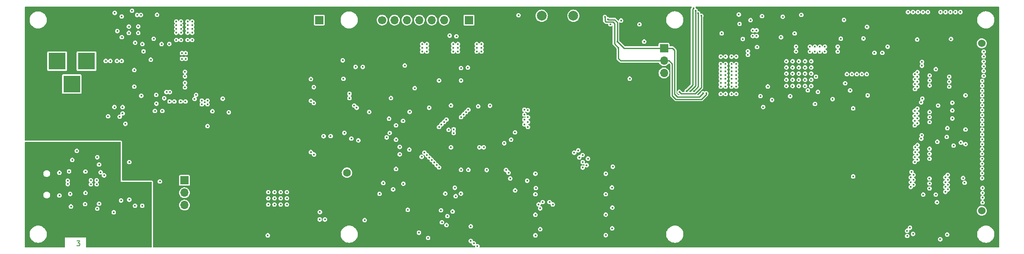
<source format=gbr>
%TF.GenerationSoftware,KiCad,Pcbnew,7.0.1*%
%TF.CreationDate,2023-08-11T20:35:27-05:00*%
%TF.ProjectId,Nixie_Clock_Core,4e697869-655f-4436-9c6f-636b5f436f72,B*%
%TF.SameCoordinates,Original*%
%TF.FileFunction,Copper,L3,Inr*%
%TF.FilePolarity,Positive*%
%FSLAX46Y46*%
G04 Gerber Fmt 4.6, Leading zero omitted, Abs format (unit mm)*
G04 Created by KiCad (PCBNEW 7.0.1) date 2023-08-11 20:35:27*
%MOMM*%
%LPD*%
G01*
G04 APERTURE LIST*
%ADD10C,0.150000*%
%TA.AperFunction,NonConductor*%
%ADD11C,0.150000*%
%TD*%
%TA.AperFunction,ComponentPad*%
%ADD12R,1.700000X1.700000*%
%TD*%
%TA.AperFunction,ComponentPad*%
%ADD13O,1.700000X1.700000*%
%TD*%
%TA.AperFunction,ComponentPad*%
%ADD14C,1.700000*%
%TD*%
%TA.AperFunction,ComponentPad*%
%ADD15C,2.000000*%
%TD*%
%TA.AperFunction,ComponentPad*%
%ADD16R,3.500000X3.500000*%
%TD*%
%TA.AperFunction,ComponentPad*%
%ADD17R,1.600000X1.600000*%
%TD*%
%TA.AperFunction,ComponentPad*%
%ADD18C,1.600000*%
%TD*%
%TA.AperFunction,ComponentPad*%
%ADD19C,1.524000*%
%TD*%
%TA.AperFunction,ViaPad*%
%ADD20C,0.400000*%
%TD*%
%TA.AperFunction,Conductor*%
%ADD21C,0.254000*%
%TD*%
G04 APERTURE END LIST*
D10*
D11*
X45933657Y-117165419D02*
X46552704Y-117165419D01*
X46552704Y-117165419D02*
X46219371Y-117546371D01*
X46219371Y-117546371D02*
X46362228Y-117546371D01*
X46362228Y-117546371D02*
X46457466Y-117593990D01*
X46457466Y-117593990D02*
X46505085Y-117641609D01*
X46505085Y-117641609D02*
X46552704Y-117736847D01*
X46552704Y-117736847D02*
X46552704Y-117974942D01*
X46552704Y-117974942D02*
X46505085Y-118070180D01*
X46505085Y-118070180D02*
X46457466Y-118117800D01*
X46457466Y-118117800D02*
X46362228Y-118165419D01*
X46362228Y-118165419D02*
X46076514Y-118165419D01*
X46076514Y-118165419D02*
X45981276Y-118117800D01*
X45981276Y-118117800D02*
X45933657Y-118070180D01*
D12*
%TO.N,GND*%
%TO.C,TP201*%
X95561000Y-71805800D03*
%TD*%
%TO.N,USB_UART_TX*%
%TO.C,J2102*%
X67984357Y-104724200D03*
D13*
%TO.N,USB_UART_RX*%
X67984357Y-107264200D03*
%TO.N,GND*%
X67984357Y-109804200D03*
%TD*%
D12*
%TO.N,Net-(D801B-K2)*%
%TO.C,J801*%
X126202200Y-71812000D03*
D13*
%TO.N,+3.3V*%
X123662200Y-71812000D03*
%TO.N,Net-(J801-Pin_3)*%
X121122200Y-71812000D03*
%TO.N,PIC32MZ_ICSPDAT*%
X118582200Y-71812000D03*
%TO.N,PIC32MZ_ICSPCLK*%
X116042200Y-71812000D03*
%TO.N,unconnected-(J801-Pin_6-Pad6)*%
X113502200Y-71812000D03*
%TO.N,unconnected-(J801-Pin_7-Pad7)*%
X110962200Y-71812000D03*
D14*
%TO.N,unconnected-(J801-Pin_8-Pad8)*%
X108422200Y-71812000D03*
%TD*%
D15*
%TO.N,+3.3V*%
%TO.C,SW801*%
X147598200Y-75427400D03*
X141098200Y-75427400D03*
%TO.N,Net-(R801-Pad1)*%
X147598200Y-70927400D03*
X141098200Y-70927400D03*
%TD*%
D16*
%TO.N,+24Vin*%
%TO.C,J201*%
X47904400Y-80238600D03*
%TO.N,GND*%
X41904400Y-80238600D03*
X44904400Y-84938600D03*
%TD*%
D17*
%TO.N,+3.3V*%
%TO.C,BZ2101*%
X101244400Y-107145462D03*
D18*
%TO.N,Net-(BZ2101-+)*%
X101244400Y-103145462D03*
%TD*%
D19*
%TO.N,N/C*%
%TO.C,J1901*%
X231194201Y-76587002D03*
X231194201Y-110978602D03*
%TD*%
D12*
%TO.N,I2C_SCL*%
%TO.C,J2101*%
X166141400Y-77597000D03*
D13*
%TO.N,I2C_SDA*%
X166141400Y-80137000D03*
%TO.N,GND*%
X166141400Y-82677000D03*
%TD*%
D20*
%TO.N,GND*%
X231267000Y-101269800D03*
X220483000Y-100253800D03*
X220492800Y-104343200D03*
X220514200Y-91719400D03*
X96443800Y-95656400D03*
X64922400Y-88519000D03*
X120091200Y-84226400D03*
X154223800Y-115977800D03*
X139811800Y-107567150D03*
X68072000Y-83388200D03*
X68224400Y-78587600D03*
X182270400Y-75692000D03*
X194233800Y-70739000D03*
X206629000Y-82905600D03*
X72694800Y-89103200D03*
X183870600Y-71805800D03*
X154223800Y-103353300D03*
X185089800Y-73914000D03*
X220167200Y-70180200D03*
X231292400Y-93268800D03*
X102133400Y-96139000D03*
X86410800Y-109677200D03*
X121361200Y-107442000D03*
X67259200Y-75895200D03*
X123647200Y-75133200D03*
X101752400Y-86944200D03*
X122250200Y-75006200D03*
X154223800Y-111760700D03*
X207836200Y-87274400D03*
X197053200Y-89027000D03*
X57886600Y-76454000D03*
X220522800Y-85242400D03*
X114071400Y-90652600D03*
X220483000Y-99237800D03*
X223774000Y-70180200D03*
X54152800Y-80187800D03*
X139811800Y-103360450D03*
X231267000Y-102285800D03*
X72086600Y-88722200D03*
X218135200Y-70180200D03*
X207695800Y-73228200D03*
X217119200Y-70180200D03*
X190093600Y-75336400D03*
X192887600Y-74549000D03*
X177774600Y-79324200D03*
X231597200Y-82270600D03*
X85140800Y-109677200D03*
X108661200Y-105257600D03*
X102997000Y-81432400D03*
X185089800Y-75082400D03*
X71526400Y-89103200D03*
X222021400Y-109220000D03*
X85013800Y-116007800D03*
X207645000Y-82905600D03*
X139811800Y-115999950D03*
X59064800Y-70764400D03*
X220514200Y-90703400D03*
X154223800Y-107569700D03*
X219024200Y-87960200D03*
X51841400Y-80187800D03*
X231368600Y-107289600D03*
X231292400Y-94284800D03*
X224790000Y-70180200D03*
X115112800Y-85775800D03*
X62204600Y-87172800D03*
X85140800Y-108407200D03*
X157353000Y-71907400D03*
X88950800Y-107137200D03*
X109372400Y-95910400D03*
X195586000Y-86239000D03*
X231368600Y-108280200D03*
X177774600Y-86969600D03*
X75805569Y-87957793D03*
X204241400Y-86258400D03*
X218948000Y-80391000D03*
X86410800Y-108407200D03*
X231597200Y-83282800D03*
X68072000Y-85648800D03*
X220522800Y-83210400D03*
X105791000Y-90678000D03*
X220519400Y-84226400D03*
X124587000Y-81661000D03*
X217144600Y-115722400D03*
X231597200Y-81280000D03*
X155168600Y-72669400D03*
X125984000Y-81559400D03*
X179959000Y-79324200D03*
X224104200Y-115849400D03*
X136372600Y-70815200D03*
X220492800Y-106375200D03*
X184327800Y-75082400D03*
X67462400Y-79756000D03*
X218922600Y-95453200D03*
X70027800Y-87985600D03*
X180924200Y-79324200D03*
X185902600Y-87426800D03*
X227863400Y-87274400D03*
X55880000Y-93116400D03*
X225806000Y-70180200D03*
X71526400Y-88341200D03*
X202336400Y-75615800D03*
X87680800Y-109677200D03*
X184327800Y-73914000D03*
X220497400Y-105359200D03*
X178739800Y-86969600D03*
X68072000Y-84683600D03*
X66294000Y-75895200D03*
X124587000Y-84226400D03*
X52806600Y-80187800D03*
X193167000Y-77266800D03*
X193167000Y-78232000D03*
X88950800Y-109677200D03*
X77038200Y-90754200D03*
X188264800Y-88214200D03*
X61087000Y-79933800D03*
X57226200Y-69900800D03*
X67462400Y-78587600D03*
X56667400Y-100965000D03*
X159131000Y-83845400D03*
X231292400Y-87274400D03*
X162077400Y-76225400D03*
X203581000Y-82905600D03*
X69570600Y-75895200D03*
X86410800Y-107137200D03*
X87680800Y-108407200D03*
X53695600Y-70332600D03*
X68072000Y-82423000D03*
X85140800Y-107137200D03*
X205613000Y-82905600D03*
X204597000Y-82905600D03*
X107924600Y-107492800D03*
X112776000Y-105410000D03*
X112725200Y-92506800D03*
X231597200Y-80289400D03*
X161112200Y-72694800D03*
X68605400Y-75895200D03*
X62366800Y-70713600D03*
X216103200Y-70180200D03*
X111277400Y-96367600D03*
X179959000Y-86969600D03*
X55118000Y-80187800D03*
X180924200Y-86969600D03*
X124561600Y-107442000D03*
X222758000Y-70180200D03*
X202996800Y-71780400D03*
X113080800Y-81127600D03*
X111277400Y-102387400D03*
X231368600Y-109270800D03*
X191973200Y-87452200D03*
X178739800Y-79324200D03*
X57708800Y-85471000D03*
X220483000Y-98221800D03*
X87680800Y-107137200D03*
X231368600Y-106273600D03*
X58302800Y-70764400D03*
X183311800Y-78917800D03*
X220514200Y-92735400D03*
X231597200Y-78282800D03*
X227863400Y-94284800D03*
X65887600Y-88519000D03*
X197256400Y-83439000D03*
X68224400Y-79756000D03*
X206984600Y-75590400D03*
X88950800Y-108407200D03*
X139811800Y-111783550D03*
X68173600Y-88519000D03*
X72694800Y-88341200D03*
X183311800Y-78181200D03*
X231292400Y-97282000D03*
X227863400Y-97282000D03*
X226822000Y-70180200D03*
X67208400Y-88519000D03*
X134848600Y-96367600D03*
X231597200Y-79273400D03*
X219151200Y-70180200D03*
%TO.N,VBAT*%
X100507800Y-83870800D03*
%TO.N,+3.3V*%
X218871800Y-109093000D03*
X111277400Y-100863400D03*
X221996000Y-80391000D03*
X222097600Y-87960200D03*
X155874800Y-115800000D03*
X141462800Y-111605750D03*
X155874800Y-111582900D03*
X201523600Y-75615800D03*
X227838000Y-106273600D03*
X161112200Y-71196200D03*
X75793600Y-89484200D03*
X223799400Y-113715800D03*
X118567200Y-84226400D03*
X191973200Y-88976200D03*
X190449200Y-87960200D03*
X61696600Y-95707200D03*
X127685800Y-81559400D03*
X161645600Y-81534000D03*
X55575200Y-90347800D03*
X59156600Y-93116400D03*
X119837200Y-107442000D03*
X61595000Y-71272400D03*
X109372400Y-97434400D03*
X111277400Y-94869000D03*
X110007400Y-82702400D03*
X86664800Y-115830000D03*
X57835800Y-98450400D03*
X217043000Y-113792000D03*
X227838000Y-108280200D03*
X60934600Y-95707200D03*
X109372400Y-110540800D03*
X122250200Y-74168000D03*
X159513198Y-72676800D03*
X194036600Y-86239000D03*
X102133400Y-97663000D03*
X57683400Y-83766598D03*
X112725200Y-90906600D03*
X60934600Y-94945200D03*
X60477400Y-100965000D03*
X134848600Y-94869000D03*
X66394574Y-78002579D03*
X141462800Y-107389350D03*
X227838000Y-107289600D03*
X224790000Y-116128800D03*
X110617000Y-97866200D03*
X197713600Y-89027000D03*
X141462800Y-115822150D03*
X60934600Y-94183200D03*
X227838000Y-109270800D03*
X155874800Y-103175500D03*
X61696600Y-96469200D03*
X224790000Y-113436400D03*
X62915800Y-85598000D03*
X99187000Y-88798400D03*
X123088400Y-84226400D03*
X141462800Y-103182650D03*
X129844800Y-72186800D03*
X60934600Y-96469200D03*
X155874800Y-107391900D03*
X76911200Y-88468200D03*
X61696600Y-94945200D03*
X194349800Y-72985200D03*
X126060200Y-107442000D03*
X221945200Y-95453200D03*
X77038200Y-82499200D03*
X102997000Y-83413600D03*
X61696600Y-94183200D03*
X205677200Y-87274400D03*
%TO.N,+24Vin*%
X55118000Y-71069200D03*
%TO.N,Net-(U201-RTN)*%
X56591200Y-74447400D03*
X58496200Y-74447400D03*
X59588400Y-78232000D03*
X56591200Y-73152000D03*
X58496200Y-73126600D03*
%TO.N,+24V*%
X127812800Y-76733400D03*
X123952000Y-78257400D03*
X177774600Y-80848200D03*
X179959000Y-83134200D03*
X122986800Y-78257400D03*
X67259200Y-72872600D03*
X177952400Y-74523600D03*
X66294000Y-72110600D03*
X178739800Y-83134200D03*
X116636800Y-77495400D03*
X177774600Y-81610200D03*
X67259200Y-73634600D03*
X69570600Y-73634600D03*
X178739800Y-83896200D03*
X180924200Y-82372200D03*
X117602000Y-78257400D03*
X68605400Y-72110600D03*
X69570600Y-72110600D03*
X127812800Y-78257400D03*
X177774600Y-83134200D03*
X128778000Y-76733400D03*
X127812800Y-77495400D03*
X179959000Y-85445600D03*
X69570600Y-72872600D03*
X128778000Y-77495400D03*
X67259200Y-74396600D03*
X180924200Y-83134200D03*
X177774600Y-85445600D03*
X116636800Y-78257400D03*
X178739800Y-81610200D03*
X177774600Y-84683600D03*
X66294000Y-73634600D03*
X116636800Y-76733400D03*
X180924200Y-81610200D03*
X177774600Y-83896200D03*
X178739800Y-84683600D03*
X128778000Y-78257400D03*
X177774600Y-82372200D03*
X179959000Y-83896200D03*
X66294000Y-72872600D03*
X67259200Y-72110600D03*
X179959000Y-82372200D03*
X68605400Y-73634600D03*
X68605400Y-72872600D03*
X117602000Y-76733400D03*
X178739800Y-80848200D03*
X68605400Y-74396600D03*
X123952000Y-76733400D03*
X179959000Y-81610200D03*
X180924200Y-85445600D03*
X186207400Y-70993000D03*
X122986800Y-76733400D03*
X179959000Y-80848200D03*
X180924200Y-80848200D03*
X122986800Y-77495400D03*
X180924200Y-83896200D03*
X117602000Y-77495400D03*
X69570600Y-74396600D03*
X179959000Y-84683600D03*
X66294000Y-74396600D03*
X123952000Y-77495400D03*
X180924200Y-84683600D03*
X178739800Y-82372200D03*
X178739800Y-85445600D03*
%TO.N,POS24_SNS-*%
X64846200Y-76708000D03*
%TO.N,POS24_SNS+*%
X63296800Y-76733400D03*
%TO.N,Net-(U401-INTVCC)*%
X72694800Y-93573600D03*
X73685400Y-90525600D03*
%TO.N,Net-(D401-K)*%
X57706500Y-82057200D03*
%TO.N,POS3P3_SNS-*%
X61925200Y-90474800D03*
%TO.N,POS3P3_SNS+*%
X63423800Y-90474800D03*
%TO.N,Net-(D601-A)*%
X191185800Y-80264000D03*
X191185800Y-82804000D03*
X192455800Y-85344000D03*
X192455800Y-81534000D03*
X194995800Y-81534000D03*
X196265800Y-80264000D03*
X193725800Y-85344000D03*
X192455800Y-80264000D03*
X193725800Y-80264000D03*
X194995800Y-80264000D03*
X193725800Y-82804000D03*
X194995800Y-84074000D03*
X192455800Y-82804000D03*
X196265800Y-85344000D03*
X191185800Y-85344000D03*
X196265800Y-84074000D03*
X194995800Y-82804000D03*
X196265800Y-81534000D03*
X193725800Y-81534000D03*
X191185800Y-81534000D03*
X192455800Y-84074000D03*
X196265800Y-82804000D03*
X194995800Y-85344000D03*
X191185800Y-84074000D03*
X193725800Y-84074000D03*
%TO.N,Net-(D603-K)*%
X209232600Y-78536800D03*
X201701400Y-78257400D03*
X201701400Y-77292200D03*
%TO.N,+90V*%
X199059800Y-77292200D03*
X198043800Y-77292200D03*
X217982800Y-75793600D03*
X197027800Y-78257400D03*
X197027800Y-77292200D03*
X199059800Y-78257400D03*
X198043800Y-78257400D03*
X196011800Y-77292200D03*
X196011800Y-78257400D03*
%TO.N,+180V*%
X210832600Y-78536800D03*
X224891600Y-75692000D03*
X211912200Y-77292200D03*
%TO.N,Net-(Q701-D)*%
X197662800Y-86537800D03*
%TO.N,POS180_ADC*%
X129235200Y-97942400D03*
%TO.N,POS90_ADC*%
X133426200Y-97104200D03*
%TO.N,VBAT_ADC*%
X100380800Y-80086200D03*
X122529600Y-89331800D03*
X122529600Y-97942400D03*
X102717600Y-89357200D03*
X128346200Y-97942400D03*
%TO.N,GND_USB*%
X47625000Y-109601000D03*
X48818800Y-105537000D03*
X50114200Y-99974400D03*
X47701200Y-102920800D03*
X50012600Y-105537000D03*
X48818800Y-104724200D03*
X45948600Y-98653600D03*
X50495200Y-109524800D03*
X44577000Y-107518200D03*
X54991000Y-108864400D03*
X56667400Y-108686600D03*
X50012600Y-104724200D03*
X50800000Y-103047800D03*
X47726600Y-107289600D03*
X42367200Y-107823000D03*
%TO.N,+3.3V_USB*%
X57835800Y-111404400D03*
X54991000Y-110363000D03*
X49866200Y-108012800D03*
X52044600Y-109677200D03*
X60477400Y-108686600D03*
X59359800Y-111404400D03*
X47980600Y-102209600D03*
X45516800Y-109601000D03*
%TO.N,+5V_USB*%
X50495200Y-101473000D03*
X44348400Y-102870000D03*
%TO.N,/USB UART Bridge/CONN_USB+*%
X44073691Y-105487000D03*
%TO.N,/USB UART Bridge/CONN_USB-*%
X44073691Y-104787000D03*
%TO.N,~{USB_ACTIVE}*%
X51511200Y-103708200D03*
%TO.N,Net-(D1302-K)*%
X53492400Y-111277400D03*
%TO.N,Net-(J1301-VBUS)*%
X42367200Y-103149400D03*
%TO.N,Net-(J1301-Shield)*%
X44729400Y-110083600D03*
%TO.N,POS3P3_RUN*%
X70358000Y-87172800D03*
X59131200Y-87350600D03*
%TO.N,Net-(Q701-G)*%
X200660000Y-88026000D03*
%TO.N,POS180_SNS+*%
X203225400Y-84785200D03*
%TO.N,Net-(Q2101-G)*%
X97891600Y-95631000D03*
%TO.N,Net-(U201-UVLO)*%
X54229000Y-74066400D03*
%TO.N,Net-(U201-OVP)*%
X55143400Y-75311000D03*
%TO.N,Net-(U201-ILIM)*%
X59347100Y-76720700D03*
%TO.N,POS24_PGOOD*%
X123088400Y-94996000D03*
X135661400Y-106781600D03*
X123329200Y-106248200D03*
X61696600Y-75641200D03*
%TO.N,POS3P3_PGOOD*%
X140792200Y-114731800D03*
X101752400Y-87807800D03*
X122859800Y-111099600D03*
X111277400Y-93421200D03*
X122059700Y-94335600D03*
X110236000Y-87807800D03*
%TO.N,POS180_PGOOD*%
X139928600Y-106299000D03*
X204876400Y-89941400D03*
X204876400Y-103911400D03*
X129844800Y-102590600D03*
%TO.N,POS180_RUN*%
X169291000Y-86537800D03*
X173761400Y-70916800D03*
X181448211Y-70680386D03*
X130530600Y-89382600D03*
X128092200Y-89509600D03*
%TO.N,Net-(Q601-S)*%
X185191400Y-77343000D03*
%TO.N,POS90_PGOOD*%
X134670800Y-104317800D03*
X123088400Y-94234000D03*
X135636000Y-94869000D03*
X173126400Y-70408800D03*
X140792200Y-110464600D03*
X172237400Y-86385400D03*
%TO.N,Net-(U602-FBX)*%
X190474600Y-71120000D03*
X181597800Y-72593200D03*
%TO.N,Net-(U704--)*%
X170789600Y-86360000D03*
X172212000Y-69418200D03*
%TO.N,Net-(U705--)*%
X171526200Y-86385400D03*
X172621939Y-69924694D03*
%TO.N,I2C_SDA*%
X93853000Y-88392000D03*
X154051000Y-71170800D03*
X215925400Y-116128800D03*
X62230000Y-88976200D03*
X174802800Y-86817200D03*
X156819600Y-77495400D03*
X215900000Y-115087400D03*
X186436000Y-89662000D03*
X55295800Y-90982800D03*
X117843300Y-116547900D03*
X55295800Y-89687400D03*
X53619400Y-89662000D03*
X93853000Y-98907600D03*
X115976400Y-115468400D03*
X93853000Y-83921600D03*
X64287400Y-86588600D03*
X112039400Y-97866200D03*
%TO.N,I2C_SCL*%
X63830200Y-87858600D03*
X94462600Y-85572600D03*
X156591000Y-76225400D03*
X216484200Y-114452400D03*
X94488000Y-99415600D03*
X54711600Y-91643200D03*
X154660600Y-71653400D03*
X52324000Y-91567000D03*
X64973200Y-86588600D03*
X174117000Y-86817200D03*
X112039400Y-99390200D03*
X94462600Y-88823800D03*
%TO.N,PIC32MZ_CLK_EN*%
X110693200Y-106578400D03*
X109982000Y-94996000D03*
X113690400Y-110769400D03*
X109855000Y-92049600D03*
%TO.N,VBAT_PGOOD*%
X95656400Y-112750600D03*
X104470200Y-81432400D03*
X103225600Y-89814400D03*
X118084600Y-89814400D03*
X95681800Y-111226600D03*
%TO.N,POS5_USB_PGOOD*%
X50114200Y-110540800D03*
%TO.N,USB_UART_TX*%
X227685600Y-105206800D03*
X121615200Y-113893600D03*
X121793000Y-112064800D03*
X127228600Y-117678200D03*
X62941200Y-104952800D03*
%TO.N,USB_UART_RX*%
X127939800Y-118237000D03*
X120472200Y-110871000D03*
X231267000Y-104292400D03*
X120675400Y-113334800D03*
%TO.N,USB_UART_RX_ISO*%
X59334400Y-109931200D03*
%TO.N,USB_UART_TX_ISO*%
X57835800Y-109931200D03*
%TO.N,PGOOD_LED_SHDN*%
X96723200Y-112750600D03*
X104876600Y-112877600D03*
X138135400Y-104808250D03*
%TO.N,Heartbeat_LED*%
X124587000Y-102539800D03*
X140462000Y-109651800D03*
X143383000Y-109651800D03*
X155534400Y-114565100D03*
%TO.N,Error_LED*%
X133807200Y-102590600D03*
X155661400Y-101915200D03*
%TO.N,Reset_LED*%
X155483600Y-106182400D03*
X134315200Y-103148903D03*
%TO.N,CPU_Trap_LED*%
X126085600Y-102539800D03*
X155559800Y-110322600D03*
X142697200Y-109169200D03*
X141300200Y-109169200D03*
%TO.N,~{IO_Level_Shift_Enable}*%
X222681800Y-116814600D03*
X218770200Y-88722200D03*
X222250000Y-89357200D03*
X218948000Y-81178400D03*
X126568200Y-114147600D03*
X222097600Y-96799400D03*
X221792800Y-81889600D03*
X221792800Y-107645200D03*
X123494800Y-107975400D03*
X219202000Y-107619800D03*
X126568200Y-117170200D03*
X218795600Y-96164400D03*
%TO.N,~{Display_Detect}*%
X120091200Y-102057200D03*
X149504400Y-102082600D03*
%TO.N,I2C_DSP_SDA*%
X231267000Y-103276400D03*
X227380800Y-104241600D03*
%TO.N,~{Display_Detect_DSP}*%
X223748600Y-107093000D03*
%TO.N,Net-(U2101-OUT)*%
X103555800Y-96520000D03*
%TO.N,Buzzer_Enable*%
X114020600Y-98399600D03*
X100711000Y-94970600D03*
%TO.N,Anode_0*%
X218017400Y-82477800D03*
%TO.N,Net-(RN1701-R8.2)*%
X217525600Y-85983000D03*
%TO.N,Anode_1*%
X217525600Y-82960400D03*
%TO.N,Anode_2*%
X218017400Y-83468400D03*
%TO.N,Anode_3*%
X217525600Y-83976400D03*
%TO.N,Anode_5*%
X217525600Y-84967000D03*
%TO.N,Anode_4*%
X218017400Y-84484400D03*
%TO.N,Net-(RN1701-R7.2)*%
X218017400Y-85475000D03*
%TO.N,Cathode_0*%
X126085600Y-90220800D03*
X137566400Y-90220800D03*
X218017400Y-89970800D03*
%TO.N,Cathode_7*%
X138277600Y-93751400D03*
X217484000Y-93437400D03*
X120091200Y-93776800D03*
%TO.N,Cathode_1*%
X138264900Y-90335100D03*
X217449400Y-90453400D03*
X125603000Y-90703400D03*
%TO.N,Cathode_2*%
X137566400Y-91211400D03*
X218017400Y-90961400D03*
X125095000Y-91211400D03*
%TO.N,Cathode_3*%
X138277600Y-91744800D03*
X217449400Y-91469400D03*
X124587000Y-91744800D03*
%TO.N,Cathode_5*%
X121107200Y-92735400D03*
X138277600Y-92735400D03*
X217449400Y-92460000D03*
%TO.N,Cathode_4*%
X121589800Y-92252800D03*
X218017400Y-91977400D03*
X137566400Y-92252800D03*
%TO.N,Cathode_6*%
X137566400Y-93218000D03*
X120573800Y-93218000D03*
X218017400Y-92968000D03*
%TO.N,Cathode_8*%
X218033600Y-97459800D03*
%TO.N,Net-(RN1703-R8.2)*%
X217474800Y-100939600D03*
%TO.N,Cathode_9*%
X217551000Y-97942400D03*
%TO.N,Cathode_DP*%
X218033600Y-98450400D03*
%TO.N,Colon_0*%
X217551000Y-98958400D03*
%TO.N,Colon_2*%
X217525600Y-99949000D03*
%TO.N,Colon_1*%
X218033600Y-99466400D03*
%TO.N,Colon_3*%
X218033600Y-100457000D03*
%TO.N,Pushbutton_0*%
X116535200Y-99898200D03*
X148590000Y-98552000D03*
X216814400Y-103029000D03*
%TO.N,Pushbutton_1*%
X217220800Y-103587800D03*
X117094000Y-99034600D03*
X147751800Y-99034600D03*
%TO.N,Pushbutton_2*%
X117602000Y-99542600D03*
X149479000Y-99517200D03*
X216662000Y-104095800D03*
%TO.N,Pushbutton_3*%
X217220800Y-104578400D03*
X118084600Y-100025200D03*
X148818600Y-99999800D03*
%TO.N,Pushbutton_5*%
X149504400Y-100990400D03*
X217220800Y-105594400D03*
X119100600Y-101015800D03*
%TO.N,Pushbutton_4*%
X150571200Y-100252982D03*
X118592600Y-100507800D03*
X216662000Y-105086400D03*
%TO.N,Pushbutton_6*%
X150291800Y-101600000D03*
X119608600Y-101574600D03*
X216662000Y-106077000D03*
%TO.N,Pushbutton_0_DSP*%
X224231200Y-103587800D03*
%TO.N,Pushbutton_1_DSP*%
X223748600Y-104083800D03*
X231267000Y-98298000D03*
%TO.N,Pushbutton_2_DSP*%
X224231530Y-104578969D03*
%TO.N,Pushbutton_3_DSP*%
X231267000Y-99263200D03*
X223748600Y-105083800D03*
%TO.N,Pushbutton_5_DSP*%
X231267000Y-100279200D03*
X223748600Y-106083800D03*
%TO.N,Pushbutton_4_DSP*%
X224231200Y-105594400D03*
%TO.N,Pushbutton_6_DSP*%
X224231200Y-106585000D03*
%TO.N,Net-(Q601-G)*%
X187401200Y-85445600D03*
%TO.N,Anode_5_DSP*%
X224536000Y-85471000D03*
X231292400Y-86283800D03*
%TO.N,Anode_3_DSP*%
X231292400Y-85267800D03*
X224536000Y-84455000D03*
%TO.N,Anode_1_DSP*%
X231292400Y-84277200D03*
X224536000Y-83464400D03*
%TO.N,Cathode_7_DSP*%
X231292400Y-91287600D03*
X224155000Y-94007400D03*
%TO.N,Cathode_5_DSP*%
X231292400Y-90271600D03*
X225171000Y-92024200D03*
%TO.N,Cathode_3_DSP*%
X225171000Y-90347800D03*
X231292400Y-89281000D03*
%TO.N,Cathode_1_DSP*%
X231292400Y-88290400D03*
X225172716Y-88800116D03*
%TO.N,Colon_3_DSP*%
X231292400Y-96291400D03*
X226923600Y-96951800D03*
%TO.N,Colon_1_DSP*%
X225437200Y-97586800D03*
X231292400Y-95275400D03*
%TO.N,Cathode_9_DSP*%
X231292400Y-92303600D03*
X224028000Y-95808800D03*
%TO.N,Net-(U1305-EN)*%
X45008800Y-100507800D03*
%TD*%
D21*
%TO.N,POS180_RUN*%
X172516800Y-86918800D02*
X173761400Y-85674200D01*
X169291000Y-86537800D02*
X169672000Y-86918800D01*
X173761400Y-85674200D02*
X173761400Y-70916800D01*
X169672000Y-86918800D02*
X172516800Y-86918800D01*
%TO.N,POS90_PGOOD*%
X173126400Y-70408800D02*
X173126400Y-85496400D01*
X173126400Y-85496400D02*
X172237400Y-86385400D01*
%TO.N,Net-(U704--)*%
X171983400Y-85166200D02*
X170789600Y-86360000D01*
X172212000Y-69418200D02*
X171983400Y-69646800D01*
X171983400Y-69646800D02*
X171983400Y-85166200D01*
%TO.N,Net-(U705--)*%
X172621939Y-69924694D02*
X172621939Y-85289661D01*
X172621939Y-85289661D02*
X171526200Y-86385400D01*
%TO.N,I2C_SDA*%
X154051000Y-71983600D02*
X154051000Y-71170800D01*
X156819600Y-79705200D02*
X156819600Y-77495400D01*
X167817800Y-87299800D02*
X167817800Y-80797400D01*
X155702000Y-72186800D02*
X156006800Y-72491600D01*
X167817800Y-80797400D02*
X167157400Y-80137000D01*
X173837600Y-88061800D02*
X168579800Y-88061800D01*
X154254200Y-72186800D02*
X155702000Y-72186800D01*
X168579800Y-88061800D02*
X167817800Y-87299800D01*
X174802800Y-87096600D02*
X173837600Y-88061800D01*
X167157400Y-80137000D02*
X166141400Y-80137000D01*
X154254200Y-72186800D02*
X154051000Y-71983600D01*
X166141400Y-80137000D02*
X157251400Y-80137000D01*
X156006800Y-76682600D02*
X156006800Y-72491600D01*
X156819600Y-77495400D02*
X156006800Y-76682600D01*
X157251400Y-80137000D02*
X156819600Y-79705200D01*
X174802800Y-86817200D02*
X174802800Y-87096600D01*
%TO.N,I2C_SCL*%
X168884600Y-87553800D02*
X168325800Y-86995000D01*
X168325800Y-78028800D02*
X167894000Y-77597000D01*
X154736800Y-71729600D02*
X154660600Y-71653400D01*
X166141400Y-77597000D02*
X157962600Y-77597000D01*
X173380400Y-87553800D02*
X168884600Y-87553800D01*
X167894000Y-77597000D02*
X166141400Y-77597000D01*
X174117000Y-86817200D02*
X173380400Y-87553800D01*
X156591000Y-76225400D02*
X156591000Y-72263000D01*
X156591000Y-72263000D02*
X156057600Y-71729600D01*
X156057600Y-71729600D02*
X154736800Y-71729600D01*
X168325800Y-86995000D02*
X168325800Y-78028800D01*
X157962600Y-77597000D02*
X156591000Y-76225400D01*
%TD*%
%TA.AperFunction,Conductor*%
%TO.N,+3.3V_USB*%
G36*
X54947294Y-96843106D02*
G01*
X54965600Y-96887300D01*
X54965600Y-105003600D01*
X61227700Y-105003600D01*
X61271894Y-105021906D01*
X61290200Y-105066100D01*
X61290200Y-118413800D01*
X61271894Y-118457994D01*
X61227700Y-118476300D01*
X47910700Y-118476300D01*
X47866506Y-118457994D01*
X47848200Y-118413800D01*
X47848200Y-116459000D01*
X43504800Y-116459000D01*
X43504800Y-118413800D01*
X43486494Y-118457994D01*
X43442300Y-118476300D01*
X35389600Y-118476300D01*
X35345406Y-118457994D01*
X35327100Y-118413800D01*
X35327100Y-115908282D01*
X36272100Y-115908282D01*
X36311292Y-116168311D01*
X36388801Y-116419588D01*
X36502897Y-116656509D01*
X36502898Y-116656510D01*
X36651030Y-116873780D01*
X36829890Y-117066546D01*
X36829893Y-117066549D01*
X37035478Y-117230498D01*
X37035482Y-117230500D01*
X37035483Y-117230501D01*
X37263216Y-117361983D01*
X37508002Y-117458054D01*
X37508005Y-117458055D01*
X37764372Y-117516569D01*
X37960943Y-117531300D01*
X37960946Y-117531300D01*
X38092254Y-117531300D01*
X38092257Y-117531300D01*
X38239684Y-117520251D01*
X38288828Y-117516569D01*
X38545198Y-117458054D01*
X38789984Y-117361983D01*
X39017717Y-117230501D01*
X39223310Y-117066546D01*
X39402170Y-116873780D01*
X39550302Y-116656510D01*
X39664398Y-116419588D01*
X39741908Y-116168308D01*
X39781100Y-115908282D01*
X39781100Y-115645318D01*
X39741908Y-115385292D01*
X39664398Y-115134012D01*
X39550302Y-114897090D01*
X39402170Y-114679820D01*
X39223310Y-114487054D01*
X39223308Y-114487053D01*
X39223306Y-114487050D01*
X39017721Y-114323101D01*
X38963907Y-114292032D01*
X38789984Y-114191617D01*
X38618816Y-114124439D01*
X38545194Y-114095544D01*
X38288827Y-114037030D01*
X38092257Y-114022300D01*
X38092254Y-114022300D01*
X37960946Y-114022300D01*
X37960943Y-114022300D01*
X37764372Y-114037030D01*
X37508005Y-114095544D01*
X37367204Y-114150804D01*
X37263216Y-114191617D01*
X37189706Y-114234057D01*
X37035478Y-114323101D01*
X36829893Y-114487050D01*
X36651027Y-114679823D01*
X36502897Y-114897090D01*
X36388801Y-115134011D01*
X36311292Y-115385288D01*
X36272100Y-115645318D01*
X36272100Y-115908282D01*
X35327100Y-115908282D01*
X35327100Y-111277400D01*
X53033225Y-111277400D01*
X53051826Y-111406764D01*
X53106116Y-111525645D01*
X53106117Y-111525646D01*
X53106118Y-111525648D01*
X53191705Y-111624421D01*
X53191707Y-111624422D01*
X53301652Y-111695079D01*
X53427052Y-111731900D01*
X53427053Y-111731900D01*
X53557747Y-111731900D01*
X53557748Y-111731900D01*
X53620447Y-111713489D01*
X53683148Y-111695079D01*
X53793095Y-111624421D01*
X53878682Y-111525648D01*
X53932974Y-111406764D01*
X53951574Y-111277400D01*
X53932974Y-111148036D01*
X53878682Y-111029152D01*
X53793095Y-110930379D01*
X53793092Y-110930377D01*
X53683147Y-110859720D01*
X53557748Y-110822900D01*
X53557747Y-110822900D01*
X53427053Y-110822900D01*
X53427052Y-110822900D01*
X53301652Y-110859720D01*
X53191707Y-110930377D01*
X53106116Y-111029154D01*
X53051826Y-111148035D01*
X53033225Y-111277400D01*
X35327100Y-111277400D01*
X35327100Y-110540799D01*
X49655025Y-110540799D01*
X49673626Y-110670164D01*
X49727916Y-110789045D01*
X49727917Y-110789046D01*
X49727918Y-110789048D01*
X49813505Y-110887821D01*
X49813507Y-110887822D01*
X49923452Y-110958479D01*
X50048852Y-110995300D01*
X50048853Y-110995300D01*
X50179547Y-110995300D01*
X50179548Y-110995300D01*
X50242247Y-110976889D01*
X50304948Y-110958479D01*
X50414895Y-110887821D01*
X50500482Y-110789048D01*
X50554774Y-110670164D01*
X50573374Y-110540800D01*
X50554774Y-110411436D01*
X50500482Y-110292552D01*
X50414895Y-110193779D01*
X50414892Y-110193777D01*
X50304947Y-110123120D01*
X50179548Y-110086300D01*
X50179547Y-110086300D01*
X50048853Y-110086300D01*
X50048852Y-110086300D01*
X49923452Y-110123120D01*
X49813507Y-110193777D01*
X49727916Y-110292554D01*
X49673626Y-110411435D01*
X49655025Y-110540799D01*
X35327100Y-110540799D01*
X35327100Y-110083600D01*
X44270225Y-110083600D01*
X44288826Y-110212964D01*
X44343116Y-110331845D01*
X44343117Y-110331846D01*
X44343118Y-110331848D01*
X44428705Y-110430621D01*
X44428707Y-110430622D01*
X44538652Y-110501279D01*
X44664052Y-110538100D01*
X44664053Y-110538100D01*
X44794747Y-110538100D01*
X44794748Y-110538100D01*
X44857447Y-110519689D01*
X44920148Y-110501279D01*
X45030095Y-110430621D01*
X45115682Y-110331848D01*
X45169974Y-110212964D01*
X45188574Y-110083600D01*
X45169974Y-109954236D01*
X45115682Y-109835352D01*
X45030095Y-109736579D01*
X45020424Y-109730364D01*
X44920147Y-109665920D01*
X44794748Y-109629100D01*
X44794747Y-109629100D01*
X44664053Y-109629100D01*
X44664052Y-109629100D01*
X44538652Y-109665920D01*
X44428707Y-109736577D01*
X44343116Y-109835354D01*
X44288826Y-109954235D01*
X44270225Y-110083600D01*
X35327100Y-110083600D01*
X35327100Y-109601000D01*
X47165825Y-109601000D01*
X47184426Y-109730364D01*
X47238716Y-109849245D01*
X47238717Y-109849246D01*
X47238718Y-109849248D01*
X47324305Y-109948021D01*
X47333976Y-109954236D01*
X47434252Y-110018679D01*
X47559652Y-110055500D01*
X47559653Y-110055500D01*
X47690347Y-110055500D01*
X47690348Y-110055500D01*
X47753047Y-110037089D01*
X47815748Y-110018679D01*
X47925695Y-109948021D01*
X48011282Y-109849248D01*
X48065574Y-109730364D01*
X48084174Y-109601000D01*
X48073218Y-109524800D01*
X50036025Y-109524800D01*
X50054626Y-109654164D01*
X50108916Y-109773045D01*
X50108917Y-109773046D01*
X50108918Y-109773048D01*
X50194505Y-109871821D01*
X50194507Y-109871822D01*
X50304452Y-109942479D01*
X50429852Y-109979300D01*
X50429853Y-109979300D01*
X50560547Y-109979300D01*
X50560548Y-109979300D01*
X50645907Y-109954236D01*
X50685948Y-109942479D01*
X50703500Y-109931199D01*
X57376625Y-109931199D01*
X57395226Y-110060564D01*
X57449516Y-110179445D01*
X57449517Y-110179446D01*
X57449518Y-110179448D01*
X57535105Y-110278221D01*
X57535107Y-110278222D01*
X57645052Y-110348879D01*
X57770452Y-110385700D01*
X57770453Y-110385700D01*
X57901147Y-110385700D01*
X57901148Y-110385700D01*
X57963847Y-110367289D01*
X58026548Y-110348879D01*
X58136495Y-110278221D01*
X58222082Y-110179448D01*
X58276374Y-110060564D01*
X58294974Y-109931200D01*
X58294974Y-109931199D01*
X58875225Y-109931199D01*
X58893826Y-110060564D01*
X58948116Y-110179445D01*
X58948117Y-110179446D01*
X58948118Y-110179448D01*
X59033705Y-110278221D01*
X59033707Y-110278222D01*
X59143652Y-110348879D01*
X59269052Y-110385700D01*
X59269053Y-110385700D01*
X59399747Y-110385700D01*
X59399748Y-110385700D01*
X59462447Y-110367289D01*
X59525148Y-110348879D01*
X59635095Y-110278221D01*
X59720682Y-110179448D01*
X59774974Y-110060564D01*
X59793574Y-109931200D01*
X59774974Y-109801836D01*
X59720682Y-109682952D01*
X59635095Y-109584179D01*
X59542699Y-109524800D01*
X59525147Y-109513520D01*
X59399748Y-109476700D01*
X59399747Y-109476700D01*
X59269053Y-109476700D01*
X59269052Y-109476700D01*
X59143652Y-109513520D01*
X59033707Y-109584177D01*
X59033705Y-109584178D01*
X59033705Y-109584179D01*
X59019130Y-109601000D01*
X58948116Y-109682954D01*
X58893826Y-109801835D01*
X58875225Y-109931199D01*
X58294974Y-109931199D01*
X58276374Y-109801836D01*
X58222082Y-109682952D01*
X58136495Y-109584179D01*
X58044099Y-109524800D01*
X58026547Y-109513520D01*
X57901148Y-109476700D01*
X57901147Y-109476700D01*
X57770453Y-109476700D01*
X57770452Y-109476700D01*
X57645052Y-109513520D01*
X57535107Y-109584177D01*
X57535105Y-109584178D01*
X57535105Y-109584179D01*
X57520530Y-109601000D01*
X57449516Y-109682954D01*
X57395226Y-109801835D01*
X57376625Y-109931199D01*
X50703500Y-109931199D01*
X50795895Y-109871821D01*
X50881482Y-109773048D01*
X50935774Y-109654164D01*
X50954374Y-109524800D01*
X50935774Y-109395436D01*
X50881482Y-109276552D01*
X50795895Y-109177779D01*
X50795892Y-109177777D01*
X50685947Y-109107120D01*
X50560548Y-109070300D01*
X50560547Y-109070300D01*
X50429853Y-109070300D01*
X50429852Y-109070300D01*
X50304452Y-109107120D01*
X50194507Y-109177777D01*
X50108916Y-109276554D01*
X50054626Y-109395435D01*
X50036025Y-109524800D01*
X48073218Y-109524800D01*
X48065574Y-109471636D01*
X48011282Y-109352752D01*
X47925695Y-109253979D01*
X47925692Y-109253977D01*
X47815747Y-109183320D01*
X47690348Y-109146500D01*
X47690347Y-109146500D01*
X47559653Y-109146500D01*
X47559652Y-109146500D01*
X47434252Y-109183320D01*
X47324307Y-109253977D01*
X47324305Y-109253978D01*
X47324305Y-109253979D01*
X47304744Y-109276554D01*
X47238716Y-109352754D01*
X47184426Y-109471635D01*
X47165825Y-109601000D01*
X35327100Y-109601000D01*
X35327100Y-108864400D01*
X54531825Y-108864400D01*
X54550426Y-108993764D01*
X54604716Y-109112645D01*
X54604717Y-109112646D01*
X54604718Y-109112648D01*
X54690305Y-109211421D01*
X54690307Y-109211422D01*
X54800252Y-109282079D01*
X54925652Y-109318900D01*
X54925653Y-109318900D01*
X55056347Y-109318900D01*
X55056348Y-109318900D01*
X55119047Y-109300489D01*
X55181748Y-109282079D01*
X55291695Y-109211421D01*
X55377282Y-109112648D01*
X55431574Y-108993764D01*
X55450174Y-108864400D01*
X55431574Y-108735036D01*
X55409454Y-108686599D01*
X56208225Y-108686599D01*
X56226826Y-108815964D01*
X56281116Y-108934845D01*
X56281117Y-108934846D01*
X56281118Y-108934848D01*
X56366705Y-109033621D01*
X56366707Y-109033622D01*
X56476652Y-109104279D01*
X56602052Y-109141100D01*
X56602053Y-109141100D01*
X56732747Y-109141100D01*
X56732748Y-109141100D01*
X56795447Y-109122689D01*
X56858148Y-109104279D01*
X56968095Y-109033621D01*
X57053682Y-108934848D01*
X57107974Y-108815964D01*
X57126574Y-108686600D01*
X57107974Y-108557236D01*
X57053682Y-108438352D01*
X56968095Y-108339579D01*
X56968092Y-108339577D01*
X56858147Y-108268920D01*
X56732748Y-108232100D01*
X56732747Y-108232100D01*
X56602053Y-108232100D01*
X56602052Y-108232100D01*
X56476652Y-108268920D01*
X56366707Y-108339577D01*
X56281116Y-108438354D01*
X56226826Y-108557235D01*
X56208225Y-108686599D01*
X55409454Y-108686599D01*
X55377282Y-108616152D01*
X55291695Y-108517379D01*
X55291692Y-108517377D01*
X55181747Y-108446720D01*
X55056348Y-108409900D01*
X55056347Y-108409900D01*
X54925653Y-108409900D01*
X54925652Y-108409900D01*
X54800252Y-108446720D01*
X54690307Y-108517377D01*
X54604716Y-108616154D01*
X54550426Y-108735035D01*
X54531825Y-108864400D01*
X35327100Y-108864400D01*
X35327100Y-107822542D01*
X39068700Y-107822542D01*
X39109642Y-107988653D01*
X39189151Y-108140142D01*
X39302597Y-108268198D01*
X39316074Y-108277500D01*
X39443398Y-108365385D01*
X39603364Y-108426052D01*
X39603367Y-108426053D01*
X39730585Y-108441500D01*
X39730589Y-108441500D01*
X39815811Y-108441500D01*
X39815815Y-108441500D01*
X39943032Y-108426053D01*
X39943033Y-108426052D01*
X39943036Y-108426052D01*
X40103002Y-108365385D01*
X40243801Y-108268199D01*
X40357250Y-108140141D01*
X40436757Y-107988654D01*
X40477587Y-107823000D01*
X41908025Y-107823000D01*
X41926626Y-107952364D01*
X41980916Y-108071245D01*
X41980917Y-108071246D01*
X41980918Y-108071248D01*
X42066505Y-108170021D01*
X42066507Y-108170022D01*
X42176452Y-108240679D01*
X42301852Y-108277500D01*
X42301853Y-108277500D01*
X42432547Y-108277500D01*
X42432548Y-108277500D01*
X42495247Y-108259089D01*
X42557948Y-108240679D01*
X42667895Y-108170021D01*
X42753482Y-108071248D01*
X42807774Y-107952364D01*
X42826374Y-107823000D01*
X42807774Y-107693636D01*
X42753482Y-107574752D01*
X42704480Y-107518200D01*
X44117825Y-107518200D01*
X44136426Y-107647564D01*
X44190716Y-107766445D01*
X44190717Y-107766446D01*
X44190718Y-107766448D01*
X44276305Y-107865221D01*
X44276307Y-107865222D01*
X44386252Y-107935879D01*
X44511652Y-107972700D01*
X44511653Y-107972700D01*
X44642347Y-107972700D01*
X44642348Y-107972700D01*
X44711605Y-107952364D01*
X44767748Y-107935879D01*
X44877695Y-107865221D01*
X44963282Y-107766448D01*
X45017574Y-107647564D01*
X45036174Y-107518200D01*
X45017574Y-107388836D01*
X44972255Y-107289600D01*
X47267425Y-107289600D01*
X47286026Y-107418964D01*
X47340316Y-107537845D01*
X47340317Y-107537846D01*
X47340318Y-107537848D01*
X47425905Y-107636621D01*
X47425907Y-107636622D01*
X47535852Y-107707279D01*
X47661252Y-107744100D01*
X47661253Y-107744100D01*
X47791947Y-107744100D01*
X47791948Y-107744100D01*
X47854647Y-107725689D01*
X47917348Y-107707279D01*
X48027295Y-107636621D01*
X48112882Y-107537848D01*
X48167174Y-107418964D01*
X48185774Y-107289600D01*
X48167174Y-107160236D01*
X48112882Y-107041352D01*
X48027295Y-106942579D01*
X48027292Y-106942577D01*
X47917347Y-106871920D01*
X47791948Y-106835100D01*
X47791947Y-106835100D01*
X47661253Y-106835100D01*
X47661252Y-106835100D01*
X47535852Y-106871920D01*
X47425907Y-106942577D01*
X47340316Y-107041354D01*
X47286026Y-107160235D01*
X47267425Y-107289600D01*
X44972255Y-107289600D01*
X44963282Y-107269952D01*
X44877695Y-107171179D01*
X44780343Y-107108615D01*
X44767747Y-107100520D01*
X44642348Y-107063700D01*
X44642347Y-107063700D01*
X44511653Y-107063700D01*
X44511652Y-107063700D01*
X44386252Y-107100520D01*
X44276307Y-107171177D01*
X44190716Y-107269954D01*
X44136426Y-107388835D01*
X44117825Y-107518200D01*
X42704480Y-107518200D01*
X42667895Y-107475979D01*
X42667892Y-107475977D01*
X42557947Y-107405320D01*
X42432548Y-107368500D01*
X42432547Y-107368500D01*
X42301853Y-107368500D01*
X42301852Y-107368500D01*
X42176452Y-107405320D01*
X42066507Y-107475977D01*
X42066505Y-107475978D01*
X42066505Y-107475979D01*
X42029920Y-107518200D01*
X41980916Y-107574754D01*
X41926626Y-107693635D01*
X41908025Y-107823000D01*
X40477587Y-107823000D01*
X40477700Y-107822542D01*
X40477700Y-107651458D01*
X40436757Y-107485346D01*
X40357250Y-107333859D01*
X40318040Y-107289600D01*
X40243802Y-107205801D01*
X40173401Y-107157208D01*
X40103002Y-107108615D01*
X39984571Y-107063700D01*
X39943032Y-107047946D01*
X39815815Y-107032500D01*
X39815811Y-107032500D01*
X39730589Y-107032500D01*
X39730585Y-107032500D01*
X39603367Y-107047946D01*
X39443398Y-107108615D01*
X39302597Y-107205801D01*
X39189151Y-107333857D01*
X39109642Y-107485346D01*
X39068700Y-107651458D01*
X39068700Y-107822542D01*
X35327100Y-107822542D01*
X35327100Y-105487000D01*
X43614516Y-105487000D01*
X43633117Y-105616364D01*
X43687407Y-105735245D01*
X43687408Y-105735246D01*
X43687409Y-105735248D01*
X43772996Y-105834021D01*
X43772998Y-105834022D01*
X43882943Y-105904679D01*
X44008343Y-105941500D01*
X44008344Y-105941500D01*
X44139038Y-105941500D01*
X44139039Y-105941500D01*
X44201738Y-105923089D01*
X44264439Y-105904679D01*
X44374386Y-105834021D01*
X44459973Y-105735248D01*
X44514265Y-105616364D01*
X44525676Y-105536999D01*
X48359625Y-105536999D01*
X48378226Y-105666364D01*
X48432516Y-105785245D01*
X48432517Y-105785246D01*
X48432518Y-105785248D01*
X48518105Y-105884021D01*
X48518107Y-105884022D01*
X48628052Y-105954679D01*
X48753452Y-105991500D01*
X48753453Y-105991500D01*
X48884147Y-105991500D01*
X48884148Y-105991500D01*
X48946847Y-105973089D01*
X49009548Y-105954679D01*
X49119495Y-105884021D01*
X49205082Y-105785248D01*
X49259374Y-105666364D01*
X49277974Y-105537000D01*
X49277974Y-105536999D01*
X49553425Y-105536999D01*
X49572026Y-105666364D01*
X49626316Y-105785245D01*
X49626317Y-105785246D01*
X49626318Y-105785248D01*
X49711905Y-105884021D01*
X49711907Y-105884022D01*
X49821852Y-105954679D01*
X49947252Y-105991500D01*
X49947253Y-105991500D01*
X50077947Y-105991500D01*
X50077948Y-105991500D01*
X50140647Y-105973089D01*
X50203348Y-105954679D01*
X50313295Y-105884021D01*
X50398882Y-105785248D01*
X50453174Y-105666364D01*
X50471774Y-105537000D01*
X50453174Y-105407636D01*
X50398882Y-105288752D01*
X50313295Y-105189979D01*
X50302712Y-105183177D01*
X50277440Y-105151042D01*
X50277440Y-105110158D01*
X50302712Y-105078022D01*
X50313295Y-105071221D01*
X50398882Y-104972448D01*
X50453174Y-104853564D01*
X50471774Y-104724200D01*
X50453174Y-104594836D01*
X50398882Y-104475952D01*
X50313295Y-104377179D01*
X50301066Y-104369320D01*
X50203347Y-104306520D01*
X50077948Y-104269700D01*
X50077947Y-104269700D01*
X49947253Y-104269700D01*
X49947252Y-104269700D01*
X49821852Y-104306520D01*
X49711907Y-104377177D01*
X49626316Y-104475954D01*
X49572026Y-104594835D01*
X49553425Y-104724200D01*
X49572026Y-104853564D01*
X49626316Y-104972445D01*
X49626317Y-104972446D01*
X49626318Y-104972448D01*
X49707468Y-105066100D01*
X49711906Y-105071222D01*
X49722487Y-105078022D01*
X49747759Y-105110159D01*
X49747759Y-105151041D01*
X49722487Y-105183178D01*
X49711906Y-105189977D01*
X49626316Y-105288754D01*
X49572026Y-105407635D01*
X49553425Y-105536999D01*
X49277974Y-105536999D01*
X49259374Y-105407636D01*
X49205082Y-105288752D01*
X49119495Y-105189979D01*
X49108912Y-105183177D01*
X49083640Y-105151042D01*
X49083640Y-105110158D01*
X49108912Y-105078022D01*
X49119495Y-105071221D01*
X49205082Y-104972448D01*
X49259374Y-104853564D01*
X49277974Y-104724200D01*
X49259374Y-104594836D01*
X49205082Y-104475952D01*
X49119495Y-104377179D01*
X49107266Y-104369320D01*
X49009547Y-104306520D01*
X48884148Y-104269700D01*
X48884147Y-104269700D01*
X48753453Y-104269700D01*
X48753452Y-104269700D01*
X48628052Y-104306520D01*
X48518107Y-104377177D01*
X48432516Y-104475954D01*
X48378226Y-104594835D01*
X48359625Y-104724200D01*
X48378226Y-104853564D01*
X48432516Y-104972445D01*
X48432517Y-104972446D01*
X48432518Y-104972448D01*
X48513668Y-105066100D01*
X48518106Y-105071222D01*
X48528687Y-105078022D01*
X48553959Y-105110159D01*
X48553959Y-105151041D01*
X48528687Y-105183178D01*
X48518106Y-105189977D01*
X48432516Y-105288754D01*
X48378226Y-105407635D01*
X48359625Y-105536999D01*
X44525676Y-105536999D01*
X44532865Y-105487000D01*
X44514265Y-105357636D01*
X44459973Y-105238752D01*
X44407268Y-105177927D01*
X44392003Y-105137000D01*
X44407268Y-105096072D01*
X44459973Y-105035248D01*
X44514265Y-104916364D01*
X44532865Y-104787000D01*
X44514265Y-104657636D01*
X44459973Y-104538752D01*
X44374386Y-104439979D01*
X44374383Y-104439977D01*
X44264438Y-104369320D01*
X44139039Y-104332500D01*
X44139038Y-104332500D01*
X44008344Y-104332500D01*
X44008343Y-104332500D01*
X43882943Y-104369320D01*
X43772998Y-104439977D01*
X43687407Y-104538754D01*
X43633117Y-104657635D01*
X43614516Y-104787000D01*
X43633117Y-104916364D01*
X43687407Y-105035245D01*
X43687408Y-105035246D01*
X43687409Y-105035248D01*
X43740113Y-105096072D01*
X43755378Y-105137000D01*
X43740113Y-105177927D01*
X43729673Y-105189977D01*
X43687407Y-105238754D01*
X43633117Y-105357635D01*
X43614516Y-105487000D01*
X35327100Y-105487000D01*
X35327100Y-103422542D01*
X39068700Y-103422542D01*
X39109642Y-103588653D01*
X39189151Y-103740142D01*
X39302597Y-103868198D01*
X39341404Y-103894984D01*
X39443398Y-103965385D01*
X39603364Y-104026052D01*
X39603367Y-104026053D01*
X39730585Y-104041500D01*
X39730589Y-104041500D01*
X39815811Y-104041500D01*
X39815815Y-104041500D01*
X39943032Y-104026053D01*
X39943033Y-104026052D01*
X39943036Y-104026052D01*
X40103002Y-103965385D01*
X40243801Y-103868199D01*
X40357250Y-103740141D01*
X40436757Y-103588654D01*
X40477700Y-103422542D01*
X40477700Y-103251458D01*
X40452545Y-103149400D01*
X41908025Y-103149400D01*
X41926626Y-103278764D01*
X41980916Y-103397645D01*
X41980917Y-103397646D01*
X41980918Y-103397648D01*
X42066505Y-103496421D01*
X42176452Y-103567079D01*
X42301852Y-103603900D01*
X42301853Y-103603900D01*
X42432547Y-103603900D01*
X42432548Y-103603900D01*
X42517907Y-103578836D01*
X42557948Y-103567079D01*
X42667895Y-103496421D01*
X42753482Y-103397648D01*
X42807774Y-103278764D01*
X42826374Y-103149400D01*
X42807774Y-103020036D01*
X42753482Y-102901152D01*
X42726489Y-102870000D01*
X43889225Y-102870000D01*
X43907826Y-102999364D01*
X43962116Y-103118245D01*
X43962117Y-103118246D01*
X43962118Y-103118248D01*
X44047705Y-103217021D01*
X44047707Y-103217022D01*
X44157652Y-103287679D01*
X44283052Y-103324500D01*
X44283053Y-103324500D01*
X44413747Y-103324500D01*
X44413748Y-103324500D01*
X44480315Y-103304954D01*
X44539148Y-103287679D01*
X44649095Y-103217021D01*
X44734682Y-103118248D01*
X44788974Y-102999364D01*
X44800270Y-102920800D01*
X47242025Y-102920800D01*
X47260626Y-103050164D01*
X47314916Y-103169045D01*
X47314917Y-103169046D01*
X47314918Y-103169048D01*
X47400505Y-103267821D01*
X47458286Y-103304954D01*
X47510452Y-103338479D01*
X47635852Y-103375300D01*
X47635853Y-103375300D01*
X47766547Y-103375300D01*
X47766548Y-103375300D01*
X47829247Y-103356889D01*
X47891948Y-103338479D01*
X48001895Y-103267821D01*
X48087482Y-103169048D01*
X48141774Y-103050164D01*
X48142114Y-103047800D01*
X50340825Y-103047800D01*
X50359426Y-103177164D01*
X50413716Y-103296045D01*
X50413717Y-103296046D01*
X50413718Y-103296048D01*
X50499305Y-103394821D01*
X50503704Y-103397648D01*
X50609252Y-103465479D01*
X50734652Y-103502300D01*
X50734653Y-103502300D01*
X50865347Y-103502300D01*
X50865348Y-103502300D01*
X50990745Y-103465480D01*
X50990745Y-103465479D01*
X50990748Y-103465479D01*
X50998015Y-103460808D01*
X51036263Y-103451045D01*
X51072734Y-103466151D01*
X51092877Y-103500099D01*
X51088658Y-103539348D01*
X51070626Y-103578833D01*
X51052025Y-103708200D01*
X51070626Y-103837564D01*
X51124916Y-103956445D01*
X51124917Y-103956446D01*
X51124918Y-103956448D01*
X51210505Y-104055221D01*
X51210507Y-104055222D01*
X51320452Y-104125879D01*
X51445852Y-104162700D01*
X51445853Y-104162700D01*
X51576547Y-104162700D01*
X51576548Y-104162700D01*
X51639247Y-104144289D01*
X51701948Y-104125879D01*
X51811895Y-104055221D01*
X51897482Y-103956448D01*
X51951774Y-103837564D01*
X51970374Y-103708200D01*
X51951774Y-103578836D01*
X51897482Y-103459952D01*
X51811895Y-103361179D01*
X51754821Y-103324500D01*
X51701947Y-103290520D01*
X51576548Y-103253700D01*
X51576547Y-103253700D01*
X51445853Y-103253700D01*
X51445852Y-103253700D01*
X51320451Y-103290520D01*
X51313180Y-103295193D01*
X51274932Y-103304954D01*
X51238463Y-103289846D01*
X51218321Y-103255897D01*
X51222540Y-103216651D01*
X51240574Y-103177164D01*
X51259174Y-103047800D01*
X51240574Y-102918436D01*
X51186282Y-102799552D01*
X51100695Y-102700779D01*
X51018488Y-102647948D01*
X50990747Y-102630120D01*
X50865348Y-102593300D01*
X50865347Y-102593300D01*
X50734653Y-102593300D01*
X50734652Y-102593300D01*
X50609252Y-102630120D01*
X50499307Y-102700777D01*
X50413716Y-102799554D01*
X50359426Y-102918435D01*
X50340825Y-103047800D01*
X48142114Y-103047800D01*
X48160374Y-102920800D01*
X48141774Y-102791436D01*
X48087482Y-102672552D01*
X48001895Y-102573779D01*
X47922845Y-102522977D01*
X47891947Y-102503120D01*
X47766548Y-102466300D01*
X47766547Y-102466300D01*
X47635853Y-102466300D01*
X47635852Y-102466300D01*
X47510452Y-102503120D01*
X47400507Y-102573777D01*
X47314916Y-102672554D01*
X47260626Y-102791435D01*
X47242025Y-102920800D01*
X44800270Y-102920800D01*
X44807574Y-102870000D01*
X44788974Y-102740636D01*
X44734682Y-102621752D01*
X44649095Y-102522979D01*
X44560900Y-102466300D01*
X44539147Y-102452320D01*
X44413748Y-102415500D01*
X44413747Y-102415500D01*
X44283053Y-102415500D01*
X44283052Y-102415500D01*
X44157652Y-102452320D01*
X44047707Y-102522977D01*
X43962116Y-102621754D01*
X43907826Y-102740635D01*
X43889225Y-102870000D01*
X42726489Y-102870000D01*
X42667895Y-102802379D01*
X42650866Y-102791435D01*
X42557947Y-102731720D01*
X42432548Y-102694900D01*
X42432547Y-102694900D01*
X42301853Y-102694900D01*
X42301852Y-102694900D01*
X42176452Y-102731720D01*
X42066507Y-102802377D01*
X41980916Y-102901154D01*
X41926626Y-103020035D01*
X41908025Y-103149400D01*
X40452545Y-103149400D01*
X40436757Y-103085346D01*
X40357250Y-102933859D01*
X40300676Y-102870000D01*
X40243802Y-102805801D01*
X40173401Y-102757207D01*
X40103002Y-102708615D01*
X40007912Y-102672552D01*
X39943032Y-102647946D01*
X39815815Y-102632500D01*
X39815811Y-102632500D01*
X39730589Y-102632500D01*
X39730585Y-102632500D01*
X39603367Y-102647946D01*
X39443398Y-102708615D01*
X39302597Y-102805801D01*
X39189151Y-102933857D01*
X39109642Y-103085346D01*
X39068700Y-103251458D01*
X39068700Y-103422542D01*
X35327100Y-103422542D01*
X35327100Y-101473000D01*
X50036025Y-101473000D01*
X50054626Y-101602364D01*
X50108916Y-101721245D01*
X50108917Y-101721246D01*
X50108918Y-101721248D01*
X50194505Y-101820021D01*
X50194507Y-101820022D01*
X50304452Y-101890679D01*
X50429852Y-101927500D01*
X50429853Y-101927500D01*
X50560547Y-101927500D01*
X50560548Y-101927500D01*
X50623247Y-101909089D01*
X50685948Y-101890679D01*
X50795895Y-101820021D01*
X50881482Y-101721248D01*
X50935774Y-101602364D01*
X50954374Y-101473000D01*
X50935774Y-101343636D01*
X50881482Y-101224752D01*
X50795895Y-101125979D01*
X50746701Y-101094364D01*
X50685947Y-101055320D01*
X50560548Y-101018500D01*
X50560547Y-101018500D01*
X50429853Y-101018500D01*
X50429852Y-101018500D01*
X50304452Y-101055320D01*
X50194507Y-101125977D01*
X50108916Y-101224754D01*
X50054626Y-101343635D01*
X50036025Y-101473000D01*
X35327100Y-101473000D01*
X35327100Y-100507800D01*
X44549625Y-100507800D01*
X44568226Y-100637164D01*
X44622516Y-100756045D01*
X44622517Y-100756046D01*
X44622518Y-100756048D01*
X44708105Y-100854821D01*
X44708107Y-100854822D01*
X44818052Y-100925479D01*
X44943452Y-100962300D01*
X44943453Y-100962300D01*
X45074147Y-100962300D01*
X45074148Y-100962300D01*
X45136847Y-100943889D01*
X45199548Y-100925479D01*
X45309495Y-100854821D01*
X45395082Y-100756048D01*
X45449374Y-100637164D01*
X45467974Y-100507800D01*
X45449374Y-100378436D01*
X45395082Y-100259552D01*
X45309495Y-100160779D01*
X45309492Y-100160777D01*
X45199547Y-100090120D01*
X45074148Y-100053300D01*
X45074147Y-100053300D01*
X44943453Y-100053300D01*
X44943452Y-100053300D01*
X44818052Y-100090120D01*
X44708107Y-100160777D01*
X44622516Y-100259554D01*
X44568226Y-100378435D01*
X44549625Y-100507800D01*
X35327100Y-100507800D01*
X35327100Y-99974400D01*
X49655025Y-99974400D01*
X49673626Y-100103764D01*
X49727916Y-100222645D01*
X49727917Y-100222646D01*
X49727918Y-100222648D01*
X49813505Y-100321421D01*
X49813507Y-100321422D01*
X49923452Y-100392079D01*
X50048852Y-100428900D01*
X50048853Y-100428900D01*
X50179547Y-100428900D01*
X50179548Y-100428900D01*
X50242247Y-100410489D01*
X50304948Y-100392079D01*
X50414895Y-100321421D01*
X50500482Y-100222648D01*
X50554774Y-100103764D01*
X50573374Y-99974400D01*
X50554774Y-99845036D01*
X50500482Y-99726152D01*
X50414895Y-99627379D01*
X50414892Y-99627377D01*
X50304947Y-99556720D01*
X50179548Y-99519900D01*
X50179547Y-99519900D01*
X50048853Y-99519900D01*
X50048852Y-99519900D01*
X49923452Y-99556720D01*
X49813507Y-99627377D01*
X49727916Y-99726154D01*
X49673626Y-99845035D01*
X49655025Y-99974400D01*
X35327100Y-99974400D01*
X35327100Y-98653600D01*
X45489425Y-98653600D01*
X45508026Y-98782964D01*
X45562316Y-98901845D01*
X45562317Y-98901846D01*
X45562318Y-98901848D01*
X45647905Y-99000621D01*
X45647907Y-99000622D01*
X45757852Y-99071279D01*
X45883252Y-99108100D01*
X45883253Y-99108100D01*
X46013947Y-99108100D01*
X46013948Y-99108100D01*
X46076647Y-99089689D01*
X46139348Y-99071279D01*
X46249295Y-99000621D01*
X46334882Y-98901848D01*
X46389174Y-98782964D01*
X46407774Y-98653600D01*
X46389174Y-98524236D01*
X46334882Y-98405352D01*
X46249295Y-98306579D01*
X46249292Y-98306577D01*
X46139347Y-98235920D01*
X46013948Y-98199100D01*
X46013947Y-98199100D01*
X45883253Y-98199100D01*
X45883252Y-98199100D01*
X45757852Y-98235920D01*
X45647907Y-98306577D01*
X45562316Y-98405354D01*
X45508026Y-98524235D01*
X45489425Y-98653600D01*
X35327100Y-98653600D01*
X35327100Y-96887300D01*
X35345406Y-96843106D01*
X35389600Y-96824800D01*
X54903100Y-96824800D01*
X54947294Y-96843106D01*
G37*
%TD.AperFunction*%
%TD*%
%TA.AperFunction,Conductor*%
%TO.N,+3.3V*%
G36*
X171809414Y-69090672D02*
G01*
X171831517Y-69125065D01*
X171827631Y-69165763D01*
X171771424Y-69288837D01*
X171769277Y-69303771D01*
X171751608Y-69339068D01*
X171746199Y-69344477D01*
X171736190Y-69352606D01*
X171721442Y-69362241D01*
X171699268Y-69390729D01*
X171694152Y-69396523D01*
X171691290Y-69399385D01*
X171678246Y-69417654D01*
X171676704Y-69419722D01*
X171642752Y-69463343D01*
X171636150Y-69476171D01*
X171620378Y-69529147D01*
X171619591Y-69531605D01*
X171601639Y-69583897D01*
X171599561Y-69598157D01*
X171601847Y-69653403D01*
X171601900Y-69655986D01*
X171601900Y-84982290D01*
X171597142Y-85006208D01*
X171583594Y-85026484D01*
X170707678Y-85902397D01*
X170681093Y-85918171D01*
X170598850Y-85942320D01*
X170488907Y-86012976D01*
X170403316Y-86111754D01*
X170349026Y-86230635D01*
X170330425Y-86360000D01*
X170345653Y-86465905D01*
X170340641Y-86500763D01*
X170317579Y-86527378D01*
X170283789Y-86537300D01*
X169855910Y-86537300D01*
X169831992Y-86532542D01*
X169811718Y-86518996D01*
X169751388Y-86458665D01*
X169733720Y-86423366D01*
X169731574Y-86408436D01*
X169677282Y-86289552D01*
X169591695Y-86190779D01*
X169503500Y-86134100D01*
X169481747Y-86120120D01*
X169356348Y-86083300D01*
X169356347Y-86083300D01*
X169225653Y-86083300D01*
X169225652Y-86083300D01*
X169100252Y-86120120D01*
X168990307Y-86190777D01*
X168990305Y-86190778D01*
X168990305Y-86190779D01*
X168956060Y-86230300D01*
X168904716Y-86289554D01*
X168850426Y-86408435D01*
X168831825Y-86537800D01*
X168850426Y-86667164D01*
X168904716Y-86786045D01*
X168904717Y-86786046D01*
X168904718Y-86786048D01*
X168990305Y-86884821D01*
X169007856Y-86896100D01*
X169100249Y-86955478D01*
X169100251Y-86955478D01*
X169100252Y-86955479D01*
X169182495Y-86979627D01*
X169209078Y-86995400D01*
X169279284Y-87065606D01*
X169297590Y-87109800D01*
X169279284Y-87153994D01*
X169235090Y-87172300D01*
X169068511Y-87172300D01*
X169024317Y-87153994D01*
X168725606Y-86855283D01*
X168707300Y-86811089D01*
X168707300Y-86545569D01*
X168710356Y-86537800D01*
X168707300Y-86530031D01*
X168707300Y-78074849D01*
X168708630Y-78062024D01*
X168710766Y-78051835D01*
X168712245Y-78044783D01*
X168707779Y-78008964D01*
X168707300Y-78001235D01*
X168707300Y-77997188D01*
X168705058Y-77983754D01*
X168703604Y-77975047D01*
X168703235Y-77972509D01*
X168696396Y-77917642D01*
X168691999Y-77903920D01*
X168691618Y-77903216D01*
X168691618Y-77903214D01*
X168665684Y-77855291D01*
X168664502Y-77852995D01*
X168640226Y-77803337D01*
X168631607Y-77791779D01*
X168631020Y-77791239D01*
X168631020Y-77791238D01*
X168590925Y-77754328D01*
X168589061Y-77752539D01*
X168196322Y-77359799D01*
X168188192Y-77349788D01*
X168178560Y-77335044D01*
X168176667Y-77333571D01*
X168150068Y-77312868D01*
X168144270Y-77307747D01*
X168141409Y-77304886D01*
X168123153Y-77291851D01*
X168121084Y-77290308D01*
X168077459Y-77256355D01*
X168064633Y-77249752D01*
X168011652Y-77233978D01*
X168009194Y-77233191D01*
X167956903Y-77215239D01*
X167942642Y-77213161D01*
X167887397Y-77215447D01*
X167884814Y-77215500D01*
X167308399Y-77215500D01*
X167264205Y-77197194D01*
X167245899Y-77153000D01*
X167245899Y-76721933D01*
X167231134Y-76647699D01*
X167174884Y-76563515D01*
X167090700Y-76507265D01*
X167016467Y-76492500D01*
X165266332Y-76492500D01*
X165192099Y-76507265D01*
X165107915Y-76563515D01*
X165051665Y-76647699D01*
X165036900Y-76721932D01*
X165036900Y-77153000D01*
X165018594Y-77197194D01*
X164974400Y-77215500D01*
X158146510Y-77215500D01*
X158122592Y-77210742D01*
X158102316Y-77197194D01*
X157130523Y-76225400D01*
X161618225Y-76225400D01*
X161636826Y-76354764D01*
X161691116Y-76473645D01*
X161691117Y-76473646D01*
X161691118Y-76473648D01*
X161776705Y-76572421D01*
X161876494Y-76636551D01*
X161886652Y-76643079D01*
X162012052Y-76679900D01*
X162012053Y-76679900D01*
X162142747Y-76679900D01*
X162142748Y-76679900D01*
X162205447Y-76661489D01*
X162268148Y-76643079D01*
X162378095Y-76572421D01*
X162463682Y-76473648D01*
X162517974Y-76354764D01*
X162536574Y-76225400D01*
X162517974Y-76096036D01*
X162463682Y-75977152D01*
X162378095Y-75878379D01*
X162356886Y-75864749D01*
X162268147Y-75807720D01*
X162142748Y-75770900D01*
X162142747Y-75770900D01*
X162012053Y-75770900D01*
X162012052Y-75770900D01*
X161886652Y-75807720D01*
X161776707Y-75878377D01*
X161776705Y-75878378D01*
X161776705Y-75878379D01*
X161762130Y-75895200D01*
X161691116Y-75977154D01*
X161636826Y-76096035D01*
X161618225Y-76225400D01*
X157130523Y-76225400D01*
X157051390Y-76146267D01*
X157033720Y-76110966D01*
X157033147Y-76106979D01*
X157031574Y-76096036D01*
X156987488Y-75999500D01*
X156978148Y-75979048D01*
X156972500Y-75953085D01*
X156972500Y-72694799D01*
X160653025Y-72694799D01*
X160671626Y-72824164D01*
X160725916Y-72943045D01*
X160725917Y-72943046D01*
X160725918Y-72943048D01*
X160811505Y-73041821D01*
X160900221Y-73098835D01*
X160921452Y-73112479D01*
X161046852Y-73149300D01*
X161046853Y-73149300D01*
X161177547Y-73149300D01*
X161177548Y-73149300D01*
X161254856Y-73126600D01*
X161302948Y-73112479D01*
X161412895Y-73041821D01*
X161498482Y-72943048D01*
X161552774Y-72824164D01*
X161571374Y-72694800D01*
X161552774Y-72565436D01*
X161498482Y-72446552D01*
X161412895Y-72347779D01*
X161408496Y-72344952D01*
X161302947Y-72277120D01*
X161177548Y-72240300D01*
X161177547Y-72240300D01*
X161046853Y-72240300D01*
X161046852Y-72240300D01*
X160921452Y-72277120D01*
X160811507Y-72347777D01*
X160725916Y-72446554D01*
X160671626Y-72565435D01*
X160653025Y-72694799D01*
X156972500Y-72694799D01*
X156972500Y-72317594D01*
X156987766Y-72276665D01*
X157026105Y-72255730D01*
X157068789Y-72265014D01*
X157162252Y-72325079D01*
X157162254Y-72325079D01*
X157162255Y-72325080D01*
X157287652Y-72361900D01*
X157287653Y-72361900D01*
X157418347Y-72361900D01*
X157418348Y-72361900D01*
X157481047Y-72343489D01*
X157543748Y-72325079D01*
X157653695Y-72254421D01*
X157739282Y-72155648D01*
X157793574Y-72036764D01*
X157812174Y-71907400D01*
X157810489Y-71895682D01*
X166605034Y-71895682D01*
X166644226Y-72155711D01*
X166721735Y-72406988D01*
X166835831Y-72643909D01*
X166983961Y-72861176D01*
X166983964Y-72861180D01*
X167094168Y-72979952D01*
X167162827Y-73053949D01*
X167368412Y-73217898D01*
X167368416Y-73217900D01*
X167368417Y-73217901D01*
X167596150Y-73349383D01*
X167840936Y-73445454D01*
X167840939Y-73445455D01*
X168097306Y-73503969D01*
X168293877Y-73518700D01*
X168293880Y-73518700D01*
X168425188Y-73518700D01*
X168425191Y-73518700D01*
X168572618Y-73507651D01*
X168621762Y-73503969D01*
X168878132Y-73445454D01*
X169122918Y-73349383D01*
X169350651Y-73217901D01*
X169357211Y-73212670D01*
X169499955Y-73098835D01*
X169556244Y-73053946D01*
X169735104Y-72861180D01*
X169883236Y-72643910D01*
X169997332Y-72406988D01*
X170074842Y-72155708D01*
X170114034Y-71895682D01*
X170114034Y-71632718D01*
X170074842Y-71372692D01*
X170073471Y-71368248D01*
X169997332Y-71121411D01*
X169883236Y-70884490D01*
X169743697Y-70679823D01*
X169735104Y-70667220D01*
X169556244Y-70474454D01*
X169556242Y-70474453D01*
X169556240Y-70474450D01*
X169350655Y-70310501D01*
X169267871Y-70262706D01*
X169122918Y-70179017D01*
X168951750Y-70111839D01*
X168878128Y-70082944D01*
X168621761Y-70024430D01*
X168425191Y-70009700D01*
X168425188Y-70009700D01*
X168293880Y-70009700D01*
X168293877Y-70009700D01*
X168097306Y-70024430D01*
X167840939Y-70082944D01*
X167726499Y-70127859D01*
X167596150Y-70179017D01*
X167554202Y-70203236D01*
X167368412Y-70310501D01*
X167162827Y-70474450D01*
X166983961Y-70667223D01*
X166835831Y-70884490D01*
X166721735Y-71121411D01*
X166644226Y-71372688D01*
X166605034Y-71632718D01*
X166605034Y-71895682D01*
X157810489Y-71895682D01*
X157793574Y-71778036D01*
X157739282Y-71659152D01*
X157653695Y-71560379D01*
X157596621Y-71523700D01*
X157543747Y-71489720D01*
X157418348Y-71452900D01*
X157418347Y-71452900D01*
X157287653Y-71452900D01*
X157287652Y-71452900D01*
X157162252Y-71489720D01*
X157052307Y-71560377D01*
X156966716Y-71659154D01*
X156912426Y-71778035D01*
X156896648Y-71887768D01*
X156874577Y-71927068D01*
X156831810Y-71941302D01*
X156790590Y-71923067D01*
X156359922Y-71492399D01*
X156351792Y-71482388D01*
X156342160Y-71467644D01*
X156330770Y-71458779D01*
X156313668Y-71445468D01*
X156307870Y-71440347D01*
X156305009Y-71437486D01*
X156286753Y-71424451D01*
X156284684Y-71422908D01*
X156241059Y-71388955D01*
X156228233Y-71382352D01*
X156175252Y-71366578D01*
X156172794Y-71365791D01*
X156120503Y-71347839D01*
X156106242Y-71345761D01*
X156050997Y-71348047D01*
X156048414Y-71348100D01*
X155025990Y-71348100D01*
X155000027Y-71342452D01*
X154978756Y-71326529D01*
X154961295Y-71306378D01*
X154851347Y-71235720D01*
X154725948Y-71198900D01*
X154725947Y-71198900D01*
X154595253Y-71198900D01*
X154595250Y-71198900D01*
X154586700Y-71201410D01*
X154551484Y-71201409D01*
X154521860Y-71182369D01*
X154507231Y-71150338D01*
X154491574Y-71041436D01*
X154455226Y-70961845D01*
X154437283Y-70922554D01*
X154437282Y-70922553D01*
X154437282Y-70922552D01*
X154351695Y-70823779D01*
X154281264Y-70778516D01*
X154241747Y-70753120D01*
X154116348Y-70716300D01*
X154116347Y-70716300D01*
X153985653Y-70716300D01*
X153985652Y-70716300D01*
X153860252Y-70753120D01*
X153750307Y-70823777D01*
X153664716Y-70922554D01*
X153610426Y-71041435D01*
X153591825Y-71170800D01*
X153610426Y-71300164D01*
X153663852Y-71417152D01*
X153669500Y-71443115D01*
X153669500Y-71937551D01*
X153668170Y-71950377D01*
X153664555Y-71967617D01*
X153669020Y-72003436D01*
X153669500Y-72011167D01*
X153669500Y-72015214D01*
X153673190Y-72037335D01*
X153673562Y-72039885D01*
X153680402Y-72094753D01*
X153684802Y-72108485D01*
X153711117Y-72157112D01*
X153712299Y-72159408D01*
X153736575Y-72209066D01*
X153745192Y-72220620D01*
X153745779Y-72221160D01*
X153745780Y-72221162D01*
X153772954Y-72246177D01*
X153785874Y-72258071D01*
X153787738Y-72259860D01*
X153951875Y-72423997D01*
X153960004Y-72434007D01*
X153969640Y-72448757D01*
X153998130Y-72470931D01*
X154003931Y-72476053D01*
X154006791Y-72478913D01*
X154006794Y-72478915D01*
X154006795Y-72478916D01*
X154025036Y-72491939D01*
X154027089Y-72493469D01*
X154065553Y-72523407D01*
X154070747Y-72527450D01*
X154083561Y-72534045D01*
X154084327Y-72534273D01*
X154084330Y-72534275D01*
X154136582Y-72549830D01*
X154138991Y-72550602D01*
X154190539Y-72568300D01*
X154190540Y-72568300D01*
X154191297Y-72568560D01*
X154205556Y-72570638D01*
X154206357Y-72570604D01*
X154206358Y-72570605D01*
X154260802Y-72568353D01*
X154263386Y-72568300D01*
X154651833Y-72568300D01*
X154685623Y-72578222D01*
X154708685Y-72604837D01*
X154713697Y-72639695D01*
X154709425Y-72669400D01*
X154728026Y-72798764D01*
X154782316Y-72917645D01*
X154782317Y-72917646D01*
X154782318Y-72917648D01*
X154867905Y-73016421D01*
X154977852Y-73087079D01*
X155103252Y-73123900D01*
X155103253Y-73123900D01*
X155233947Y-73123900D01*
X155233948Y-73123900D01*
X155319307Y-73098836D01*
X155359348Y-73087079D01*
X155469295Y-73016421D01*
X155515565Y-72963021D01*
X155547343Y-72943392D01*
X155584641Y-72945391D01*
X155614139Y-72968305D01*
X155625300Y-73003950D01*
X155625300Y-76636551D01*
X155623970Y-76649377D01*
X155620355Y-76666617D01*
X155624820Y-76702436D01*
X155625300Y-76710167D01*
X155625300Y-76714214D01*
X155628990Y-76736335D01*
X155629362Y-76738885D01*
X155636202Y-76793753D01*
X155640602Y-76807485D01*
X155666917Y-76856112D01*
X155668099Y-76858408D01*
X155692375Y-76908066D01*
X155700992Y-76919620D01*
X155701579Y-76920160D01*
X155701580Y-76920162D01*
X155728754Y-76945177D01*
X155741674Y-76957071D01*
X155743538Y-76958860D01*
X156359208Y-77574531D01*
X156376878Y-77609828D01*
X156379026Y-77624765D01*
X156432452Y-77741752D01*
X156438100Y-77767715D01*
X156438100Y-79659151D01*
X156436770Y-79671976D01*
X156433923Y-79685554D01*
X156433155Y-79689217D01*
X156437620Y-79725036D01*
X156438100Y-79732767D01*
X156438100Y-79736814D01*
X156441790Y-79758935D01*
X156442162Y-79761485D01*
X156449002Y-79816353D01*
X156453402Y-79830085D01*
X156479717Y-79878712D01*
X156480899Y-79881008D01*
X156505175Y-79930666D01*
X156513792Y-79942220D01*
X156514379Y-79942760D01*
X156514380Y-79942762D01*
X156547575Y-79973320D01*
X156554474Y-79979671D01*
X156556338Y-79981460D01*
X156949075Y-80374197D01*
X156957204Y-80384207D01*
X156966840Y-80398957D01*
X156995330Y-80421131D01*
X157001131Y-80426253D01*
X157003991Y-80429113D01*
X157003994Y-80429115D01*
X157003995Y-80429116D01*
X157022236Y-80442139D01*
X157024289Y-80443669D01*
X157062753Y-80473607D01*
X157067947Y-80477650D01*
X157080761Y-80484245D01*
X157081527Y-80484473D01*
X157081530Y-80484475D01*
X157133782Y-80500030D01*
X157136191Y-80500802D01*
X157187739Y-80518500D01*
X157187740Y-80518500D01*
X157188497Y-80518760D01*
X157202756Y-80520838D01*
X157203557Y-80520804D01*
X157203558Y-80520805D01*
X157258002Y-80518553D01*
X157260586Y-80518500D01*
X165058813Y-80518500D01*
X165091715Y-80527861D01*
X165114759Y-80553139D01*
X165198312Y-80720935D01*
X165321668Y-80884285D01*
X165472938Y-81022186D01*
X165646973Y-81129944D01*
X165700385Y-81150636D01*
X165797534Y-81188272D01*
X165837844Y-81203888D01*
X166039053Y-81241500D01*
X166243746Y-81241500D01*
X166243747Y-81241500D01*
X166444956Y-81203888D01*
X166635827Y-81129944D01*
X166809862Y-81022186D01*
X166961132Y-80884285D01*
X167084488Y-80720935D01*
X167084768Y-80720371D01*
X167085389Y-80719741D01*
X167087978Y-80716313D01*
X167088429Y-80716653D01*
X167111999Y-80692716D01*
X167150304Y-80686468D01*
X167184911Y-80704034D01*
X167417994Y-80937117D01*
X167436300Y-80981311D01*
X167436300Y-87253751D01*
X167434970Y-87266577D01*
X167431355Y-87283817D01*
X167435820Y-87319636D01*
X167436300Y-87327367D01*
X167436300Y-87331414D01*
X167439990Y-87353535D01*
X167440362Y-87356085D01*
X167447202Y-87410953D01*
X167451602Y-87424685D01*
X167477917Y-87473312D01*
X167479099Y-87475608D01*
X167503375Y-87525266D01*
X167511992Y-87536820D01*
X167512579Y-87537360D01*
X167512580Y-87537362D01*
X167536685Y-87559552D01*
X167552674Y-87574271D01*
X167554538Y-87576060D01*
X168277476Y-88298999D01*
X168285604Y-88309008D01*
X168295240Y-88323756D01*
X168323726Y-88345928D01*
X168329532Y-88351055D01*
X168332391Y-88353914D01*
X168350681Y-88366972D01*
X168352692Y-88368471D01*
X168395715Y-88401958D01*
X168395716Y-88401958D01*
X168396349Y-88402451D01*
X168409163Y-88409046D01*
X168409930Y-88409274D01*
X168409931Y-88409275D01*
X168445163Y-88419764D01*
X168462156Y-88424823D01*
X168464603Y-88425607D01*
X168516139Y-88443300D01*
X168516896Y-88443560D01*
X168531157Y-88445638D01*
X168531958Y-88445604D01*
X168531959Y-88445605D01*
X168586402Y-88443353D01*
X168588986Y-88443300D01*
X173791551Y-88443300D01*
X173804376Y-88444629D01*
X173821617Y-88448245D01*
X173857436Y-88443779D01*
X173865167Y-88443300D01*
X173869210Y-88443300D01*
X173869211Y-88443300D01*
X173891354Y-88439604D01*
X173893861Y-88439239D01*
X173947960Y-88432496D01*
X173947961Y-88432495D01*
X173948757Y-88432396D01*
X173962479Y-88428000D01*
X173963184Y-88427618D01*
X173963186Y-88427618D01*
X174011118Y-88401677D01*
X174013383Y-88400511D01*
X174062346Y-88376576D01*
X174062347Y-88376574D01*
X174063071Y-88376221D01*
X174074618Y-88367610D01*
X174075160Y-88367020D01*
X174075162Y-88367020D01*
X174112095Y-88326898D01*
X174113837Y-88325083D01*
X174224720Y-88214200D01*
X187805625Y-88214200D01*
X187824226Y-88343564D01*
X187878516Y-88462445D01*
X187878517Y-88462446D01*
X187878518Y-88462448D01*
X187964105Y-88561221D01*
X188038949Y-88609320D01*
X188074052Y-88631879D01*
X188199452Y-88668700D01*
X188199453Y-88668700D01*
X188330147Y-88668700D01*
X188330148Y-88668700D01*
X188399405Y-88648364D01*
X188455548Y-88631879D01*
X188565495Y-88561221D01*
X188651082Y-88462448D01*
X188705374Y-88343564D01*
X188723974Y-88214200D01*
X188705374Y-88084836D01*
X188678504Y-88025999D01*
X200200825Y-88025999D01*
X200219426Y-88155364D01*
X200273716Y-88274245D01*
X200273717Y-88274246D01*
X200273718Y-88274248D01*
X200359305Y-88373021D01*
X200406388Y-88403279D01*
X200469252Y-88443679D01*
X200594652Y-88480500D01*
X200594653Y-88480500D01*
X200725347Y-88480500D01*
X200725348Y-88480500D01*
X200818680Y-88453095D01*
X200850748Y-88443679D01*
X200960695Y-88373021D01*
X201046282Y-88274248D01*
X201100574Y-88155364D01*
X201119174Y-88026000D01*
X201100574Y-87896636D01*
X201046282Y-87777752D01*
X200960695Y-87678979D01*
X200897828Y-87638577D01*
X200850747Y-87608320D01*
X200725348Y-87571500D01*
X200725347Y-87571500D01*
X200594653Y-87571500D01*
X200594652Y-87571500D01*
X200469252Y-87608320D01*
X200359307Y-87678977D01*
X200273716Y-87777754D01*
X200219426Y-87896635D01*
X200200825Y-88025999D01*
X188678504Y-88025999D01*
X188651082Y-87965952D01*
X188565495Y-87867179D01*
X188526888Y-87842368D01*
X188455547Y-87796520D01*
X188330148Y-87759700D01*
X188330147Y-87759700D01*
X188199453Y-87759700D01*
X188199452Y-87759700D01*
X188074052Y-87796520D01*
X187964107Y-87867177D01*
X187964105Y-87867178D01*
X187964105Y-87867179D01*
X187929860Y-87906700D01*
X187878516Y-87965954D01*
X187824226Y-88084835D01*
X187805625Y-88214200D01*
X174224720Y-88214200D01*
X175012122Y-87426799D01*
X185443425Y-87426799D01*
X185462026Y-87556164D01*
X185516316Y-87675045D01*
X185516317Y-87675046D01*
X185516318Y-87675048D01*
X185601905Y-87773821D01*
X185690621Y-87830835D01*
X185711852Y-87844479D01*
X185837252Y-87881300D01*
X185837253Y-87881300D01*
X185967947Y-87881300D01*
X185967948Y-87881300D01*
X186045256Y-87858600D01*
X186093348Y-87844479D01*
X186203295Y-87773821D01*
X186288882Y-87675048D01*
X186343174Y-87556164D01*
X186358122Y-87452200D01*
X191514025Y-87452200D01*
X191532626Y-87581564D01*
X191586916Y-87700445D01*
X191586917Y-87700446D01*
X191586918Y-87700448D01*
X191672505Y-87799221D01*
X191761221Y-87856235D01*
X191782452Y-87869879D01*
X191907852Y-87906700D01*
X191907853Y-87906700D01*
X192038547Y-87906700D01*
X192038548Y-87906700D01*
X192106661Y-87886700D01*
X192163948Y-87869879D01*
X192273895Y-87799221D01*
X192359482Y-87700448D01*
X192413774Y-87581564D01*
X192432374Y-87452200D01*
X192413774Y-87322836D01*
X192391654Y-87274399D01*
X207377025Y-87274399D01*
X207395626Y-87403764D01*
X207449916Y-87522645D01*
X207449917Y-87522646D01*
X207449918Y-87522648D01*
X207535505Y-87621421D01*
X207618946Y-87675045D01*
X207645452Y-87692079D01*
X207770852Y-87728900D01*
X207770853Y-87728900D01*
X207901547Y-87728900D01*
X207901548Y-87728900D01*
X207967464Y-87709545D01*
X208026948Y-87692079D01*
X208136895Y-87621421D01*
X208222482Y-87522648D01*
X208276774Y-87403764D01*
X208295374Y-87274400D01*
X208295374Y-87274399D01*
X227404225Y-87274399D01*
X227422826Y-87403764D01*
X227477116Y-87522645D01*
X227477117Y-87522646D01*
X227477118Y-87522648D01*
X227562705Y-87621421D01*
X227646146Y-87675045D01*
X227672652Y-87692079D01*
X227798052Y-87728900D01*
X227798053Y-87728900D01*
X227928747Y-87728900D01*
X227928748Y-87728900D01*
X227994664Y-87709545D01*
X228054148Y-87692079D01*
X228164095Y-87621421D01*
X228249682Y-87522648D01*
X228303974Y-87403764D01*
X228322574Y-87274400D01*
X228303974Y-87145036D01*
X228249682Y-87026152D01*
X228164095Y-86927379D01*
X228156327Y-86922387D01*
X228054147Y-86856720D01*
X227928748Y-86819900D01*
X227928747Y-86819900D01*
X227798053Y-86819900D01*
X227798052Y-86819900D01*
X227672652Y-86856720D01*
X227562707Y-86927377D01*
X227562705Y-86927378D01*
X227562705Y-86927379D01*
X227549084Y-86943099D01*
X227477116Y-87026154D01*
X227422826Y-87145035D01*
X227404225Y-87274399D01*
X208295374Y-87274399D01*
X208276774Y-87145036D01*
X208222482Y-87026152D01*
X208136895Y-86927379D01*
X208129127Y-86922387D01*
X208026947Y-86856720D01*
X207901548Y-86819900D01*
X207901547Y-86819900D01*
X207770853Y-86819900D01*
X207770852Y-86819900D01*
X207645452Y-86856720D01*
X207535507Y-86927377D01*
X207535505Y-86927378D01*
X207535505Y-86927379D01*
X207521884Y-86943099D01*
X207449916Y-87026154D01*
X207395626Y-87145035D01*
X207377025Y-87274399D01*
X192391654Y-87274399D01*
X192359482Y-87203952D01*
X192273895Y-87105179D01*
X192248278Y-87088716D01*
X192163947Y-87034520D01*
X192038548Y-86997700D01*
X192038547Y-86997700D01*
X191907853Y-86997700D01*
X191907852Y-86997700D01*
X191782452Y-87034520D01*
X191672507Y-87105177D01*
X191672505Y-87105178D01*
X191672505Y-87105179D01*
X191631776Y-87152183D01*
X191586916Y-87203954D01*
X191532626Y-87322835D01*
X191514025Y-87452200D01*
X186358122Y-87452200D01*
X186361774Y-87426800D01*
X186359381Y-87410160D01*
X186357409Y-87396442D01*
X186343174Y-87297436D01*
X186288882Y-87178552D01*
X186203295Y-87079779D01*
X186181241Y-87065606D01*
X186093347Y-87009120D01*
X185967948Y-86972300D01*
X185967947Y-86972300D01*
X185837253Y-86972300D01*
X185837252Y-86972300D01*
X185711852Y-87009120D01*
X185601907Y-87079777D01*
X185601905Y-87079778D01*
X185601905Y-87079779D01*
X185582344Y-87102354D01*
X185516316Y-87178554D01*
X185462026Y-87297435D01*
X185443425Y-87426799D01*
X175012122Y-87426799D01*
X175040004Y-87398917D01*
X175050005Y-87390796D01*
X175064756Y-87381160D01*
X175086933Y-87352664D01*
X175092057Y-87346865D01*
X175094914Y-87344009D01*
X175107971Y-87325719D01*
X175109465Y-87323715D01*
X175142958Y-87280685D01*
X175142959Y-87280680D01*
X175143451Y-87280049D01*
X175150046Y-87267236D01*
X175150273Y-87266472D01*
X175150275Y-87266470D01*
X175165830Y-87214218D01*
X175166592Y-87211838D01*
X175184300Y-87160261D01*
X175184300Y-87160258D01*
X175184560Y-87159501D01*
X175186637Y-87145243D01*
X175186603Y-87144444D01*
X175186605Y-87144441D01*
X175184432Y-87091921D01*
X175190026Y-87063380D01*
X175232854Y-86969599D01*
X177315425Y-86969599D01*
X177334026Y-87098964D01*
X177388316Y-87217845D01*
X177388317Y-87217846D01*
X177388318Y-87217848D01*
X177473905Y-87316621D01*
X177566300Y-87375999D01*
X177583852Y-87387279D01*
X177709252Y-87424100D01*
X177709253Y-87424100D01*
X177839947Y-87424100D01*
X177839948Y-87424100D01*
X177909205Y-87403764D01*
X177965348Y-87387279D01*
X178075295Y-87316621D01*
X178160882Y-87217848D01*
X178200348Y-87131427D01*
X178233971Y-87099368D01*
X178280429Y-87099368D01*
X178314051Y-87131427D01*
X178320266Y-87145035D01*
X178353516Y-87217845D01*
X178353517Y-87217846D01*
X178353518Y-87217848D01*
X178439105Y-87316621D01*
X178531500Y-87375999D01*
X178549052Y-87387279D01*
X178674452Y-87424100D01*
X178674453Y-87424100D01*
X178805147Y-87424100D01*
X178805148Y-87424100D01*
X178874405Y-87403764D01*
X178930548Y-87387279D01*
X179040495Y-87316621D01*
X179126082Y-87217848D01*
X179180374Y-87098964D01*
X179198974Y-86969600D01*
X179198974Y-86969599D01*
X179499825Y-86969599D01*
X179518426Y-87098964D01*
X179572716Y-87217845D01*
X179572717Y-87217846D01*
X179572718Y-87217848D01*
X179658305Y-87316621D01*
X179750700Y-87375999D01*
X179768252Y-87387279D01*
X179893652Y-87424100D01*
X179893653Y-87424100D01*
X180024347Y-87424100D01*
X180024348Y-87424100D01*
X180093605Y-87403764D01*
X180149748Y-87387279D01*
X180259695Y-87316621D01*
X180345282Y-87217848D01*
X180384748Y-87131427D01*
X180418371Y-87099368D01*
X180464829Y-87099368D01*
X180498451Y-87131427D01*
X180504666Y-87145035D01*
X180537916Y-87217845D01*
X180537917Y-87217846D01*
X180537918Y-87217848D01*
X180623505Y-87316621D01*
X180715900Y-87375999D01*
X180733452Y-87387279D01*
X180858852Y-87424100D01*
X180858853Y-87424100D01*
X180989547Y-87424100D01*
X180989548Y-87424100D01*
X181058805Y-87403764D01*
X181114948Y-87387279D01*
X181224895Y-87316621D01*
X181310482Y-87217848D01*
X181364774Y-87098964D01*
X181383374Y-86969600D01*
X181364774Y-86840236D01*
X181310482Y-86721352D01*
X181224895Y-86622579D01*
X181198198Y-86605422D01*
X181114947Y-86551920D01*
X180989548Y-86515100D01*
X180989547Y-86515100D01*
X180858853Y-86515100D01*
X180858852Y-86515100D01*
X180733452Y-86551920D01*
X180623507Y-86622577D01*
X180623505Y-86622578D01*
X180623505Y-86622579D01*
X180593957Y-86656679D01*
X180537916Y-86721354D01*
X180498452Y-86807771D01*
X180464829Y-86839831D01*
X180418371Y-86839831D01*
X180384748Y-86807771D01*
X180345283Y-86721354D01*
X180345282Y-86721353D01*
X180345282Y-86721352D01*
X180259695Y-86622579D01*
X180232998Y-86605422D01*
X180149747Y-86551920D01*
X180024348Y-86515100D01*
X180024347Y-86515100D01*
X179893653Y-86515100D01*
X179893652Y-86515100D01*
X179768252Y-86551920D01*
X179658307Y-86622577D01*
X179658305Y-86622578D01*
X179658305Y-86622579D01*
X179628757Y-86656679D01*
X179572716Y-86721354D01*
X179518426Y-86840235D01*
X179499825Y-86969599D01*
X179198974Y-86969599D01*
X179180374Y-86840236D01*
X179126082Y-86721352D01*
X179040495Y-86622579D01*
X179013798Y-86605422D01*
X178930547Y-86551920D01*
X178805148Y-86515100D01*
X178805147Y-86515100D01*
X178674453Y-86515100D01*
X178674452Y-86515100D01*
X178549052Y-86551920D01*
X178439107Y-86622577D01*
X178439105Y-86622578D01*
X178439105Y-86622579D01*
X178409557Y-86656679D01*
X178353516Y-86721354D01*
X178314052Y-86807771D01*
X178280429Y-86839831D01*
X178233971Y-86839831D01*
X178200348Y-86807771D01*
X178160883Y-86721354D01*
X178160882Y-86721353D01*
X178160882Y-86721352D01*
X178075295Y-86622579D01*
X178048598Y-86605422D01*
X177965347Y-86551920D01*
X177839948Y-86515100D01*
X177839947Y-86515100D01*
X177709253Y-86515100D01*
X177709252Y-86515100D01*
X177583852Y-86551920D01*
X177473907Y-86622577D01*
X177473905Y-86622578D01*
X177473905Y-86622579D01*
X177444357Y-86656679D01*
X177388316Y-86721354D01*
X177334026Y-86840235D01*
X177315425Y-86969599D01*
X175232854Y-86969599D01*
X175243374Y-86946564D01*
X175261974Y-86817200D01*
X175243374Y-86687836D01*
X175189082Y-86568952D01*
X175103495Y-86470179D01*
X175103492Y-86470177D01*
X174993547Y-86399520D01*
X174868148Y-86362700D01*
X174868147Y-86362700D01*
X174737453Y-86362700D01*
X174737452Y-86362700D01*
X174612052Y-86399520D01*
X174494545Y-86475037D01*
X174493376Y-86473218D01*
X174477501Y-86483415D01*
X174442299Y-86483415D01*
X174426423Y-86473218D01*
X174425255Y-86475037D01*
X174307747Y-86399520D01*
X174182348Y-86362700D01*
X174182347Y-86362700D01*
X174051653Y-86362700D01*
X174051652Y-86362700D01*
X173926252Y-86399520D01*
X173816307Y-86470177D01*
X173730716Y-86568954D01*
X173676424Y-86687837D01*
X173674277Y-86702771D01*
X173656608Y-86738067D01*
X173240683Y-87153994D01*
X173220407Y-87167542D01*
X173196489Y-87172300D01*
X172953710Y-87172300D01*
X172909516Y-87153994D01*
X172891210Y-87109800D01*
X172909516Y-87065606D01*
X173167351Y-86807771D01*
X173736121Y-86239000D01*
X195126825Y-86239000D01*
X195145426Y-86368364D01*
X195199716Y-86487245D01*
X195199717Y-86487246D01*
X195199718Y-86487248D01*
X195285305Y-86586021D01*
X195395251Y-86656678D01*
X195395252Y-86656679D01*
X195520652Y-86693500D01*
X195520653Y-86693500D01*
X195651347Y-86693500D01*
X195651348Y-86693500D01*
X195741039Y-86667164D01*
X195776748Y-86656679D01*
X195886695Y-86586021D01*
X195928479Y-86537800D01*
X197203625Y-86537800D01*
X197222226Y-86667164D01*
X197276516Y-86786045D01*
X197276517Y-86786046D01*
X197276518Y-86786048D01*
X197362105Y-86884821D01*
X197428324Y-86927377D01*
X197472052Y-86955479D01*
X197597452Y-86992300D01*
X197597453Y-86992300D01*
X197728147Y-86992300D01*
X197728148Y-86992300D01*
X197805456Y-86969600D01*
X197853548Y-86955479D01*
X197963495Y-86884821D01*
X198049082Y-86786048D01*
X198103374Y-86667164D01*
X198121974Y-86537800D01*
X198103374Y-86408436D01*
X198049082Y-86289552D01*
X198022089Y-86258400D01*
X203782225Y-86258400D01*
X203800826Y-86387764D01*
X203855116Y-86506645D01*
X203855117Y-86506646D01*
X203855118Y-86506648D01*
X203940705Y-86605421D01*
X203940707Y-86605422D01*
X204050652Y-86676079D01*
X204176052Y-86712900D01*
X204176053Y-86712900D01*
X204306747Y-86712900D01*
X204306748Y-86712900D01*
X204392107Y-86687836D01*
X204432148Y-86676079D01*
X204542095Y-86605421D01*
X204627682Y-86506648D01*
X204681974Y-86387764D01*
X204700574Y-86258400D01*
X204681974Y-86129036D01*
X204627682Y-86010152D01*
X204604155Y-85983000D01*
X217066425Y-85983000D01*
X217085026Y-86112364D01*
X217139316Y-86231245D01*
X217139317Y-86231246D01*
X217139318Y-86231248D01*
X217224905Y-86330021D01*
X217314756Y-86387764D01*
X217334852Y-86400679D01*
X217460252Y-86437500D01*
X217460253Y-86437500D01*
X217590947Y-86437500D01*
X217590948Y-86437500D01*
X217673828Y-86413164D01*
X217716348Y-86400679D01*
X217826295Y-86330021D01*
X217911882Y-86231248D01*
X217966174Y-86112364D01*
X217984758Y-85983105D01*
X218005694Y-85944766D01*
X218046623Y-85929500D01*
X218082748Y-85929500D01*
X218175051Y-85902397D01*
X218208148Y-85892679D01*
X218318095Y-85822021D01*
X218403682Y-85723248D01*
X218457974Y-85604364D01*
X218476574Y-85475000D01*
X218457974Y-85345636D01*
X218403682Y-85226752D01*
X218318095Y-85127979D01*
X218294843Y-85113036D01*
X218208147Y-85057320D01*
X218148029Y-85039668D01*
X218115603Y-85017155D01*
X218103137Y-84979700D01*
X218115603Y-84942245D01*
X218148029Y-84919732D01*
X218204902Y-84903032D01*
X218208148Y-84902079D01*
X218318095Y-84831421D01*
X218403682Y-84732648D01*
X218457974Y-84613764D01*
X218476574Y-84484400D01*
X218457974Y-84355036D01*
X218403682Y-84236152D01*
X218395231Y-84226399D01*
X220060225Y-84226399D01*
X220078826Y-84355764D01*
X220133116Y-84474645D01*
X220133117Y-84474646D01*
X220133118Y-84474648D01*
X220218705Y-84573421D01*
X220218707Y-84573422D01*
X220328652Y-84644079D01*
X220433723Y-84674931D01*
X220466149Y-84697444D01*
X220478615Y-84734899D01*
X220466149Y-84772354D01*
X220433723Y-84794867D01*
X220332052Y-84824720D01*
X220222107Y-84895377D01*
X220222105Y-84895378D01*
X220222105Y-84895379D01*
X220215474Y-84903032D01*
X220136516Y-84994154D01*
X220082226Y-85113035D01*
X220063625Y-85242399D01*
X220082226Y-85371764D01*
X220136516Y-85490645D01*
X220136517Y-85490646D01*
X220136518Y-85490648D01*
X220222105Y-85589421D01*
X220226504Y-85592248D01*
X220332052Y-85660079D01*
X220457452Y-85696900D01*
X220457453Y-85696900D01*
X220588147Y-85696900D01*
X220588148Y-85696900D01*
X220650847Y-85678489D01*
X220713548Y-85660079D01*
X220823495Y-85589421D01*
X220909082Y-85490648D01*
X220918055Y-85471000D01*
X224076825Y-85471000D01*
X224095426Y-85600364D01*
X224149716Y-85719245D01*
X224149717Y-85719246D01*
X224149718Y-85719248D01*
X224235305Y-85818021D01*
X224310149Y-85866120D01*
X224345252Y-85888679D01*
X224470652Y-85925500D01*
X224470653Y-85925500D01*
X224601347Y-85925500D01*
X224601348Y-85925500D01*
X224670605Y-85905164D01*
X224726748Y-85888679D01*
X224836695Y-85818021D01*
X224922282Y-85719248D01*
X224976574Y-85600364D01*
X224995174Y-85471000D01*
X224976574Y-85341636D01*
X224922282Y-85222752D01*
X224836695Y-85123979D01*
X224807986Y-85105529D01*
X224726747Y-85053320D01*
X224623376Y-85022968D01*
X224590950Y-85000455D01*
X224578484Y-84963000D01*
X224590950Y-84925545D01*
X224623376Y-84903032D01*
X224674579Y-84887996D01*
X224726748Y-84872679D01*
X224836695Y-84802021D01*
X224922282Y-84703248D01*
X224976574Y-84584364D01*
X224995174Y-84455000D01*
X224976574Y-84325636D01*
X224922282Y-84206752D01*
X224836695Y-84107979D01*
X224819666Y-84097035D01*
X224726747Y-84037320D01*
X224666629Y-84019668D01*
X224634203Y-83997155D01*
X224621737Y-83959700D01*
X224634203Y-83922245D01*
X224666629Y-83899732D01*
X224713132Y-83886077D01*
X224726748Y-83882079D01*
X224836695Y-83811421D01*
X224922282Y-83712648D01*
X224976574Y-83593764D01*
X224995174Y-83464400D01*
X224976574Y-83335036D01*
X224952719Y-83282800D01*
X231138025Y-83282800D01*
X231156626Y-83412164D01*
X231210916Y-83531045D01*
X231210917Y-83531046D01*
X231210918Y-83531048D01*
X231296505Y-83629821D01*
X231358938Y-83669944D01*
X231406452Y-83700479D01*
X231531852Y-83737300D01*
X231531853Y-83737300D01*
X231662547Y-83737300D01*
X231662548Y-83737300D01*
X231732881Y-83716648D01*
X231787948Y-83700479D01*
X231897895Y-83629821D01*
X231983482Y-83531048D01*
X232037774Y-83412164D01*
X232056374Y-83282800D01*
X232037774Y-83153436D01*
X231983482Y-83034552D01*
X231897895Y-82935779D01*
X231897892Y-82935777D01*
X231787947Y-82865120D01*
X231691047Y-82836668D01*
X231658621Y-82814155D01*
X231646155Y-82776700D01*
X231658621Y-82739245D01*
X231691047Y-82716732D01*
X231743209Y-82701415D01*
X231787948Y-82688279D01*
X231897895Y-82617621D01*
X231983482Y-82518848D01*
X232037774Y-82399964D01*
X232056374Y-82270600D01*
X232037774Y-82141236D01*
X231983482Y-82022352D01*
X231897895Y-81923579D01*
X231897892Y-81923577D01*
X231787947Y-81852920D01*
X231727829Y-81835268D01*
X231695403Y-81812755D01*
X231682937Y-81775300D01*
X231695403Y-81737845D01*
X231727829Y-81715332D01*
X231765581Y-81704246D01*
X231787948Y-81697679D01*
X231897895Y-81627021D01*
X231983482Y-81528248D01*
X232037774Y-81409364D01*
X232056374Y-81280000D01*
X232037774Y-81150636D01*
X231983482Y-81031752D01*
X231897895Y-80932979D01*
X231822125Y-80884285D01*
X231787947Y-80862320D01*
X231727829Y-80844668D01*
X231695403Y-80822155D01*
X231682937Y-80784700D01*
X231695403Y-80747245D01*
X231727829Y-80724732D01*
X231765581Y-80713646D01*
X231787948Y-80707079D01*
X231897895Y-80636421D01*
X231983482Y-80537648D01*
X232037774Y-80418764D01*
X232056374Y-80289400D01*
X232037774Y-80160036D01*
X231983482Y-80041152D01*
X231897895Y-79942379D01*
X231878549Y-79929946D01*
X231787947Y-79871720D01*
X231684576Y-79841368D01*
X231652150Y-79818855D01*
X231639684Y-79781400D01*
X231652150Y-79743945D01*
X231684576Y-79721432D01*
X231735779Y-79706396D01*
X231787948Y-79691079D01*
X231897895Y-79620421D01*
X231983482Y-79521648D01*
X232037774Y-79402764D01*
X232056374Y-79273400D01*
X232037774Y-79144036D01*
X231983482Y-79025152D01*
X231897895Y-78926379D01*
X231851332Y-78896455D01*
X231787947Y-78855720D01*
X231727829Y-78838068D01*
X231695403Y-78815555D01*
X231682937Y-78778100D01*
X231695403Y-78740645D01*
X231727829Y-78718132D01*
X231765581Y-78707046D01*
X231787948Y-78700479D01*
X231897895Y-78629821D01*
X231983482Y-78531048D01*
X232037774Y-78412164D01*
X232056374Y-78282800D01*
X232037774Y-78153436D01*
X231983482Y-78034552D01*
X231897895Y-77935779D01*
X231869673Y-77917642D01*
X231787947Y-77865120D01*
X231662548Y-77828300D01*
X231662547Y-77828300D01*
X231531853Y-77828300D01*
X231531852Y-77828300D01*
X231406452Y-77865120D01*
X231296507Y-77935777D01*
X231296505Y-77935778D01*
X231296505Y-77935779D01*
X231262461Y-77975068D01*
X231210916Y-78034554D01*
X231156626Y-78153435D01*
X231138025Y-78282800D01*
X231156626Y-78412164D01*
X231210916Y-78531045D01*
X231210917Y-78531046D01*
X231210918Y-78531048D01*
X231296505Y-78629821D01*
X231384700Y-78686500D01*
X231406452Y-78700479D01*
X231466570Y-78718132D01*
X231498996Y-78740645D01*
X231511462Y-78778100D01*
X231498996Y-78815555D01*
X231466570Y-78838068D01*
X231406452Y-78855720D01*
X231296507Y-78926377D01*
X231296505Y-78926378D01*
X231296505Y-78926379D01*
X231272156Y-78954479D01*
X231210916Y-79025154D01*
X231156626Y-79144035D01*
X231138025Y-79273400D01*
X231156626Y-79402764D01*
X231210916Y-79521645D01*
X231210917Y-79521646D01*
X231210918Y-79521648D01*
X231296505Y-79620421D01*
X231397852Y-79685552D01*
X231406452Y-79691079D01*
X231509823Y-79721432D01*
X231542249Y-79743945D01*
X231554715Y-79781400D01*
X231542249Y-79818855D01*
X231509823Y-79841368D01*
X231406452Y-79871720D01*
X231296507Y-79942377D01*
X231210916Y-80041154D01*
X231156626Y-80160035D01*
X231138025Y-80289399D01*
X231156626Y-80418764D01*
X231210916Y-80537645D01*
X231210917Y-80537646D01*
X231210918Y-80537648D01*
X231296505Y-80636421D01*
X231374380Y-80686468D01*
X231406452Y-80707079D01*
X231466570Y-80724732D01*
X231498996Y-80747245D01*
X231511462Y-80784700D01*
X231498996Y-80822155D01*
X231466570Y-80844668D01*
X231406452Y-80862320D01*
X231296507Y-80932977D01*
X231296505Y-80932978D01*
X231296505Y-80932979D01*
X231277057Y-80955423D01*
X231210916Y-81031754D01*
X231156626Y-81150635D01*
X231138025Y-81280000D01*
X231156626Y-81409364D01*
X231210916Y-81528245D01*
X231210917Y-81528246D01*
X231210918Y-81528248D01*
X231296505Y-81627021D01*
X231379946Y-81680645D01*
X231406452Y-81697679D01*
X231466570Y-81715332D01*
X231498996Y-81737845D01*
X231511462Y-81775300D01*
X231498996Y-81812755D01*
X231466570Y-81835268D01*
X231406452Y-81852920D01*
X231296507Y-81923577D01*
X231296505Y-81923578D01*
X231296505Y-81923579D01*
X231272156Y-81951679D01*
X231210916Y-82022354D01*
X231156626Y-82141235D01*
X231138025Y-82270600D01*
X231156626Y-82399964D01*
X231210916Y-82518845D01*
X231210917Y-82518846D01*
X231210918Y-82518848D01*
X231296505Y-82617621D01*
X231379946Y-82671245D01*
X231406452Y-82688279D01*
X231503352Y-82716732D01*
X231535778Y-82739245D01*
X231548244Y-82776700D01*
X231535778Y-82814155D01*
X231503352Y-82836668D01*
X231406452Y-82865120D01*
X231296507Y-82935777D01*
X231296505Y-82935778D01*
X231296505Y-82935779D01*
X231275171Y-82960400D01*
X231210916Y-83034554D01*
X231156626Y-83153435D01*
X231138025Y-83282800D01*
X224952719Y-83282800D01*
X224922282Y-83216152D01*
X224836695Y-83117379D01*
X224836692Y-83117377D01*
X224726747Y-83046720D01*
X224601348Y-83009900D01*
X224601347Y-83009900D01*
X224470653Y-83009900D01*
X224470652Y-83009900D01*
X224345252Y-83046720D01*
X224235307Y-83117377D01*
X224235305Y-83117378D01*
X224235305Y-83117379D01*
X224215744Y-83139954D01*
X224149716Y-83216154D01*
X224095426Y-83335035D01*
X224076825Y-83464399D01*
X224095426Y-83593764D01*
X224149716Y-83712645D01*
X224149717Y-83712646D01*
X224149718Y-83712648D01*
X224235305Y-83811421D01*
X224310149Y-83859520D01*
X224345252Y-83882079D01*
X224405370Y-83899732D01*
X224437796Y-83922245D01*
X224450262Y-83959700D01*
X224437796Y-83997155D01*
X224405370Y-84019668D01*
X224345252Y-84037320D01*
X224235307Y-84107977D01*
X224149716Y-84206754D01*
X224095426Y-84325635D01*
X224076825Y-84455000D01*
X224095426Y-84584364D01*
X224149716Y-84703245D01*
X224149717Y-84703246D01*
X224149718Y-84703248D01*
X224235305Y-84802021D01*
X224282682Y-84832468D01*
X224345252Y-84872679D01*
X224448623Y-84903032D01*
X224481049Y-84925545D01*
X224493515Y-84963000D01*
X224481049Y-85000455D01*
X224448623Y-85022968D01*
X224345252Y-85053320D01*
X224235307Y-85123977D01*
X224235305Y-85123978D01*
X224235305Y-85123979D01*
X224223069Y-85138100D01*
X224149716Y-85222754D01*
X224095426Y-85341635D01*
X224076825Y-85471000D01*
X220918055Y-85471000D01*
X220963374Y-85371764D01*
X220981974Y-85242400D01*
X220963374Y-85113036D01*
X220914588Y-85006208D01*
X220909083Y-84994154D01*
X220909082Y-84994153D01*
X220909082Y-84994152D01*
X220823495Y-84895379D01*
X220745769Y-84845428D01*
X220713547Y-84824720D01*
X220608476Y-84793868D01*
X220576050Y-84771355D01*
X220563584Y-84733900D01*
X220576050Y-84696445D01*
X220608474Y-84673932D01*
X220710148Y-84644079D01*
X220820095Y-84573421D01*
X220905682Y-84474648D01*
X220959974Y-84355764D01*
X220978574Y-84226400D01*
X220959974Y-84097036D01*
X220905682Y-83978152D01*
X220820095Y-83879379D01*
X220769768Y-83847036D01*
X220710147Y-83808720D01*
X220608476Y-83778867D01*
X220576050Y-83756354D01*
X220563584Y-83718899D01*
X220576050Y-83681444D01*
X220608476Y-83658931D01*
X220645867Y-83647952D01*
X220713548Y-83628079D01*
X220823495Y-83557421D01*
X220909082Y-83458648D01*
X220963374Y-83339764D01*
X220981974Y-83210400D01*
X220963374Y-83081036D01*
X220909082Y-82962152D01*
X220823495Y-82863379D01*
X220788173Y-82840679D01*
X220713547Y-82792720D01*
X220588148Y-82755900D01*
X220588147Y-82755900D01*
X220457453Y-82755900D01*
X220457452Y-82755900D01*
X220332052Y-82792720D01*
X220222107Y-82863377D01*
X220222105Y-82863378D01*
X220222105Y-82863379D01*
X220194290Y-82895479D01*
X220136516Y-82962154D01*
X220082226Y-83081035D01*
X220063625Y-83210400D01*
X220082226Y-83339764D01*
X220136516Y-83458645D01*
X220136517Y-83458646D01*
X220136518Y-83458648D01*
X220222105Y-83557421D01*
X220332052Y-83628079D01*
X220433723Y-83657932D01*
X220466149Y-83680445D01*
X220478615Y-83717900D01*
X220466149Y-83755355D01*
X220433724Y-83777868D01*
X220328651Y-83808720D01*
X220218707Y-83879377D01*
X220218705Y-83879378D01*
X220218705Y-83879379D01*
X220206469Y-83893500D01*
X220133116Y-83978154D01*
X220078826Y-84097035D01*
X220060225Y-84226399D01*
X218395231Y-84226399D01*
X218318095Y-84137379D01*
X218318092Y-84137377D01*
X218208148Y-84066720D01*
X218104775Y-84036367D01*
X218072350Y-84013854D01*
X218059884Y-83976398D01*
X218072351Y-83938944D01*
X218104771Y-83916432D01*
X218208148Y-83886079D01*
X218318095Y-83815421D01*
X218403682Y-83716648D01*
X218457974Y-83597764D01*
X218476574Y-83468400D01*
X218457974Y-83339036D01*
X218403682Y-83220152D01*
X218318095Y-83121379D01*
X218311868Y-83117377D01*
X218208147Y-83050720D01*
X218148029Y-83033068D01*
X218115603Y-83010555D01*
X218103137Y-82973100D01*
X218115603Y-82935645D01*
X218148029Y-82913132D01*
X218185781Y-82902046D01*
X218208148Y-82895479D01*
X218318095Y-82824821D01*
X218403682Y-82726048D01*
X218457974Y-82607164D01*
X218476574Y-82477800D01*
X218457974Y-82348436D01*
X218403682Y-82229552D01*
X218318095Y-82130779D01*
X218294320Y-82115500D01*
X218208147Y-82060120D01*
X218082748Y-82023300D01*
X218082747Y-82023300D01*
X217952053Y-82023300D01*
X217952052Y-82023300D01*
X217826652Y-82060120D01*
X217716707Y-82130777D01*
X217716705Y-82130778D01*
X217716705Y-82130779D01*
X217710580Y-82137848D01*
X217631116Y-82229554D01*
X217576826Y-82348435D01*
X217561893Y-82452295D01*
X217540958Y-82490634D01*
X217500029Y-82505900D01*
X217460252Y-82505900D01*
X217334852Y-82542720D01*
X217224907Y-82613377D01*
X217224905Y-82613378D01*
X217224905Y-82613379D01*
X217218781Y-82620447D01*
X217139316Y-82712154D01*
X217085026Y-82831035D01*
X217066425Y-82960400D01*
X217085026Y-83089764D01*
X217139316Y-83208645D01*
X217139317Y-83208646D01*
X217139318Y-83208648D01*
X217224905Y-83307421D01*
X217275232Y-83339764D01*
X217334852Y-83378079D01*
X217438223Y-83408432D01*
X217470649Y-83430945D01*
X217483115Y-83468400D01*
X217470649Y-83505855D01*
X217438223Y-83528368D01*
X217334852Y-83558720D01*
X217224907Y-83629377D01*
X217224905Y-83629378D01*
X217224905Y-83629379D01*
X217186802Y-83673352D01*
X217139316Y-83728154D01*
X217085026Y-83847035D01*
X217066426Y-83976398D01*
X217085026Y-84105764D01*
X217139316Y-84224645D01*
X217139317Y-84224646D01*
X217139318Y-84224648D01*
X217224905Y-84323421D01*
X217275232Y-84355764D01*
X217334852Y-84394079D01*
X217394970Y-84411732D01*
X217427396Y-84434245D01*
X217439862Y-84471700D01*
X217427396Y-84509155D01*
X217394970Y-84531668D01*
X217334852Y-84549320D01*
X217224907Y-84619977D01*
X217224905Y-84619978D01*
X217224905Y-84619979D01*
X217204022Y-84644079D01*
X217139316Y-84718754D01*
X217085026Y-84837635D01*
X217066425Y-84967000D01*
X217085026Y-85096364D01*
X217139316Y-85215245D01*
X217139317Y-85215246D01*
X217139318Y-85215248D01*
X217224905Y-85314021D01*
X217293525Y-85358120D01*
X217334852Y-85384679D01*
X217438223Y-85415032D01*
X217470649Y-85437545D01*
X217483115Y-85475000D01*
X217470649Y-85512455D01*
X217438223Y-85534968D01*
X217334852Y-85565320D01*
X217224907Y-85635977D01*
X217224905Y-85635978D01*
X217224905Y-85635979D01*
X217213796Y-85648800D01*
X217139316Y-85734754D01*
X217085026Y-85853635D01*
X217066425Y-85983000D01*
X204604155Y-85983000D01*
X204542095Y-85911379D01*
X204526404Y-85901295D01*
X204432147Y-85840720D01*
X204306748Y-85803900D01*
X204306747Y-85803900D01*
X204176053Y-85803900D01*
X204176052Y-85803900D01*
X204050652Y-85840720D01*
X203940707Y-85911377D01*
X203940705Y-85911378D01*
X203940705Y-85911379D01*
X203918698Y-85936777D01*
X203855116Y-86010154D01*
X203800826Y-86129035D01*
X203782225Y-86258400D01*
X198022089Y-86258400D01*
X197963495Y-86190779D01*
X197875300Y-86134100D01*
X197853547Y-86120120D01*
X197728148Y-86083300D01*
X197728147Y-86083300D01*
X197597453Y-86083300D01*
X197597452Y-86083300D01*
X197472052Y-86120120D01*
X197362107Y-86190777D01*
X197362105Y-86190778D01*
X197362105Y-86190779D01*
X197327860Y-86230300D01*
X197276516Y-86289554D01*
X197222226Y-86408435D01*
X197203625Y-86537800D01*
X195928479Y-86537800D01*
X195972282Y-86487248D01*
X196026574Y-86368364D01*
X196045174Y-86239000D01*
X196026574Y-86109636D01*
X195972282Y-85990752D01*
X195886695Y-85891979D01*
X195846459Y-85866121D01*
X195776747Y-85821320D01*
X195651348Y-85784500D01*
X195651347Y-85784500D01*
X195520653Y-85784500D01*
X195520652Y-85784500D01*
X195395252Y-85821320D01*
X195285307Y-85891977D01*
X195285305Y-85891978D01*
X195285305Y-85891979D01*
X195280913Y-85897048D01*
X195199716Y-85990754D01*
X195145426Y-86109635D01*
X195126825Y-86239000D01*
X173736121Y-86239000D01*
X173998602Y-85976518D01*
X174008601Y-85968398D01*
X174023356Y-85958760D01*
X174045530Y-85930269D01*
X174050661Y-85924460D01*
X174053513Y-85921609D01*
X174066545Y-85903354D01*
X174068056Y-85901326D01*
X174101558Y-85858285D01*
X174101559Y-85858280D01*
X174102051Y-85857649D01*
X174108646Y-85844836D01*
X174108873Y-85844072D01*
X174108875Y-85844070D01*
X174124431Y-85791815D01*
X174125193Y-85789435D01*
X174142900Y-85737861D01*
X174142900Y-85737857D01*
X174143160Y-85737100D01*
X174145238Y-85722843D01*
X174144374Y-85701964D01*
X174142953Y-85667597D01*
X174142900Y-85665014D01*
X174142900Y-85445600D01*
X177315425Y-85445600D01*
X177334026Y-85574964D01*
X177388316Y-85693845D01*
X177388317Y-85693846D01*
X177388318Y-85693848D01*
X177473905Y-85792621D01*
X177576081Y-85858285D01*
X177583852Y-85863279D01*
X177709252Y-85900100D01*
X177709253Y-85900100D01*
X177839947Y-85900100D01*
X177839948Y-85900100D01*
X177902647Y-85881689D01*
X177965348Y-85863279D01*
X178075295Y-85792621D01*
X178160882Y-85693848D01*
X178200348Y-85607427D01*
X178233971Y-85575368D01*
X178280429Y-85575368D01*
X178314051Y-85607427D01*
X178327089Y-85635977D01*
X178353516Y-85693845D01*
X178353517Y-85693846D01*
X178353518Y-85693848D01*
X178439105Y-85792621D01*
X178541281Y-85858285D01*
X178549052Y-85863279D01*
X178674452Y-85900100D01*
X178674453Y-85900100D01*
X178805147Y-85900100D01*
X178805148Y-85900100D01*
X178867847Y-85881689D01*
X178930548Y-85863279D01*
X179040495Y-85792621D01*
X179126082Y-85693848D01*
X179180374Y-85574964D01*
X179198974Y-85445600D01*
X179499825Y-85445600D01*
X179518426Y-85574964D01*
X179572716Y-85693845D01*
X179572717Y-85693846D01*
X179572718Y-85693848D01*
X179658305Y-85792621D01*
X179760481Y-85858285D01*
X179768252Y-85863279D01*
X179893652Y-85900100D01*
X179893653Y-85900100D01*
X180024347Y-85900100D01*
X180024348Y-85900100D01*
X180087047Y-85881689D01*
X180149748Y-85863279D01*
X180259695Y-85792621D01*
X180345282Y-85693848D01*
X180384748Y-85607427D01*
X180418371Y-85575368D01*
X180464829Y-85575368D01*
X180498451Y-85607427D01*
X180511489Y-85635977D01*
X180537916Y-85693845D01*
X180537917Y-85693846D01*
X180537918Y-85693848D01*
X180623505Y-85792621D01*
X180725681Y-85858285D01*
X180733452Y-85863279D01*
X180858852Y-85900100D01*
X180858853Y-85900100D01*
X180989547Y-85900100D01*
X180989548Y-85900100D01*
X181052247Y-85881689D01*
X181114948Y-85863279D01*
X181224895Y-85792621D01*
X181310482Y-85693848D01*
X181364774Y-85574964D01*
X181383374Y-85445600D01*
X186942025Y-85445600D01*
X186960626Y-85574964D01*
X187014916Y-85693845D01*
X187014917Y-85693846D01*
X187014918Y-85693848D01*
X187100505Y-85792621D01*
X187202681Y-85858285D01*
X187210452Y-85863279D01*
X187335852Y-85900100D01*
X187335853Y-85900100D01*
X187466547Y-85900100D01*
X187466548Y-85900100D01*
X187529247Y-85881689D01*
X187591948Y-85863279D01*
X187701895Y-85792621D01*
X187787482Y-85693848D01*
X187841774Y-85574964D01*
X187860374Y-85445600D01*
X187845766Y-85343999D01*
X190726625Y-85343999D01*
X190745226Y-85473364D01*
X190799516Y-85592245D01*
X190799517Y-85592246D01*
X190799518Y-85592248D01*
X190885105Y-85691021D01*
X190956806Y-85737100D01*
X190995052Y-85761679D01*
X191120452Y-85798500D01*
X191120453Y-85798500D01*
X191251147Y-85798500D01*
X191251148Y-85798500D01*
X191328456Y-85775800D01*
X191376548Y-85761679D01*
X191486495Y-85691021D01*
X191572082Y-85592248D01*
X191626374Y-85473364D01*
X191644974Y-85344000D01*
X191644974Y-85343999D01*
X191996625Y-85343999D01*
X192015226Y-85473364D01*
X192069516Y-85592245D01*
X192069517Y-85592246D01*
X192069518Y-85592248D01*
X192155105Y-85691021D01*
X192226806Y-85737100D01*
X192265052Y-85761679D01*
X192390452Y-85798500D01*
X192390453Y-85798500D01*
X192521147Y-85798500D01*
X192521148Y-85798500D01*
X192598456Y-85775800D01*
X192646548Y-85761679D01*
X192756495Y-85691021D01*
X192842082Y-85592248D01*
X192896374Y-85473364D01*
X192914974Y-85344000D01*
X192914974Y-85343999D01*
X193266625Y-85343999D01*
X193285226Y-85473364D01*
X193339516Y-85592245D01*
X193339517Y-85592246D01*
X193339518Y-85592248D01*
X193425105Y-85691021D01*
X193496806Y-85737100D01*
X193535052Y-85761679D01*
X193660452Y-85798500D01*
X193660453Y-85798500D01*
X193791147Y-85798500D01*
X193791148Y-85798500D01*
X193868456Y-85775800D01*
X193916548Y-85761679D01*
X194026495Y-85691021D01*
X194112082Y-85592248D01*
X194166374Y-85473364D01*
X194184974Y-85344000D01*
X194184974Y-85343999D01*
X194536625Y-85343999D01*
X194555226Y-85473364D01*
X194609516Y-85592245D01*
X194609517Y-85592246D01*
X194609518Y-85592248D01*
X194695105Y-85691021D01*
X194766806Y-85737100D01*
X194805052Y-85761679D01*
X194930452Y-85798500D01*
X194930453Y-85798500D01*
X195061147Y-85798500D01*
X195061148Y-85798500D01*
X195138456Y-85775800D01*
X195186548Y-85761679D01*
X195296495Y-85691021D01*
X195382082Y-85592248D01*
X195436374Y-85473364D01*
X195454974Y-85344000D01*
X195454974Y-85343999D01*
X195806625Y-85343999D01*
X195825226Y-85473364D01*
X195879516Y-85592245D01*
X195879517Y-85592246D01*
X195879518Y-85592248D01*
X195965105Y-85691021D01*
X196036806Y-85737100D01*
X196075052Y-85761679D01*
X196200452Y-85798500D01*
X196200453Y-85798500D01*
X196331147Y-85798500D01*
X196331148Y-85798500D01*
X196408456Y-85775800D01*
X196456548Y-85761679D01*
X196566495Y-85691021D01*
X196652082Y-85592248D01*
X196706374Y-85473364D01*
X196724974Y-85344000D01*
X196706374Y-85214636D01*
X196653372Y-85098577D01*
X196652083Y-85095754D01*
X196652082Y-85095753D01*
X196652082Y-85095752D01*
X196566495Y-84996979D01*
X196539608Y-84979700D01*
X196456547Y-84926320D01*
X196331148Y-84889500D01*
X196331147Y-84889500D01*
X196200453Y-84889500D01*
X196200452Y-84889500D01*
X196075052Y-84926320D01*
X195965107Y-84996977D01*
X195965105Y-84996978D01*
X195965105Y-84996979D01*
X195939539Y-85026484D01*
X195879516Y-85095754D01*
X195825226Y-85214635D01*
X195806625Y-85343999D01*
X195454974Y-85343999D01*
X195436374Y-85214636D01*
X195383372Y-85098577D01*
X195382083Y-85095754D01*
X195382082Y-85095753D01*
X195382082Y-85095752D01*
X195296495Y-84996979D01*
X195269608Y-84979700D01*
X195186547Y-84926320D01*
X195061148Y-84889500D01*
X195061147Y-84889500D01*
X194930453Y-84889500D01*
X194930452Y-84889500D01*
X194805052Y-84926320D01*
X194695107Y-84996977D01*
X194695105Y-84996978D01*
X194695105Y-84996979D01*
X194669539Y-85026484D01*
X194609516Y-85095754D01*
X194555226Y-85214635D01*
X194536625Y-85343999D01*
X194184974Y-85343999D01*
X194166374Y-85214636D01*
X194113372Y-85098577D01*
X194112083Y-85095754D01*
X194112082Y-85095753D01*
X194112082Y-85095752D01*
X194026495Y-84996979D01*
X193999608Y-84979700D01*
X193916547Y-84926320D01*
X193791148Y-84889500D01*
X193791147Y-84889500D01*
X193660453Y-84889500D01*
X193660452Y-84889500D01*
X193535052Y-84926320D01*
X193425107Y-84996977D01*
X193425105Y-84996978D01*
X193425105Y-84996979D01*
X193399539Y-85026484D01*
X193339516Y-85095754D01*
X193285226Y-85214635D01*
X193266625Y-85343999D01*
X192914974Y-85343999D01*
X192896374Y-85214636D01*
X192843372Y-85098577D01*
X192842083Y-85095754D01*
X192842082Y-85095753D01*
X192842082Y-85095752D01*
X192756495Y-84996979D01*
X192729608Y-84979700D01*
X192646547Y-84926320D01*
X192521148Y-84889500D01*
X192521147Y-84889500D01*
X192390453Y-84889500D01*
X192390452Y-84889500D01*
X192265052Y-84926320D01*
X192155107Y-84996977D01*
X192155105Y-84996978D01*
X192155105Y-84996979D01*
X192129539Y-85026484D01*
X192069516Y-85095754D01*
X192015226Y-85214635D01*
X191996625Y-85343999D01*
X191644974Y-85343999D01*
X191626374Y-85214636D01*
X191573372Y-85098577D01*
X191572083Y-85095754D01*
X191572082Y-85095753D01*
X191572082Y-85095752D01*
X191486495Y-84996979D01*
X191459608Y-84979700D01*
X191376547Y-84926320D01*
X191251148Y-84889500D01*
X191251147Y-84889500D01*
X191120453Y-84889500D01*
X191120452Y-84889500D01*
X190995052Y-84926320D01*
X190885107Y-84996977D01*
X190885105Y-84996978D01*
X190885105Y-84996979D01*
X190859539Y-85026484D01*
X190799516Y-85095754D01*
X190745226Y-85214635D01*
X190726625Y-85343999D01*
X187845766Y-85343999D01*
X187841774Y-85316236D01*
X187794949Y-85213703D01*
X187787483Y-85197354D01*
X187787482Y-85197353D01*
X187787482Y-85197352D01*
X187701895Y-85098579D01*
X187637696Y-85057321D01*
X187591947Y-85027920D01*
X187466548Y-84991100D01*
X187466547Y-84991100D01*
X187335853Y-84991100D01*
X187335852Y-84991100D01*
X187210452Y-85027920D01*
X187100507Y-85098577D01*
X187100505Y-85098578D01*
X187100505Y-85098579D01*
X187094484Y-85105528D01*
X187014916Y-85197354D01*
X186960626Y-85316235D01*
X186942025Y-85445600D01*
X181383374Y-85445600D01*
X181364774Y-85316236D01*
X181310482Y-85197352D01*
X181230916Y-85105528D01*
X181215651Y-85064600D01*
X181230917Y-85023671D01*
X181233665Y-85020500D01*
X181310482Y-84931848D01*
X181364774Y-84812964D01*
X181368766Y-84785200D01*
X202766225Y-84785200D01*
X202784826Y-84914564D01*
X202839116Y-85033445D01*
X202839117Y-85033446D01*
X202839118Y-85033448D01*
X202924705Y-85132221D01*
X202977578Y-85166200D01*
X203034652Y-85202879D01*
X203160052Y-85239700D01*
X203160053Y-85239700D01*
X203290747Y-85239700D01*
X203290748Y-85239700D01*
X203376107Y-85214636D01*
X203416148Y-85202879D01*
X203526095Y-85132221D01*
X203611682Y-85033448D01*
X203665974Y-84914564D01*
X203684574Y-84785200D01*
X203665974Y-84655836D01*
X203611682Y-84536952D01*
X203526095Y-84438179D01*
X203499398Y-84421022D01*
X203416147Y-84367520D01*
X203290748Y-84330700D01*
X203290747Y-84330700D01*
X203160053Y-84330700D01*
X203160052Y-84330700D01*
X203034652Y-84367520D01*
X202924707Y-84438177D01*
X202839116Y-84536954D01*
X202784826Y-84655835D01*
X202766225Y-84785200D01*
X181368766Y-84785200D01*
X181383374Y-84683600D01*
X181364774Y-84554236D01*
X181310482Y-84435352D01*
X181224895Y-84336579D01*
X181224893Y-84336577D01*
X181219911Y-84330828D01*
X181204646Y-84289899D01*
X181219912Y-84248970D01*
X181224891Y-84243223D01*
X181224895Y-84243221D01*
X181310482Y-84144448D01*
X181342654Y-84074000D01*
X190726625Y-84074000D01*
X190745226Y-84203364D01*
X190799516Y-84322245D01*
X190799517Y-84322246D01*
X190799518Y-84322248D01*
X190885105Y-84421021D01*
X190905682Y-84434245D01*
X190995052Y-84491679D01*
X191120452Y-84528500D01*
X191120453Y-84528500D01*
X191251147Y-84528500D01*
X191251148Y-84528500D01*
X191317030Y-84509155D01*
X191376548Y-84491679D01*
X191486495Y-84421021D01*
X191572082Y-84322248D01*
X191626374Y-84203364D01*
X191644974Y-84074000D01*
X191996625Y-84074000D01*
X192015226Y-84203364D01*
X192069516Y-84322245D01*
X192069517Y-84322246D01*
X192069518Y-84322248D01*
X192155105Y-84421021D01*
X192175682Y-84434245D01*
X192265052Y-84491679D01*
X192390452Y-84528500D01*
X192390453Y-84528500D01*
X192521147Y-84528500D01*
X192521148Y-84528500D01*
X192587030Y-84509155D01*
X192646548Y-84491679D01*
X192756495Y-84421021D01*
X192842082Y-84322248D01*
X192896374Y-84203364D01*
X192914974Y-84074000D01*
X193266625Y-84074000D01*
X193285226Y-84203364D01*
X193339516Y-84322245D01*
X193339517Y-84322246D01*
X193339518Y-84322248D01*
X193425105Y-84421021D01*
X193445682Y-84434245D01*
X193535052Y-84491679D01*
X193660452Y-84528500D01*
X193660453Y-84528500D01*
X193791147Y-84528500D01*
X193791148Y-84528500D01*
X193857030Y-84509155D01*
X193916548Y-84491679D01*
X194026495Y-84421021D01*
X194112082Y-84322248D01*
X194166374Y-84203364D01*
X194184974Y-84074000D01*
X194536625Y-84074000D01*
X194555226Y-84203364D01*
X194609516Y-84322245D01*
X194609517Y-84322246D01*
X194609518Y-84322248D01*
X194695105Y-84421021D01*
X194715682Y-84434245D01*
X194805052Y-84491679D01*
X194930452Y-84528500D01*
X194930453Y-84528500D01*
X195061147Y-84528500D01*
X195061148Y-84528500D01*
X195127030Y-84509155D01*
X195186548Y-84491679D01*
X195296495Y-84421021D01*
X195382082Y-84322248D01*
X195436374Y-84203364D01*
X195454974Y-84074000D01*
X195806625Y-84074000D01*
X195825226Y-84203364D01*
X195879516Y-84322245D01*
X195879517Y-84322246D01*
X195879518Y-84322248D01*
X195965105Y-84421021D01*
X195985682Y-84434245D01*
X196075052Y-84491679D01*
X196200452Y-84528500D01*
X196200453Y-84528500D01*
X196331147Y-84528500D01*
X196331148Y-84528500D01*
X196397030Y-84509155D01*
X196456548Y-84491679D01*
X196566495Y-84421021D01*
X196652082Y-84322248D01*
X196706374Y-84203364D01*
X196724974Y-84074000D01*
X196706374Y-83944636D01*
X196652082Y-83825752D01*
X196566495Y-83726979D01*
X196549466Y-83716035D01*
X196456547Y-83656320D01*
X196331148Y-83619500D01*
X196331147Y-83619500D01*
X196200453Y-83619500D01*
X196200452Y-83619500D01*
X196075052Y-83656320D01*
X195965107Y-83726977D01*
X195965105Y-83726978D01*
X195965105Y-83726979D01*
X195956162Y-83737300D01*
X195879516Y-83825754D01*
X195825226Y-83944635D01*
X195806625Y-84074000D01*
X195454974Y-84074000D01*
X195436374Y-83944636D01*
X195382082Y-83825752D01*
X195296495Y-83726979D01*
X195279466Y-83716035D01*
X195186547Y-83656320D01*
X195061148Y-83619500D01*
X195061147Y-83619500D01*
X194930453Y-83619500D01*
X194930452Y-83619500D01*
X194805052Y-83656320D01*
X194695107Y-83726977D01*
X194695105Y-83726978D01*
X194695105Y-83726979D01*
X194686162Y-83737300D01*
X194609516Y-83825754D01*
X194555226Y-83944635D01*
X194536625Y-84074000D01*
X194184974Y-84074000D01*
X194166374Y-83944636D01*
X194112082Y-83825752D01*
X194026495Y-83726979D01*
X194009466Y-83716035D01*
X193916547Y-83656320D01*
X193791148Y-83619500D01*
X193791147Y-83619500D01*
X193660453Y-83619500D01*
X193660452Y-83619500D01*
X193535052Y-83656320D01*
X193425107Y-83726977D01*
X193425105Y-83726978D01*
X193425105Y-83726979D01*
X193416162Y-83737300D01*
X193339516Y-83825754D01*
X193285226Y-83944635D01*
X193266625Y-84074000D01*
X192914974Y-84074000D01*
X192896374Y-83944636D01*
X192842082Y-83825752D01*
X192756495Y-83726979D01*
X192739466Y-83716035D01*
X192646547Y-83656320D01*
X192521148Y-83619500D01*
X192521147Y-83619500D01*
X192390453Y-83619500D01*
X192390452Y-83619500D01*
X192265052Y-83656320D01*
X192155107Y-83726977D01*
X192155105Y-83726978D01*
X192155105Y-83726979D01*
X192146162Y-83737300D01*
X192069516Y-83825754D01*
X192015226Y-83944635D01*
X191996625Y-84074000D01*
X191644974Y-84074000D01*
X191626374Y-83944636D01*
X191572082Y-83825752D01*
X191486495Y-83726979D01*
X191469466Y-83716035D01*
X191376547Y-83656320D01*
X191251148Y-83619500D01*
X191251147Y-83619500D01*
X191120453Y-83619500D01*
X191120452Y-83619500D01*
X190995052Y-83656320D01*
X190885107Y-83726977D01*
X190885105Y-83726978D01*
X190885105Y-83726979D01*
X190876162Y-83737300D01*
X190799516Y-83825754D01*
X190745226Y-83944635D01*
X190726625Y-84074000D01*
X181342654Y-84074000D01*
X181364774Y-84025564D01*
X181383374Y-83896200D01*
X181364774Y-83766836D01*
X181310482Y-83647952D01*
X181230916Y-83556128D01*
X181215651Y-83515200D01*
X181230917Y-83474271D01*
X181239471Y-83464399D01*
X181261480Y-83438999D01*
X196797225Y-83438999D01*
X196815826Y-83568364D01*
X196870116Y-83687245D01*
X196870117Y-83687246D01*
X196870118Y-83687248D01*
X196955705Y-83786021D01*
X197043900Y-83842700D01*
X197065652Y-83856679D01*
X197191052Y-83893500D01*
X197191053Y-83893500D01*
X197321747Y-83893500D01*
X197321748Y-83893500D01*
X197399056Y-83870800D01*
X197447148Y-83856679D01*
X197557095Y-83786021D01*
X197642682Y-83687248D01*
X197696974Y-83568364D01*
X197715574Y-83439000D01*
X197696974Y-83309636D01*
X197642682Y-83190752D01*
X197557095Y-83091979D01*
X197492896Y-83050721D01*
X197447147Y-83021320D01*
X197321748Y-82984500D01*
X197321747Y-82984500D01*
X197191053Y-82984500D01*
X197191052Y-82984500D01*
X197065652Y-83021320D01*
X196955707Y-83091977D01*
X196870116Y-83190754D01*
X196815826Y-83309635D01*
X196797225Y-83438999D01*
X181261480Y-83438999D01*
X181310482Y-83382448D01*
X181364774Y-83263564D01*
X181383374Y-83134200D01*
X181364774Y-83004836D01*
X181310482Y-82885952D01*
X181239470Y-82804000D01*
X190726625Y-82804000D01*
X190745226Y-82933364D01*
X190799516Y-83052245D01*
X190799517Y-83052246D01*
X190799518Y-83052248D01*
X190885105Y-83151021D01*
X190974771Y-83208645D01*
X190995052Y-83221679D01*
X191120452Y-83258500D01*
X191120453Y-83258500D01*
X191251147Y-83258500D01*
X191251148Y-83258500D01*
X191313847Y-83240089D01*
X191376548Y-83221679D01*
X191486495Y-83151021D01*
X191572082Y-83052248D01*
X191626374Y-82933364D01*
X191644974Y-82804000D01*
X191996625Y-82804000D01*
X192015226Y-82933364D01*
X192069516Y-83052245D01*
X192069517Y-83052246D01*
X192069518Y-83052248D01*
X192155105Y-83151021D01*
X192244771Y-83208645D01*
X192265052Y-83221679D01*
X192390452Y-83258500D01*
X192390453Y-83258500D01*
X192521147Y-83258500D01*
X192521148Y-83258500D01*
X192583847Y-83240089D01*
X192646548Y-83221679D01*
X192756495Y-83151021D01*
X192842082Y-83052248D01*
X192896374Y-82933364D01*
X192914974Y-82804000D01*
X193266625Y-82804000D01*
X193285226Y-82933364D01*
X193339516Y-83052245D01*
X193339517Y-83052246D01*
X193339518Y-83052248D01*
X193425105Y-83151021D01*
X193514771Y-83208645D01*
X193535052Y-83221679D01*
X193660452Y-83258500D01*
X193660453Y-83258500D01*
X193791147Y-83258500D01*
X193791148Y-83258500D01*
X193853847Y-83240089D01*
X193916548Y-83221679D01*
X194026495Y-83151021D01*
X194112082Y-83052248D01*
X194166374Y-82933364D01*
X194184974Y-82804000D01*
X194536625Y-82804000D01*
X194555226Y-82933364D01*
X194609516Y-83052245D01*
X194609517Y-83052246D01*
X194609518Y-83052248D01*
X194695105Y-83151021D01*
X194784771Y-83208645D01*
X194805052Y-83221679D01*
X194930452Y-83258500D01*
X194930453Y-83258500D01*
X195061147Y-83258500D01*
X195061148Y-83258500D01*
X195123847Y-83240089D01*
X195186548Y-83221679D01*
X195296495Y-83151021D01*
X195382082Y-83052248D01*
X195436374Y-82933364D01*
X195454974Y-82804000D01*
X195806625Y-82804000D01*
X195825226Y-82933364D01*
X195879516Y-83052245D01*
X195879517Y-83052246D01*
X195879518Y-83052248D01*
X195965105Y-83151021D01*
X196054771Y-83208645D01*
X196075052Y-83221679D01*
X196200452Y-83258500D01*
X196200453Y-83258500D01*
X196331147Y-83258500D01*
X196331148Y-83258500D01*
X196393847Y-83240089D01*
X196456548Y-83221679D01*
X196566495Y-83151021D01*
X196652082Y-83052248D01*
X196706374Y-82933364D01*
X196710366Y-82905599D01*
X203121825Y-82905599D01*
X203140426Y-83034964D01*
X203194716Y-83153845D01*
X203194717Y-83153846D01*
X203194718Y-83153848D01*
X203280305Y-83252621D01*
X203327265Y-83282800D01*
X203390252Y-83323279D01*
X203515652Y-83360100D01*
X203515653Y-83360100D01*
X203646347Y-83360100D01*
X203646348Y-83360100D01*
X203715605Y-83339764D01*
X203771748Y-83323279D01*
X203881695Y-83252621D01*
X203967282Y-83153848D01*
X204021574Y-83034964D01*
X204027136Y-82996278D01*
X204048071Y-82957940D01*
X204089000Y-82942674D01*
X204129929Y-82957940D01*
X204150863Y-82996278D01*
X204153397Y-83013900D01*
X204156426Y-83034964D01*
X204210716Y-83153845D01*
X204210717Y-83153846D01*
X204210718Y-83153848D01*
X204296305Y-83252621D01*
X204343265Y-83282800D01*
X204406252Y-83323279D01*
X204531652Y-83360100D01*
X204531653Y-83360100D01*
X204662347Y-83360100D01*
X204662348Y-83360100D01*
X204731605Y-83339764D01*
X204787748Y-83323279D01*
X204897695Y-83252621D01*
X204983282Y-83153848D01*
X205037574Y-83034964D01*
X205043136Y-82996278D01*
X205064071Y-82957940D01*
X205105000Y-82942674D01*
X205145929Y-82957940D01*
X205166863Y-82996278D01*
X205169397Y-83013900D01*
X205172426Y-83034964D01*
X205226716Y-83153845D01*
X205226717Y-83153846D01*
X205226718Y-83153848D01*
X205312305Y-83252621D01*
X205359265Y-83282800D01*
X205422252Y-83323279D01*
X205547652Y-83360100D01*
X205547653Y-83360100D01*
X205678347Y-83360100D01*
X205678348Y-83360100D01*
X205747605Y-83339764D01*
X205803748Y-83323279D01*
X205913695Y-83252621D01*
X205999282Y-83153848D01*
X206053574Y-83034964D01*
X206059136Y-82996278D01*
X206080071Y-82957940D01*
X206121000Y-82942674D01*
X206161929Y-82957940D01*
X206182863Y-82996278D01*
X206185397Y-83013900D01*
X206188426Y-83034964D01*
X206242716Y-83153845D01*
X206242717Y-83153846D01*
X206242718Y-83153848D01*
X206328305Y-83252621D01*
X206375265Y-83282800D01*
X206438252Y-83323279D01*
X206563652Y-83360100D01*
X206563653Y-83360100D01*
X206694347Y-83360100D01*
X206694348Y-83360100D01*
X206763605Y-83339764D01*
X206819748Y-83323279D01*
X206929695Y-83252621D01*
X207015282Y-83153848D01*
X207069574Y-83034964D01*
X207075136Y-82996278D01*
X207096071Y-82957940D01*
X207137000Y-82942674D01*
X207177929Y-82957940D01*
X207198863Y-82996278D01*
X207201397Y-83013900D01*
X207204426Y-83034964D01*
X207258716Y-83153845D01*
X207258717Y-83153846D01*
X207258718Y-83153848D01*
X207344305Y-83252621D01*
X207391265Y-83282800D01*
X207454252Y-83323279D01*
X207579652Y-83360100D01*
X207579653Y-83360100D01*
X207710347Y-83360100D01*
X207710348Y-83360100D01*
X207779605Y-83339764D01*
X207835748Y-83323279D01*
X207945695Y-83252621D01*
X208031282Y-83153848D01*
X208085574Y-83034964D01*
X208104174Y-82905600D01*
X208085574Y-82776236D01*
X208031282Y-82657352D01*
X207945695Y-82558579D01*
X207883867Y-82518845D01*
X207835747Y-82487920D01*
X207710348Y-82451100D01*
X207710347Y-82451100D01*
X207579653Y-82451100D01*
X207579652Y-82451100D01*
X207454252Y-82487920D01*
X207344307Y-82558577D01*
X207258716Y-82657354D01*
X207204426Y-82776235D01*
X207198864Y-82814920D01*
X207177929Y-82853259D01*
X207137000Y-82868525D01*
X207096071Y-82853259D01*
X207075136Y-82814920D01*
X207073566Y-82804000D01*
X207069574Y-82776236D01*
X207015282Y-82657352D01*
X206929695Y-82558579D01*
X206867867Y-82518845D01*
X206819747Y-82487920D01*
X206694348Y-82451100D01*
X206694347Y-82451100D01*
X206563653Y-82451100D01*
X206563652Y-82451100D01*
X206438252Y-82487920D01*
X206328307Y-82558577D01*
X206242716Y-82657354D01*
X206188426Y-82776235D01*
X206182864Y-82814920D01*
X206161929Y-82853259D01*
X206121000Y-82868525D01*
X206080071Y-82853259D01*
X206059136Y-82814920D01*
X206057566Y-82804000D01*
X206053574Y-82776236D01*
X205999282Y-82657352D01*
X205913695Y-82558579D01*
X205851867Y-82518845D01*
X205803747Y-82487920D01*
X205678348Y-82451100D01*
X205678347Y-82451100D01*
X205547653Y-82451100D01*
X205547652Y-82451100D01*
X205422252Y-82487920D01*
X205312307Y-82558577D01*
X205226716Y-82657354D01*
X205172426Y-82776235D01*
X205166864Y-82814920D01*
X205145929Y-82853259D01*
X205105000Y-82868525D01*
X205064071Y-82853259D01*
X205043136Y-82814920D01*
X205041566Y-82804000D01*
X205037574Y-82776236D01*
X204983282Y-82657352D01*
X204897695Y-82558579D01*
X204835867Y-82518845D01*
X204787747Y-82487920D01*
X204662348Y-82451100D01*
X204662347Y-82451100D01*
X204531653Y-82451100D01*
X204531652Y-82451100D01*
X204406252Y-82487920D01*
X204296307Y-82558577D01*
X204210716Y-82657354D01*
X204156426Y-82776235D01*
X204150864Y-82814920D01*
X204129929Y-82853259D01*
X204089000Y-82868525D01*
X204048071Y-82853259D01*
X204027136Y-82814920D01*
X204025566Y-82804000D01*
X204021574Y-82776236D01*
X203967282Y-82657352D01*
X203881695Y-82558579D01*
X203819867Y-82518845D01*
X203771747Y-82487920D01*
X203646348Y-82451100D01*
X203646347Y-82451100D01*
X203515653Y-82451100D01*
X203515652Y-82451100D01*
X203390252Y-82487920D01*
X203280307Y-82558577D01*
X203194716Y-82657354D01*
X203140426Y-82776235D01*
X203121825Y-82905599D01*
X196710366Y-82905599D01*
X196724974Y-82804000D01*
X196706374Y-82674636D01*
X196652082Y-82555752D01*
X196566495Y-82456979D01*
X196566492Y-82456977D01*
X196456547Y-82386320D01*
X196331148Y-82349500D01*
X196331147Y-82349500D01*
X196200453Y-82349500D01*
X196200452Y-82349500D01*
X196075052Y-82386320D01*
X195965107Y-82456977D01*
X195879516Y-82555754D01*
X195825226Y-82674635D01*
X195806625Y-82804000D01*
X195454974Y-82804000D01*
X195436374Y-82674636D01*
X195382082Y-82555752D01*
X195296495Y-82456979D01*
X195296492Y-82456977D01*
X195186547Y-82386320D01*
X195061148Y-82349500D01*
X195061147Y-82349500D01*
X194930453Y-82349500D01*
X194930452Y-82349500D01*
X194805052Y-82386320D01*
X194695107Y-82456977D01*
X194609516Y-82555754D01*
X194555226Y-82674635D01*
X194536625Y-82804000D01*
X194184974Y-82804000D01*
X194166374Y-82674636D01*
X194112082Y-82555752D01*
X194026495Y-82456979D01*
X194026492Y-82456977D01*
X193916547Y-82386320D01*
X193791148Y-82349500D01*
X193791147Y-82349500D01*
X193660453Y-82349500D01*
X193660452Y-82349500D01*
X193535052Y-82386320D01*
X193425107Y-82456977D01*
X193339516Y-82555754D01*
X193285226Y-82674635D01*
X193266625Y-82804000D01*
X192914974Y-82804000D01*
X192896374Y-82674636D01*
X192842082Y-82555752D01*
X192756495Y-82456979D01*
X192756492Y-82456977D01*
X192646547Y-82386320D01*
X192521148Y-82349500D01*
X192521147Y-82349500D01*
X192390453Y-82349500D01*
X192390452Y-82349500D01*
X192265052Y-82386320D01*
X192155107Y-82456977D01*
X192069516Y-82555754D01*
X192015226Y-82674635D01*
X191996625Y-82804000D01*
X191644974Y-82804000D01*
X191626374Y-82674636D01*
X191572082Y-82555752D01*
X191486495Y-82456979D01*
X191486492Y-82456977D01*
X191376547Y-82386320D01*
X191251148Y-82349500D01*
X191251147Y-82349500D01*
X191120453Y-82349500D01*
X191120452Y-82349500D01*
X190995052Y-82386320D01*
X190885107Y-82456977D01*
X190799516Y-82555754D01*
X190745226Y-82674635D01*
X190726625Y-82804000D01*
X181239470Y-82804000D01*
X181230916Y-82794128D01*
X181215651Y-82753200D01*
X181230917Y-82712271D01*
X181310482Y-82620448D01*
X181364774Y-82501564D01*
X181383374Y-82372200D01*
X181364774Y-82242836D01*
X181310482Y-82123952D01*
X181230916Y-82032128D01*
X181215651Y-81991200D01*
X181230917Y-81950271D01*
X181250358Y-81927835D01*
X181310482Y-81858448D01*
X181364774Y-81739564D01*
X181383374Y-81610200D01*
X181372418Y-81533999D01*
X190726625Y-81533999D01*
X190745226Y-81663364D01*
X190799516Y-81782245D01*
X190799517Y-81782246D01*
X190799518Y-81782248D01*
X190885105Y-81881021D01*
X190960875Y-81929715D01*
X190995052Y-81951679D01*
X191120452Y-81988500D01*
X191120453Y-81988500D01*
X191251147Y-81988500D01*
X191251148Y-81988500D01*
X191319261Y-81968500D01*
X191376548Y-81951679D01*
X191486495Y-81881021D01*
X191572082Y-81782248D01*
X191626374Y-81663364D01*
X191644974Y-81534000D01*
X191644974Y-81533999D01*
X191996625Y-81533999D01*
X192015226Y-81663364D01*
X192069516Y-81782245D01*
X192069517Y-81782246D01*
X192069518Y-81782248D01*
X192155105Y-81881021D01*
X192230875Y-81929715D01*
X192265052Y-81951679D01*
X192390452Y-81988500D01*
X192390453Y-81988500D01*
X192521147Y-81988500D01*
X192521148Y-81988500D01*
X192589261Y-81968500D01*
X192646548Y-81951679D01*
X192756495Y-81881021D01*
X192842082Y-81782248D01*
X192896374Y-81663364D01*
X192914974Y-81534000D01*
X192914974Y-81533999D01*
X193266625Y-81533999D01*
X193285226Y-81663364D01*
X193339516Y-81782245D01*
X193339517Y-81782246D01*
X193339518Y-81782248D01*
X193425105Y-81881021D01*
X193500875Y-81929715D01*
X193535052Y-81951679D01*
X193660452Y-81988500D01*
X193660453Y-81988500D01*
X193791147Y-81988500D01*
X193791148Y-81988500D01*
X193859261Y-81968500D01*
X193916548Y-81951679D01*
X194026495Y-81881021D01*
X194112082Y-81782248D01*
X194166374Y-81663364D01*
X194184974Y-81534000D01*
X194184974Y-81533999D01*
X194536625Y-81533999D01*
X194555226Y-81663364D01*
X194609516Y-81782245D01*
X194609517Y-81782246D01*
X194609518Y-81782248D01*
X194695105Y-81881021D01*
X194770875Y-81929715D01*
X194805052Y-81951679D01*
X194930452Y-81988500D01*
X194930453Y-81988500D01*
X195061147Y-81988500D01*
X195061148Y-81988500D01*
X195129261Y-81968500D01*
X195186548Y-81951679D01*
X195296495Y-81881021D01*
X195382082Y-81782248D01*
X195436374Y-81663364D01*
X195454974Y-81534000D01*
X195454974Y-81533999D01*
X195806625Y-81533999D01*
X195825226Y-81663364D01*
X195879516Y-81782245D01*
X195879517Y-81782246D01*
X195879518Y-81782248D01*
X195965105Y-81881021D01*
X196040875Y-81929715D01*
X196075052Y-81951679D01*
X196200452Y-81988500D01*
X196200453Y-81988500D01*
X196331147Y-81988500D01*
X196331148Y-81988500D01*
X196399261Y-81968500D01*
X196456548Y-81951679D01*
X196553146Y-81889600D01*
X221333625Y-81889600D01*
X221352226Y-82018964D01*
X221406516Y-82137845D01*
X221406517Y-82137846D01*
X221406518Y-82137848D01*
X221492105Y-82236621D01*
X221501776Y-82242836D01*
X221602052Y-82307279D01*
X221727452Y-82344100D01*
X221727453Y-82344100D01*
X221858147Y-82344100D01*
X221858148Y-82344100D01*
X221920847Y-82325689D01*
X221983548Y-82307279D01*
X222093495Y-82236621D01*
X222179082Y-82137848D01*
X222233374Y-82018964D01*
X222251974Y-81889600D01*
X222233374Y-81760236D01*
X222179082Y-81641352D01*
X222093495Y-81542579D01*
X222076466Y-81531635D01*
X221983547Y-81471920D01*
X221858148Y-81435100D01*
X221858147Y-81435100D01*
X221727453Y-81435100D01*
X221727452Y-81435100D01*
X221602052Y-81471920D01*
X221492107Y-81542577D01*
X221492105Y-81542578D01*
X221492105Y-81542579D01*
X221477530Y-81559400D01*
X221406516Y-81641354D01*
X221352226Y-81760235D01*
X221333625Y-81889600D01*
X196553146Y-81889600D01*
X196566495Y-81881021D01*
X196652082Y-81782248D01*
X196706374Y-81663364D01*
X196724974Y-81534000D01*
X196706374Y-81404636D01*
X196652082Y-81285752D01*
X196566495Y-81186979D01*
X196553146Y-81178400D01*
X218488825Y-81178400D01*
X218507426Y-81307764D01*
X218561716Y-81426645D01*
X218561717Y-81426646D01*
X218561718Y-81426648D01*
X218647305Y-81525421D01*
X218720562Y-81572500D01*
X218757252Y-81596079D01*
X218882652Y-81632900D01*
X218882653Y-81632900D01*
X219013347Y-81632900D01*
X219013348Y-81632900D01*
X219090956Y-81610112D01*
X219138748Y-81596079D01*
X219248695Y-81525421D01*
X219334282Y-81426648D01*
X219388574Y-81307764D01*
X219407174Y-81178400D01*
X219388574Y-81049036D01*
X219334282Y-80930152D01*
X219243712Y-80825627D01*
X219228447Y-80784699D01*
X219243713Y-80743770D01*
X219248693Y-80738021D01*
X219248695Y-80738021D01*
X219334282Y-80639248D01*
X219388574Y-80520364D01*
X219407174Y-80391000D01*
X219388574Y-80261636D01*
X219334282Y-80142752D01*
X219248695Y-80043979D01*
X219148629Y-79979671D01*
X219138747Y-79973320D01*
X219013348Y-79936500D01*
X219013347Y-79936500D01*
X218882653Y-79936500D01*
X218882652Y-79936500D01*
X218757252Y-79973320D01*
X218647307Y-80043977D01*
X218561716Y-80142754D01*
X218507426Y-80261635D01*
X218488825Y-80391000D01*
X218507426Y-80520364D01*
X218561716Y-80639245D01*
X218561717Y-80639246D01*
X218561718Y-80639248D01*
X218647305Y-80738021D01*
X218652287Y-80743770D01*
X218667552Y-80784699D01*
X218652287Y-80825627D01*
X218561717Y-80930152D01*
X218507426Y-81049035D01*
X218488825Y-81178400D01*
X196553146Y-81178400D01*
X196474099Y-81127600D01*
X196456547Y-81116320D01*
X196331148Y-81079500D01*
X196331147Y-81079500D01*
X196200453Y-81079500D01*
X196200452Y-81079500D01*
X196075052Y-81116320D01*
X195965107Y-81186977D01*
X195965105Y-81186978D01*
X195965105Y-81186979D01*
X195950454Y-81203887D01*
X195879516Y-81285754D01*
X195825226Y-81404635D01*
X195806625Y-81533999D01*
X195454974Y-81533999D01*
X195436374Y-81404636D01*
X195382082Y-81285752D01*
X195296495Y-81186979D01*
X195204099Y-81127600D01*
X195186547Y-81116320D01*
X195061148Y-81079500D01*
X195061147Y-81079500D01*
X194930453Y-81079500D01*
X194930452Y-81079500D01*
X194805052Y-81116320D01*
X194695107Y-81186977D01*
X194695105Y-81186978D01*
X194695105Y-81186979D01*
X194680454Y-81203887D01*
X194609516Y-81285754D01*
X194555226Y-81404635D01*
X194536625Y-81533999D01*
X194184974Y-81533999D01*
X194166374Y-81404636D01*
X194112082Y-81285752D01*
X194026495Y-81186979D01*
X193934099Y-81127600D01*
X193916547Y-81116320D01*
X193791148Y-81079500D01*
X193791147Y-81079500D01*
X193660453Y-81079500D01*
X193660452Y-81079500D01*
X193535052Y-81116320D01*
X193425107Y-81186977D01*
X193425105Y-81186978D01*
X193425105Y-81186979D01*
X193410454Y-81203887D01*
X193339516Y-81285754D01*
X193285226Y-81404635D01*
X193266625Y-81533999D01*
X192914974Y-81533999D01*
X192896374Y-81404636D01*
X192842082Y-81285752D01*
X192756495Y-81186979D01*
X192664099Y-81127600D01*
X192646547Y-81116320D01*
X192521148Y-81079500D01*
X192521147Y-81079500D01*
X192390453Y-81079500D01*
X192390452Y-81079500D01*
X192265052Y-81116320D01*
X192155107Y-81186977D01*
X192155105Y-81186978D01*
X192155105Y-81186979D01*
X192140454Y-81203887D01*
X192069516Y-81285754D01*
X192015226Y-81404635D01*
X191996625Y-81533999D01*
X191644974Y-81533999D01*
X191626374Y-81404636D01*
X191572082Y-81285752D01*
X191486495Y-81186979D01*
X191394099Y-81127600D01*
X191376547Y-81116320D01*
X191251148Y-81079500D01*
X191251147Y-81079500D01*
X191120453Y-81079500D01*
X191120452Y-81079500D01*
X190995052Y-81116320D01*
X190885107Y-81186977D01*
X190885105Y-81186978D01*
X190885105Y-81186979D01*
X190870454Y-81203887D01*
X190799516Y-81285754D01*
X190745226Y-81404635D01*
X190726625Y-81533999D01*
X181372418Y-81533999D01*
X181364774Y-81480836D01*
X181310482Y-81361952D01*
X181310481Y-81361951D01*
X181230916Y-81270127D01*
X181215651Y-81229199D01*
X181230916Y-81188272D01*
X181310482Y-81096448D01*
X181364774Y-80977564D01*
X181383374Y-80848200D01*
X181364774Y-80718836D01*
X181310482Y-80599952D01*
X181224895Y-80501179D01*
X181188283Y-80477650D01*
X181114947Y-80430520D01*
X180989548Y-80393700D01*
X180989547Y-80393700D01*
X180858853Y-80393700D01*
X180858852Y-80393700D01*
X180733452Y-80430520D01*
X180623507Y-80501177D01*
X180623505Y-80501178D01*
X180623505Y-80501179D01*
X180600385Y-80527861D01*
X180537916Y-80599954D01*
X180498452Y-80686371D01*
X180464829Y-80718431D01*
X180418371Y-80718431D01*
X180384748Y-80686371D01*
X180345283Y-80599954D01*
X180345282Y-80599953D01*
X180345282Y-80599952D01*
X180259695Y-80501179D01*
X180223083Y-80477650D01*
X180149747Y-80430520D01*
X180024348Y-80393700D01*
X180024347Y-80393700D01*
X179893653Y-80393700D01*
X179893652Y-80393700D01*
X179768252Y-80430520D01*
X179658307Y-80501177D01*
X179658305Y-80501178D01*
X179658305Y-80501179D01*
X179635185Y-80527861D01*
X179572716Y-80599954D01*
X179518426Y-80718835D01*
X179499825Y-80848199D01*
X179518426Y-80977564D01*
X179572717Y-81096447D01*
X179652283Y-81188272D01*
X179667548Y-81229200D01*
X179652283Y-81270128D01*
X179572717Y-81361952D01*
X179518426Y-81480835D01*
X179499825Y-81610200D01*
X179518426Y-81739564D01*
X179572717Y-81858447D01*
X179652283Y-81950272D01*
X179667548Y-81991200D01*
X179652283Y-82032128D01*
X179572717Y-82123952D01*
X179518426Y-82242835D01*
X179499825Y-82372199D01*
X179518426Y-82501564D01*
X179572717Y-82620447D01*
X179652283Y-82712272D01*
X179667548Y-82753200D01*
X179652283Y-82794128D01*
X179572717Y-82885952D01*
X179518426Y-83004835D01*
X179499825Y-83134200D01*
X179518426Y-83263564D01*
X179572717Y-83382447D01*
X179652283Y-83474272D01*
X179667548Y-83515200D01*
X179652283Y-83556128D01*
X179572717Y-83647952D01*
X179518426Y-83766835D01*
X179499825Y-83896200D01*
X179518426Y-84025564D01*
X179572716Y-84144445D01*
X179572717Y-84144446D01*
X179572718Y-84144448D01*
X179658305Y-84243221D01*
X179663287Y-84248970D01*
X179678552Y-84289899D01*
X179663287Y-84330827D01*
X179572717Y-84435352D01*
X179518426Y-84554235D01*
X179499825Y-84683599D01*
X179518426Y-84812964D01*
X179572717Y-84931847D01*
X179652283Y-85023672D01*
X179667548Y-85064600D01*
X179652283Y-85105528D01*
X179572717Y-85197352D01*
X179518426Y-85316235D01*
X179499825Y-85445600D01*
X179198974Y-85445600D01*
X179180374Y-85316236D01*
X179126082Y-85197352D01*
X179046516Y-85105528D01*
X179031251Y-85064600D01*
X179046517Y-85023671D01*
X179049265Y-85020500D01*
X179126082Y-84931848D01*
X179180374Y-84812964D01*
X179198974Y-84683600D01*
X179180374Y-84554236D01*
X179126082Y-84435352D01*
X179040495Y-84336579D01*
X179040493Y-84336577D01*
X179035511Y-84330828D01*
X179020246Y-84289899D01*
X179035512Y-84248970D01*
X179040491Y-84243223D01*
X179040495Y-84243221D01*
X179126082Y-84144448D01*
X179180374Y-84025564D01*
X179198974Y-83896200D01*
X179180374Y-83766836D01*
X179126082Y-83647952D01*
X179046516Y-83556128D01*
X179031251Y-83515200D01*
X179046517Y-83474271D01*
X179055071Y-83464399D01*
X179126082Y-83382448D01*
X179180374Y-83263564D01*
X179198974Y-83134200D01*
X179180374Y-83004836D01*
X179126082Y-82885952D01*
X179046516Y-82794128D01*
X179031251Y-82753200D01*
X179046517Y-82712271D01*
X179126082Y-82620448D01*
X179180374Y-82501564D01*
X179198974Y-82372200D01*
X179180374Y-82242836D01*
X179126082Y-82123952D01*
X179046516Y-82032128D01*
X179031251Y-81991200D01*
X179046517Y-81950271D01*
X179065958Y-81927835D01*
X179126082Y-81858448D01*
X179180374Y-81739564D01*
X179198974Y-81610200D01*
X179180374Y-81480836D01*
X179126082Y-81361952D01*
X179126081Y-81361951D01*
X179046516Y-81270127D01*
X179031251Y-81229199D01*
X179046516Y-81188272D01*
X179126082Y-81096448D01*
X179180374Y-80977564D01*
X179198974Y-80848200D01*
X179180374Y-80718836D01*
X179126082Y-80599952D01*
X179040495Y-80501179D01*
X179003883Y-80477650D01*
X178930547Y-80430520D01*
X178805148Y-80393700D01*
X178805147Y-80393700D01*
X178674453Y-80393700D01*
X178674452Y-80393700D01*
X178549052Y-80430520D01*
X178439107Y-80501177D01*
X178439105Y-80501178D01*
X178439105Y-80501179D01*
X178415985Y-80527861D01*
X178353516Y-80599954D01*
X178314052Y-80686371D01*
X178280429Y-80718431D01*
X178233971Y-80718431D01*
X178200348Y-80686371D01*
X178160883Y-80599954D01*
X178160882Y-80599953D01*
X178160882Y-80599952D01*
X178075295Y-80501179D01*
X178038683Y-80477650D01*
X177965347Y-80430520D01*
X177839948Y-80393700D01*
X177839947Y-80393700D01*
X177709253Y-80393700D01*
X177709252Y-80393700D01*
X177583852Y-80430520D01*
X177473907Y-80501177D01*
X177473905Y-80501178D01*
X177473905Y-80501179D01*
X177450785Y-80527861D01*
X177388316Y-80599954D01*
X177334026Y-80718835D01*
X177315425Y-80848199D01*
X177334026Y-80977564D01*
X177388317Y-81096447D01*
X177467883Y-81188272D01*
X177483148Y-81229200D01*
X177467883Y-81270128D01*
X177388317Y-81361952D01*
X177334026Y-81480835D01*
X177315425Y-81610200D01*
X177334026Y-81739564D01*
X177388317Y-81858447D01*
X177467883Y-81950272D01*
X177483148Y-81991200D01*
X177467883Y-82032128D01*
X177388317Y-82123952D01*
X177334026Y-82242835D01*
X177315425Y-82372199D01*
X177334026Y-82501564D01*
X177388317Y-82620447D01*
X177467883Y-82712272D01*
X177483148Y-82753200D01*
X177467883Y-82794128D01*
X177388317Y-82885952D01*
X177334026Y-83004835D01*
X177315425Y-83134200D01*
X177334026Y-83263564D01*
X177388317Y-83382447D01*
X177467883Y-83474272D01*
X177483148Y-83515200D01*
X177467883Y-83556128D01*
X177388317Y-83647952D01*
X177334026Y-83766835D01*
X177315425Y-83896200D01*
X177334026Y-84025564D01*
X177388316Y-84144445D01*
X177388317Y-84144446D01*
X177388318Y-84144448D01*
X177473905Y-84243221D01*
X177478887Y-84248970D01*
X177494152Y-84289899D01*
X177478887Y-84330827D01*
X177388317Y-84435352D01*
X177334026Y-84554235D01*
X177315425Y-84683599D01*
X177334026Y-84812964D01*
X177388317Y-84931847D01*
X177467883Y-85023672D01*
X177483148Y-85064600D01*
X177467883Y-85105528D01*
X177388317Y-85197352D01*
X177334026Y-85316235D01*
X177315425Y-85445600D01*
X174142900Y-85445600D01*
X174142900Y-80263999D01*
X190726625Y-80263999D01*
X190745226Y-80393364D01*
X190799516Y-80512245D01*
X190799517Y-80512246D01*
X190799518Y-80512248D01*
X190885105Y-80611021D01*
X190981703Y-80673100D01*
X190995052Y-80681679D01*
X191120452Y-80718500D01*
X191120453Y-80718500D01*
X191251147Y-80718500D01*
X191251148Y-80718500D01*
X191338959Y-80692716D01*
X191376548Y-80681679D01*
X191486495Y-80611021D01*
X191572082Y-80512248D01*
X191626374Y-80393364D01*
X191644974Y-80264000D01*
X191644974Y-80263999D01*
X191996625Y-80263999D01*
X192015226Y-80393364D01*
X192069516Y-80512245D01*
X192069517Y-80512246D01*
X192069518Y-80512248D01*
X192155105Y-80611021D01*
X192251703Y-80673100D01*
X192265052Y-80681679D01*
X192390452Y-80718500D01*
X192390453Y-80718500D01*
X192521147Y-80718500D01*
X192521148Y-80718500D01*
X192608959Y-80692716D01*
X192646548Y-80681679D01*
X192756495Y-80611021D01*
X192842082Y-80512248D01*
X192896374Y-80393364D01*
X192914974Y-80264000D01*
X192914974Y-80263999D01*
X193266625Y-80263999D01*
X193285226Y-80393364D01*
X193339516Y-80512245D01*
X193339517Y-80512246D01*
X193339518Y-80512248D01*
X193425105Y-80611021D01*
X193521703Y-80673100D01*
X193535052Y-80681679D01*
X193660452Y-80718500D01*
X193660453Y-80718500D01*
X193791147Y-80718500D01*
X193791148Y-80718500D01*
X193878959Y-80692716D01*
X193916548Y-80681679D01*
X194026495Y-80611021D01*
X194112082Y-80512248D01*
X194166374Y-80393364D01*
X194184974Y-80264000D01*
X194184974Y-80263999D01*
X194536625Y-80263999D01*
X194555226Y-80393364D01*
X194609516Y-80512245D01*
X194609517Y-80512246D01*
X194609518Y-80512248D01*
X194695105Y-80611021D01*
X194791703Y-80673100D01*
X194805052Y-80681679D01*
X194930452Y-80718500D01*
X194930453Y-80718500D01*
X195061147Y-80718500D01*
X195061148Y-80718500D01*
X195148959Y-80692716D01*
X195186548Y-80681679D01*
X195296495Y-80611021D01*
X195382082Y-80512248D01*
X195436374Y-80393364D01*
X195454974Y-80264000D01*
X195454974Y-80263999D01*
X195806625Y-80263999D01*
X195825226Y-80393364D01*
X195879516Y-80512245D01*
X195879517Y-80512246D01*
X195879518Y-80512248D01*
X195965105Y-80611021D01*
X196061703Y-80673100D01*
X196075052Y-80681679D01*
X196200452Y-80718500D01*
X196200453Y-80718500D01*
X196331147Y-80718500D01*
X196331148Y-80718500D01*
X196418959Y-80692716D01*
X196456548Y-80681679D01*
X196566495Y-80611021D01*
X196652082Y-80512248D01*
X196706374Y-80393364D01*
X196724974Y-80264000D01*
X196706374Y-80134636D01*
X196652082Y-80015752D01*
X196566495Y-79916979D01*
X196506950Y-79878712D01*
X196456547Y-79846320D01*
X196331148Y-79809500D01*
X196331147Y-79809500D01*
X196200453Y-79809500D01*
X196200452Y-79809500D01*
X196075052Y-79846320D01*
X195965107Y-79916977D01*
X195965105Y-79916978D01*
X195965105Y-79916979D01*
X195945544Y-79939554D01*
X195879516Y-80015754D01*
X195825226Y-80134635D01*
X195806625Y-80263999D01*
X195454974Y-80263999D01*
X195436374Y-80134636D01*
X195382082Y-80015752D01*
X195296495Y-79916979D01*
X195236950Y-79878712D01*
X195186547Y-79846320D01*
X195061148Y-79809500D01*
X195061147Y-79809500D01*
X194930453Y-79809500D01*
X194930452Y-79809500D01*
X194805052Y-79846320D01*
X194695107Y-79916977D01*
X194695105Y-79916978D01*
X194695105Y-79916979D01*
X194675544Y-79939554D01*
X194609516Y-80015754D01*
X194555226Y-80134635D01*
X194536625Y-80263999D01*
X194184974Y-80263999D01*
X194166374Y-80134636D01*
X194112082Y-80015752D01*
X194026495Y-79916979D01*
X193966950Y-79878712D01*
X193916547Y-79846320D01*
X193791148Y-79809500D01*
X193791147Y-79809500D01*
X193660453Y-79809500D01*
X193660452Y-79809500D01*
X193535052Y-79846320D01*
X193425107Y-79916977D01*
X193425105Y-79916978D01*
X193425105Y-79916979D01*
X193405544Y-79939554D01*
X193339516Y-80015754D01*
X193285226Y-80134635D01*
X193266625Y-80263999D01*
X192914974Y-80263999D01*
X192896374Y-80134636D01*
X192842082Y-80015752D01*
X192756495Y-79916979D01*
X192696950Y-79878712D01*
X192646547Y-79846320D01*
X192521148Y-79809500D01*
X192521147Y-79809500D01*
X192390453Y-79809500D01*
X192390452Y-79809500D01*
X192265052Y-79846320D01*
X192155107Y-79916977D01*
X192155105Y-79916978D01*
X192155105Y-79916979D01*
X192135544Y-79939554D01*
X192069516Y-80015754D01*
X192015226Y-80134635D01*
X191996625Y-80263999D01*
X191644974Y-80263999D01*
X191626374Y-80134636D01*
X191572082Y-80015752D01*
X191486495Y-79916979D01*
X191426950Y-79878712D01*
X191376547Y-79846320D01*
X191251148Y-79809500D01*
X191251147Y-79809500D01*
X191120453Y-79809500D01*
X191120452Y-79809500D01*
X190995052Y-79846320D01*
X190885107Y-79916977D01*
X190885105Y-79916978D01*
X190885105Y-79916979D01*
X190865544Y-79939554D01*
X190799516Y-80015754D01*
X190745226Y-80134635D01*
X190726625Y-80263999D01*
X174142900Y-80263999D01*
X174142900Y-79324199D01*
X177315425Y-79324199D01*
X177334026Y-79453564D01*
X177388316Y-79572445D01*
X177388317Y-79572446D01*
X177388318Y-79572448D01*
X177473905Y-79671221D01*
X177496205Y-79685552D01*
X177583852Y-79741879D01*
X177709252Y-79778700D01*
X177709253Y-79778700D01*
X177839947Y-79778700D01*
X177839948Y-79778700D01*
X177902939Y-79760204D01*
X177965348Y-79741879D01*
X178075295Y-79671221D01*
X178160882Y-79572448D01*
X178200348Y-79486027D01*
X178233971Y-79453968D01*
X178280429Y-79453968D01*
X178314052Y-79486028D01*
X178353516Y-79572445D01*
X178353517Y-79572446D01*
X178353518Y-79572448D01*
X178439105Y-79671221D01*
X178461405Y-79685552D01*
X178549052Y-79741879D01*
X178674452Y-79778700D01*
X178674453Y-79778700D01*
X178805147Y-79778700D01*
X178805148Y-79778700D01*
X178868139Y-79760204D01*
X178930548Y-79741879D01*
X179040495Y-79671221D01*
X179126082Y-79572448D01*
X179180374Y-79453564D01*
X179198974Y-79324200D01*
X179198974Y-79324199D01*
X179499825Y-79324199D01*
X179518426Y-79453564D01*
X179572716Y-79572445D01*
X179572717Y-79572446D01*
X179572718Y-79572448D01*
X179658305Y-79671221D01*
X179680605Y-79685552D01*
X179768252Y-79741879D01*
X179893652Y-79778700D01*
X179893653Y-79778700D01*
X180024347Y-79778700D01*
X180024348Y-79778700D01*
X180087339Y-79760204D01*
X180149748Y-79741879D01*
X180259695Y-79671221D01*
X180345282Y-79572448D01*
X180384748Y-79486027D01*
X180418371Y-79453968D01*
X180464829Y-79453968D01*
X180498452Y-79486028D01*
X180537916Y-79572445D01*
X180537917Y-79572446D01*
X180537918Y-79572448D01*
X180623505Y-79671221D01*
X180645805Y-79685552D01*
X180733452Y-79741879D01*
X180858852Y-79778700D01*
X180858853Y-79778700D01*
X180989547Y-79778700D01*
X180989548Y-79778700D01*
X181052539Y-79760204D01*
X181114948Y-79741879D01*
X181224895Y-79671221D01*
X181310482Y-79572448D01*
X181364774Y-79453564D01*
X181383374Y-79324200D01*
X181364774Y-79194836D01*
X181310482Y-79075952D01*
X181224895Y-78977179D01*
X181189573Y-78954479D01*
X181132498Y-78917799D01*
X182852625Y-78917799D01*
X182871226Y-79047164D01*
X182925516Y-79166045D01*
X182925517Y-79166046D01*
X182925518Y-79166048D01*
X183011105Y-79264821D01*
X183068179Y-79301500D01*
X183121052Y-79335479D01*
X183246452Y-79372300D01*
X183246453Y-79372300D01*
X183377147Y-79372300D01*
X183377148Y-79372300D01*
X183439847Y-79353889D01*
X183502548Y-79335479D01*
X183612495Y-79264821D01*
X183698082Y-79166048D01*
X183752374Y-79047164D01*
X183770974Y-78917800D01*
X183752374Y-78788436D01*
X183698082Y-78669552D01*
X183629519Y-78590426D01*
X183614255Y-78549499D01*
X183629519Y-78508573D01*
X183698082Y-78429448D01*
X183752374Y-78310564D01*
X183763670Y-78231999D01*
X192707825Y-78231999D01*
X192726426Y-78361364D01*
X192780716Y-78480245D01*
X192780717Y-78480246D01*
X192780718Y-78480248D01*
X192866305Y-78579021D01*
X192884055Y-78590428D01*
X192976252Y-78649679D01*
X193101652Y-78686500D01*
X193101653Y-78686500D01*
X193232347Y-78686500D01*
X193232348Y-78686500D01*
X193301605Y-78666164D01*
X193357748Y-78649679D01*
X193467695Y-78579021D01*
X193553282Y-78480248D01*
X193607574Y-78361364D01*
X193622522Y-78257399D01*
X195552625Y-78257399D01*
X195571226Y-78386764D01*
X195625516Y-78505645D01*
X195625517Y-78505646D01*
X195625518Y-78505648D01*
X195711105Y-78604421D01*
X195807180Y-78666164D01*
X195821052Y-78675079D01*
X195946452Y-78711900D01*
X195946453Y-78711900D01*
X196077147Y-78711900D01*
X196077148Y-78711900D01*
X196139847Y-78693489D01*
X196202548Y-78675079D01*
X196312495Y-78604421D01*
X196398082Y-78505648D01*
X196452374Y-78386764D01*
X196457936Y-78348078D01*
X196478871Y-78309740D01*
X196519800Y-78294474D01*
X196560729Y-78309740D01*
X196581664Y-78348079D01*
X196587226Y-78386764D01*
X196641516Y-78505645D01*
X196641517Y-78505646D01*
X196641518Y-78505648D01*
X196727105Y-78604421D01*
X196823180Y-78666164D01*
X196837052Y-78675079D01*
X196962452Y-78711900D01*
X196962453Y-78711900D01*
X197093147Y-78711900D01*
X197093148Y-78711900D01*
X197155847Y-78693489D01*
X197218548Y-78675079D01*
X197328495Y-78604421D01*
X197414082Y-78505648D01*
X197468374Y-78386764D01*
X197473936Y-78348078D01*
X197494871Y-78309740D01*
X197535800Y-78294474D01*
X197576729Y-78309740D01*
X197597664Y-78348079D01*
X197603226Y-78386764D01*
X197657516Y-78505645D01*
X197657517Y-78505646D01*
X197657518Y-78505648D01*
X197743105Y-78604421D01*
X197839180Y-78666164D01*
X197853052Y-78675079D01*
X197978452Y-78711900D01*
X197978453Y-78711900D01*
X198109147Y-78711900D01*
X198109148Y-78711900D01*
X198171847Y-78693489D01*
X198234548Y-78675079D01*
X198344495Y-78604421D01*
X198430082Y-78505648D01*
X198484374Y-78386764D01*
X198489936Y-78348078D01*
X198510871Y-78309740D01*
X198551800Y-78294474D01*
X198592729Y-78309740D01*
X198613664Y-78348079D01*
X198619226Y-78386764D01*
X198673516Y-78505645D01*
X198673517Y-78505646D01*
X198673518Y-78505648D01*
X198759105Y-78604421D01*
X198855180Y-78666164D01*
X198869052Y-78675079D01*
X198994452Y-78711900D01*
X198994453Y-78711900D01*
X199125147Y-78711900D01*
X199125148Y-78711900D01*
X199187847Y-78693489D01*
X199250548Y-78675079D01*
X199360495Y-78604421D01*
X199446082Y-78505648D01*
X199500374Y-78386764D01*
X199518974Y-78257400D01*
X199518974Y-78257399D01*
X201242225Y-78257399D01*
X201260826Y-78386764D01*
X201315116Y-78505645D01*
X201315117Y-78505646D01*
X201315118Y-78505648D01*
X201400705Y-78604421D01*
X201496780Y-78666164D01*
X201510652Y-78675079D01*
X201636052Y-78711900D01*
X201636053Y-78711900D01*
X201766747Y-78711900D01*
X201766748Y-78711900D01*
X201829447Y-78693489D01*
X201892148Y-78675079D01*
X202002095Y-78604421D01*
X202060689Y-78536800D01*
X208773425Y-78536800D01*
X208792026Y-78666164D01*
X208846316Y-78785045D01*
X208846317Y-78785046D01*
X208846318Y-78785048D01*
X208931905Y-78883821D01*
X208984778Y-78917800D01*
X209041852Y-78954479D01*
X209167252Y-78991300D01*
X209167253Y-78991300D01*
X209297947Y-78991300D01*
X209297948Y-78991300D01*
X209360647Y-78972889D01*
X209423348Y-78954479D01*
X209533295Y-78883821D01*
X209618882Y-78785048D01*
X209673174Y-78666164D01*
X209691774Y-78536800D01*
X210373425Y-78536800D01*
X210392026Y-78666164D01*
X210446316Y-78785045D01*
X210446317Y-78785046D01*
X210446318Y-78785048D01*
X210531905Y-78883821D01*
X210584778Y-78917800D01*
X210641852Y-78954479D01*
X210767252Y-78991300D01*
X210767253Y-78991300D01*
X210897947Y-78991300D01*
X210897948Y-78991300D01*
X210960647Y-78972889D01*
X211023348Y-78954479D01*
X211133295Y-78883821D01*
X211218882Y-78785048D01*
X211273174Y-78666164D01*
X211291774Y-78536800D01*
X211273174Y-78407436D01*
X211223098Y-78297783D01*
X211218883Y-78288554D01*
X211218882Y-78288553D01*
X211218882Y-78288552D01*
X211133295Y-78189779D01*
X211045100Y-78133100D01*
X211023347Y-78119120D01*
X210897948Y-78082300D01*
X210897947Y-78082300D01*
X210767253Y-78082300D01*
X210767252Y-78082300D01*
X210641852Y-78119120D01*
X210531907Y-78189777D01*
X210446316Y-78288554D01*
X210392026Y-78407435D01*
X210373425Y-78536800D01*
X209691774Y-78536800D01*
X209673174Y-78407436D01*
X209623098Y-78297783D01*
X209618883Y-78288554D01*
X209618882Y-78288553D01*
X209618882Y-78288552D01*
X209533295Y-78189779D01*
X209445100Y-78133100D01*
X209423347Y-78119120D01*
X209297948Y-78082300D01*
X209297947Y-78082300D01*
X209167253Y-78082300D01*
X209167252Y-78082300D01*
X209041852Y-78119120D01*
X208931907Y-78189777D01*
X208846316Y-78288554D01*
X208792026Y-78407435D01*
X208773425Y-78536800D01*
X202060689Y-78536800D01*
X202087682Y-78505648D01*
X202141974Y-78386764D01*
X202160574Y-78257400D01*
X202141974Y-78128036D01*
X202087682Y-78009152D01*
X202002095Y-77910379D01*
X201969004Y-77889113D01*
X201892147Y-77839720D01*
X201875281Y-77834768D01*
X201842855Y-77812255D01*
X201830389Y-77774800D01*
X201842855Y-77737345D01*
X201875281Y-77714832D01*
X201885112Y-77711945D01*
X201892148Y-77709879D01*
X202002095Y-77639221D01*
X202087682Y-77540448D01*
X202141974Y-77421564D01*
X202160574Y-77292200D01*
X202160574Y-77292199D01*
X211453025Y-77292199D01*
X211471626Y-77421564D01*
X211525916Y-77540445D01*
X211525917Y-77540446D01*
X211525918Y-77540448D01*
X211611505Y-77639221D01*
X211689636Y-77689432D01*
X211721452Y-77709879D01*
X211846852Y-77746700D01*
X211846853Y-77746700D01*
X211977547Y-77746700D01*
X211977548Y-77746700D01*
X212045661Y-77726700D01*
X212102948Y-77709879D01*
X212212895Y-77639221D01*
X212298482Y-77540448D01*
X212352774Y-77421564D01*
X212371374Y-77292200D01*
X212352774Y-77162836D01*
X212298482Y-77043952D01*
X212212895Y-76945179D01*
X212181994Y-76925320D01*
X212102947Y-76874520D01*
X211977548Y-76837700D01*
X211977547Y-76837700D01*
X211846853Y-76837700D01*
X211846852Y-76837700D01*
X211721452Y-76874520D01*
X211611507Y-76945177D01*
X211611505Y-76945178D01*
X211611505Y-76945179D01*
X211590912Y-76968945D01*
X211525916Y-77043954D01*
X211471626Y-77162835D01*
X211453025Y-77292199D01*
X202160574Y-77292199D01*
X202141974Y-77162836D01*
X202087682Y-77043952D01*
X202002095Y-76945179D01*
X201971194Y-76925320D01*
X201892147Y-76874520D01*
X201766748Y-76837700D01*
X201766747Y-76837700D01*
X201636053Y-76837700D01*
X201636052Y-76837700D01*
X201510652Y-76874520D01*
X201400707Y-76945177D01*
X201400705Y-76945178D01*
X201400705Y-76945179D01*
X201380112Y-76968945D01*
X201315116Y-77043954D01*
X201260826Y-77162835D01*
X201242225Y-77292199D01*
X201260826Y-77421564D01*
X201315116Y-77540445D01*
X201315117Y-77540446D01*
X201315118Y-77540448D01*
X201400705Y-77639221D01*
X201478836Y-77689432D01*
X201510652Y-77709879D01*
X201527518Y-77714832D01*
X201559944Y-77737345D01*
X201572410Y-77774800D01*
X201559944Y-77812255D01*
X201527518Y-77834768D01*
X201510652Y-77839720D01*
X201400707Y-77910377D01*
X201400705Y-77910378D01*
X201400705Y-77910379D01*
X201381144Y-77932954D01*
X201315116Y-78009154D01*
X201260826Y-78128035D01*
X201242225Y-78257399D01*
X199518974Y-78257399D01*
X199500374Y-78128036D01*
X199446082Y-78009152D01*
X199360495Y-77910379D01*
X199327404Y-77889113D01*
X199250547Y-77839720D01*
X199233681Y-77834768D01*
X199201255Y-77812255D01*
X199188789Y-77774800D01*
X199201255Y-77737345D01*
X199233681Y-77714832D01*
X199243512Y-77711945D01*
X199250548Y-77709879D01*
X199360495Y-77639221D01*
X199446082Y-77540448D01*
X199500374Y-77421564D01*
X199518974Y-77292200D01*
X199500374Y-77162836D01*
X199446082Y-77043952D01*
X199360495Y-76945179D01*
X199329594Y-76925320D01*
X199250547Y-76874520D01*
X199125148Y-76837700D01*
X199125147Y-76837700D01*
X198994453Y-76837700D01*
X198994452Y-76837700D01*
X198869052Y-76874520D01*
X198759107Y-76945177D01*
X198759105Y-76945178D01*
X198759105Y-76945179D01*
X198738512Y-76968945D01*
X198673516Y-77043954D01*
X198619226Y-77162835D01*
X198613664Y-77201520D01*
X198592729Y-77239859D01*
X198551800Y-77255125D01*
X198510871Y-77239859D01*
X198489936Y-77201520D01*
X198489314Y-77197194D01*
X198484374Y-77162836D01*
X198430082Y-77043952D01*
X198344495Y-76945179D01*
X198313594Y-76925320D01*
X198234547Y-76874520D01*
X198109148Y-76837700D01*
X198109147Y-76837700D01*
X197978453Y-76837700D01*
X197978452Y-76837700D01*
X197853052Y-76874520D01*
X197743107Y-76945177D01*
X197743105Y-76945178D01*
X197743105Y-76945179D01*
X197722512Y-76968945D01*
X197657516Y-77043954D01*
X197603226Y-77162835D01*
X197597664Y-77201520D01*
X197576729Y-77239859D01*
X197535800Y-77255125D01*
X197494871Y-77239859D01*
X197473936Y-77201520D01*
X197473314Y-77197194D01*
X197468374Y-77162836D01*
X197414082Y-77043952D01*
X197328495Y-76945179D01*
X197297594Y-76925320D01*
X197218547Y-76874520D01*
X197093148Y-76837700D01*
X197093147Y-76837700D01*
X196962453Y-76837700D01*
X196962452Y-76837700D01*
X196837052Y-76874520D01*
X196727107Y-76945177D01*
X196727105Y-76945178D01*
X196727105Y-76945179D01*
X196706512Y-76968945D01*
X196641516Y-77043954D01*
X196587226Y-77162835D01*
X196581664Y-77201520D01*
X196560729Y-77239859D01*
X196519800Y-77255125D01*
X196478871Y-77239859D01*
X196457936Y-77201520D01*
X196457314Y-77197194D01*
X196452374Y-77162836D01*
X196398082Y-77043952D01*
X196312495Y-76945179D01*
X196281594Y-76925320D01*
X196202547Y-76874520D01*
X196077148Y-76837700D01*
X196077147Y-76837700D01*
X195946453Y-76837700D01*
X195946452Y-76837700D01*
X195821052Y-76874520D01*
X195711107Y-76945177D01*
X195711105Y-76945178D01*
X195711105Y-76945179D01*
X195690512Y-76968945D01*
X195625516Y-77043954D01*
X195571226Y-77162835D01*
X195552625Y-77292199D01*
X195571226Y-77421564D01*
X195625516Y-77540445D01*
X195625517Y-77540446D01*
X195625518Y-77540448D01*
X195711105Y-77639221D01*
X195789236Y-77689432D01*
X195821052Y-77709879D01*
X195837918Y-77714832D01*
X195870344Y-77737345D01*
X195882810Y-77774800D01*
X195870344Y-77812255D01*
X195837918Y-77834768D01*
X195821052Y-77839720D01*
X195711107Y-77910377D01*
X195711105Y-77910378D01*
X195711105Y-77910379D01*
X195691544Y-77932954D01*
X195625516Y-78009154D01*
X195571226Y-78128035D01*
X195552625Y-78257399D01*
X193622522Y-78257399D01*
X193626174Y-78232000D01*
X193607574Y-78102636D01*
X193553282Y-77983752D01*
X193467695Y-77884979D01*
X193421499Y-77855291D01*
X193357747Y-77814320D01*
X193340881Y-77809368D01*
X193308455Y-77786855D01*
X193295989Y-77749400D01*
X193308455Y-77711945D01*
X193340881Y-77689432D01*
X193350703Y-77686547D01*
X193357748Y-77684479D01*
X193467695Y-77613821D01*
X193553282Y-77515048D01*
X193607574Y-77396164D01*
X193626174Y-77266800D01*
X193607574Y-77137436D01*
X193553282Y-77018552D01*
X193467695Y-76919779D01*
X193457234Y-76913056D01*
X193357747Y-76849120D01*
X193232348Y-76812300D01*
X193232347Y-76812300D01*
X193101653Y-76812300D01*
X193101652Y-76812300D01*
X192976252Y-76849120D01*
X192866307Y-76919777D01*
X192780716Y-77018554D01*
X192726426Y-77137435D01*
X192707825Y-77266799D01*
X192726426Y-77396164D01*
X192780716Y-77515045D01*
X192780717Y-77515046D01*
X192780718Y-77515048D01*
X192866305Y-77613821D01*
X192905829Y-77639221D01*
X192976252Y-77684479D01*
X192993118Y-77689432D01*
X193025544Y-77711945D01*
X193038010Y-77749400D01*
X193025544Y-77786855D01*
X192993118Y-77809368D01*
X192976252Y-77814320D01*
X192866307Y-77884977D01*
X192866305Y-77884978D01*
X192866305Y-77884979D01*
X192837312Y-77918439D01*
X192780716Y-77983754D01*
X192726426Y-78102635D01*
X192707825Y-78231999D01*
X183763670Y-78231999D01*
X183770974Y-78181200D01*
X183752374Y-78051836D01*
X183701201Y-77939781D01*
X183698083Y-77932954D01*
X183698082Y-77932953D01*
X183698082Y-77932952D01*
X183612495Y-77834179D01*
X183581594Y-77814320D01*
X183502547Y-77763520D01*
X183377148Y-77726700D01*
X183377147Y-77726700D01*
X183246453Y-77726700D01*
X183246452Y-77726700D01*
X183121052Y-77763520D01*
X183011107Y-77834177D01*
X183011105Y-77834178D01*
X183011105Y-77834179D01*
X182989636Y-77858956D01*
X182925516Y-77932954D01*
X182871226Y-78051835D01*
X182852625Y-78181200D01*
X182871226Y-78310564D01*
X182925517Y-78429447D01*
X182994078Y-78508572D01*
X183009343Y-78549500D01*
X182994078Y-78590428D01*
X182925517Y-78669552D01*
X182871226Y-78788435D01*
X182852625Y-78917799D01*
X181132498Y-78917799D01*
X181114947Y-78906520D01*
X180989548Y-78869700D01*
X180989547Y-78869700D01*
X180858853Y-78869700D01*
X180858852Y-78869700D01*
X180733452Y-78906520D01*
X180623507Y-78977177D01*
X180537916Y-79075954D01*
X180498452Y-79162371D01*
X180464829Y-79194431D01*
X180418371Y-79194431D01*
X180384748Y-79162371D01*
X180345283Y-79075954D01*
X180345282Y-79075953D01*
X180345282Y-79075952D01*
X180259695Y-78977179D01*
X180224373Y-78954479D01*
X180149747Y-78906520D01*
X180024348Y-78869700D01*
X180024347Y-78869700D01*
X179893653Y-78869700D01*
X179893652Y-78869700D01*
X179768252Y-78906520D01*
X179658307Y-78977177D01*
X179572716Y-79075954D01*
X179518426Y-79194835D01*
X179499825Y-79324199D01*
X179198974Y-79324199D01*
X179180374Y-79194836D01*
X179126082Y-79075952D01*
X179040495Y-78977179D01*
X179005173Y-78954479D01*
X178930547Y-78906520D01*
X178805148Y-78869700D01*
X178805147Y-78869700D01*
X178674453Y-78869700D01*
X178674452Y-78869700D01*
X178549052Y-78906520D01*
X178439107Y-78977177D01*
X178353516Y-79075954D01*
X178314052Y-79162371D01*
X178280429Y-79194431D01*
X178233971Y-79194431D01*
X178200348Y-79162371D01*
X178160883Y-79075954D01*
X178160882Y-79075953D01*
X178160882Y-79075952D01*
X178075295Y-78977179D01*
X178039973Y-78954479D01*
X177965347Y-78906520D01*
X177839948Y-78869700D01*
X177839947Y-78869700D01*
X177709253Y-78869700D01*
X177709252Y-78869700D01*
X177583852Y-78906520D01*
X177473907Y-78977177D01*
X177388316Y-79075954D01*
X177334026Y-79194835D01*
X177315425Y-79324199D01*
X174142900Y-79324199D01*
X174142900Y-77343000D01*
X184732225Y-77343000D01*
X184750826Y-77472364D01*
X184805116Y-77591245D01*
X184805117Y-77591246D01*
X184805118Y-77591248D01*
X184890705Y-77690021D01*
X184974151Y-77743648D01*
X185000652Y-77760679D01*
X185126052Y-77797500D01*
X185126053Y-77797500D01*
X185256747Y-77797500D01*
X185256748Y-77797500D01*
X185334056Y-77774800D01*
X185382148Y-77760679D01*
X185492095Y-77690021D01*
X185577682Y-77591248D01*
X185631974Y-77472364D01*
X185650574Y-77343000D01*
X185631974Y-77213636D01*
X185577682Y-77094752D01*
X185492095Y-76995979D01*
X185492092Y-76995977D01*
X185382147Y-76925320D01*
X185256748Y-76888500D01*
X185256747Y-76888500D01*
X185126053Y-76888500D01*
X185126052Y-76888500D01*
X185000652Y-76925320D01*
X184890707Y-76995977D01*
X184890705Y-76995978D01*
X184890705Y-76995979D01*
X184871144Y-77018554D01*
X184805116Y-77094754D01*
X184750826Y-77213635D01*
X184732225Y-77343000D01*
X174142900Y-77343000D01*
X174142900Y-76587001D01*
X230172783Y-76587001D01*
X230192408Y-76786269D01*
X230233025Y-76920162D01*
X230250534Y-76977882D01*
X230329533Y-77125679D01*
X230344925Y-77154474D01*
X230471948Y-77309254D01*
X230577850Y-77396164D01*
X230626732Y-77436280D01*
X230803321Y-77530669D01*
X230994932Y-77588794D01*
X231194201Y-77608420D01*
X231393470Y-77588794D01*
X231585081Y-77530669D01*
X231761670Y-77436280D01*
X231916453Y-77309254D01*
X232043479Y-77154471D01*
X232137868Y-76977882D01*
X232195993Y-76786271D01*
X232215619Y-76587002D01*
X232195993Y-76387733D01*
X232137868Y-76196122D01*
X232043479Y-76019533D01*
X232034079Y-76008079D01*
X231916453Y-75864749D01*
X231761673Y-75737726D01*
X231761671Y-75737725D01*
X231761670Y-75737724D01*
X231585081Y-75643335D01*
X231578040Y-75641199D01*
X231393468Y-75585209D01*
X231194201Y-75565584D01*
X230994933Y-75585209D01*
X230803320Y-75643335D01*
X230626728Y-75737726D01*
X230471948Y-75864749D01*
X230344925Y-76019529D01*
X230250534Y-76196121D01*
X230192408Y-76387734D01*
X230172783Y-76587001D01*
X174142900Y-76587001D01*
X174142900Y-75692000D01*
X181811225Y-75692000D01*
X181829826Y-75821364D01*
X181884116Y-75940245D01*
X181884117Y-75940246D01*
X181884118Y-75940248D01*
X181969705Y-76039021D01*
X181974104Y-76041848D01*
X182079652Y-76109679D01*
X182205052Y-76146500D01*
X182205053Y-76146500D01*
X182335747Y-76146500D01*
X182335748Y-76146500D01*
X182398447Y-76128089D01*
X182461148Y-76109679D01*
X182571095Y-76039021D01*
X182656682Y-75940248D01*
X182710974Y-75821364D01*
X182729574Y-75692000D01*
X182710974Y-75562636D01*
X182656682Y-75443752D01*
X182571095Y-75344979D01*
X182561947Y-75339100D01*
X182461147Y-75274320D01*
X182335748Y-75237500D01*
X182335747Y-75237500D01*
X182205053Y-75237500D01*
X182205052Y-75237500D01*
X182079652Y-75274320D01*
X181969707Y-75344977D01*
X181969705Y-75344978D01*
X181969705Y-75344979D01*
X181950144Y-75367554D01*
X181884116Y-75443754D01*
X181829826Y-75562635D01*
X181811225Y-75692000D01*
X174142900Y-75692000D01*
X174142900Y-75082399D01*
X183868625Y-75082399D01*
X183887226Y-75211764D01*
X183941516Y-75330645D01*
X183941517Y-75330646D01*
X183941518Y-75330648D01*
X184027105Y-75429421D01*
X184101949Y-75477520D01*
X184137052Y-75500079D01*
X184262452Y-75536900D01*
X184262453Y-75536900D01*
X184393147Y-75536900D01*
X184393148Y-75536900D01*
X184478507Y-75511836D01*
X184518548Y-75500079D01*
X184628495Y-75429421D01*
X184661566Y-75391254D01*
X184691192Y-75372216D01*
X184726408Y-75372216D01*
X184756033Y-75391254D01*
X184789105Y-75429421D01*
X184863949Y-75477520D01*
X184899052Y-75500079D01*
X185024452Y-75536900D01*
X185024453Y-75536900D01*
X185155147Y-75536900D01*
X185155148Y-75536900D01*
X185240507Y-75511836D01*
X185280548Y-75500079D01*
X185390495Y-75429421D01*
X185471099Y-75336399D01*
X189634425Y-75336399D01*
X189653026Y-75465764D01*
X189707316Y-75584645D01*
X189707317Y-75584646D01*
X189707318Y-75584648D01*
X189792905Y-75683421D01*
X189870631Y-75733372D01*
X189902852Y-75754079D01*
X190028252Y-75790900D01*
X190028253Y-75790900D01*
X190158947Y-75790900D01*
X190158948Y-75790900D01*
X190244307Y-75765836D01*
X190284348Y-75754079D01*
X190394295Y-75683421D01*
X190452890Y-75615799D01*
X201877225Y-75615799D01*
X201895826Y-75745164D01*
X201950116Y-75864045D01*
X201950117Y-75864046D01*
X201950118Y-75864048D01*
X202035705Y-75962821D01*
X202123945Y-76019529D01*
X202145652Y-76033479D01*
X202271052Y-76070300D01*
X202271053Y-76070300D01*
X202401747Y-76070300D01*
X202401748Y-76070300D01*
X202464447Y-76051889D01*
X202527148Y-76033479D01*
X202637095Y-75962821D01*
X202722682Y-75864048D01*
X202776974Y-75745164D01*
X202795574Y-75615800D01*
X202791922Y-75590400D01*
X206525425Y-75590400D01*
X206544026Y-75719764D01*
X206598316Y-75838645D01*
X206598317Y-75838646D01*
X206598318Y-75838648D01*
X206683905Y-75937421D01*
X206762952Y-75988221D01*
X206793852Y-76008079D01*
X206919252Y-76044900D01*
X206919253Y-76044900D01*
X207049947Y-76044900D01*
X207049948Y-76044900D01*
X207136339Y-76019533D01*
X207175348Y-76008079D01*
X207285295Y-75937421D01*
X207370882Y-75838648D01*
X207391455Y-75793600D01*
X217523625Y-75793600D01*
X217542226Y-75922964D01*
X217596516Y-76041845D01*
X217596517Y-76041846D01*
X217596518Y-76041848D01*
X217682105Y-76140621D01*
X217768467Y-76196122D01*
X217792052Y-76211279D01*
X217917452Y-76248100D01*
X217917453Y-76248100D01*
X218048147Y-76248100D01*
X218048148Y-76248100D01*
X218125456Y-76225400D01*
X218173548Y-76211279D01*
X218283495Y-76140621D01*
X218369082Y-76041848D01*
X218423374Y-75922964D01*
X218441974Y-75793600D01*
X218427366Y-75692000D01*
X224432425Y-75692000D01*
X224451026Y-75821364D01*
X224505316Y-75940245D01*
X224505317Y-75940246D01*
X224505318Y-75940248D01*
X224590905Y-76039021D01*
X224595304Y-76041848D01*
X224700852Y-76109679D01*
X224826252Y-76146500D01*
X224826253Y-76146500D01*
X224956947Y-76146500D01*
X224956948Y-76146500D01*
X225019647Y-76128089D01*
X225082348Y-76109679D01*
X225192295Y-76039021D01*
X225277882Y-75940248D01*
X225332174Y-75821364D01*
X225350774Y-75692000D01*
X225332174Y-75562636D01*
X225277882Y-75443752D01*
X225192295Y-75344979D01*
X225183147Y-75339100D01*
X225082347Y-75274320D01*
X224956948Y-75237500D01*
X224956947Y-75237500D01*
X224826253Y-75237500D01*
X224826252Y-75237500D01*
X224700852Y-75274320D01*
X224590907Y-75344977D01*
X224590905Y-75344978D01*
X224590905Y-75344979D01*
X224571344Y-75367554D01*
X224505316Y-75443754D01*
X224451026Y-75562635D01*
X224432425Y-75692000D01*
X218427366Y-75692000D01*
X218423374Y-75664236D01*
X218369082Y-75545352D01*
X218283495Y-75446579D01*
X218256798Y-75429422D01*
X218173547Y-75375920D01*
X218048148Y-75339100D01*
X218048147Y-75339100D01*
X217917453Y-75339100D01*
X217917452Y-75339100D01*
X217792052Y-75375920D01*
X217682107Y-75446577D01*
X217596516Y-75545354D01*
X217542226Y-75664235D01*
X217523625Y-75793600D01*
X207391455Y-75793600D01*
X207425174Y-75719764D01*
X207443774Y-75590400D01*
X207425174Y-75461036D01*
X207370882Y-75342152D01*
X207285295Y-75243379D01*
X207197100Y-75186700D01*
X207175347Y-75172720D01*
X207049948Y-75135900D01*
X207049947Y-75135900D01*
X206919253Y-75135900D01*
X206919252Y-75135900D01*
X206793852Y-75172720D01*
X206683907Y-75243377D01*
X206598316Y-75342154D01*
X206544026Y-75461035D01*
X206525425Y-75590400D01*
X202791922Y-75590400D01*
X202776974Y-75486436D01*
X202722682Y-75367552D01*
X202637095Y-75268779D01*
X202627424Y-75262564D01*
X202527147Y-75198120D01*
X202401748Y-75161300D01*
X202401747Y-75161300D01*
X202271053Y-75161300D01*
X202271052Y-75161300D01*
X202145652Y-75198120D01*
X202035707Y-75268777D01*
X201950116Y-75367554D01*
X201895826Y-75486435D01*
X201877225Y-75615799D01*
X190452890Y-75615799D01*
X190479882Y-75584648D01*
X190534174Y-75465764D01*
X190552774Y-75336400D01*
X190534174Y-75207036D01*
X190479882Y-75088152D01*
X190394295Y-74989379D01*
X190394292Y-74989377D01*
X190284347Y-74918720D01*
X190158948Y-74881900D01*
X190158947Y-74881900D01*
X190028253Y-74881900D01*
X190028252Y-74881900D01*
X189902852Y-74918720D01*
X189792907Y-74989377D01*
X189707316Y-75088154D01*
X189653026Y-75207035D01*
X189634425Y-75336399D01*
X185471099Y-75336399D01*
X185476082Y-75330648D01*
X185530374Y-75211764D01*
X185548974Y-75082400D01*
X185530374Y-74953036D01*
X185476082Y-74834152D01*
X185390495Y-74735379D01*
X185302300Y-74678700D01*
X185280547Y-74664720D01*
X185155148Y-74627900D01*
X185155147Y-74627900D01*
X185024453Y-74627900D01*
X185024452Y-74627900D01*
X184899052Y-74664720D01*
X184789104Y-74735378D01*
X184756034Y-74773544D01*
X184726408Y-74792583D01*
X184691192Y-74792583D01*
X184661566Y-74773544D01*
X184628495Y-74735378D01*
X184518547Y-74664720D01*
X184393148Y-74627900D01*
X184393147Y-74627900D01*
X184262453Y-74627900D01*
X184262452Y-74627900D01*
X184137052Y-74664720D01*
X184027107Y-74735377D01*
X184027105Y-74735378D01*
X184027105Y-74735379D01*
X184007544Y-74757954D01*
X183941516Y-74834154D01*
X183887226Y-74953035D01*
X183868625Y-75082399D01*
X174142900Y-75082399D01*
X174142900Y-74523599D01*
X177493225Y-74523599D01*
X177511826Y-74652964D01*
X177566116Y-74771845D01*
X177566117Y-74771846D01*
X177566118Y-74771848D01*
X177651705Y-74870621D01*
X177691229Y-74896021D01*
X177761652Y-74941279D01*
X177887052Y-74978100D01*
X177887053Y-74978100D01*
X178017747Y-74978100D01*
X178017748Y-74978100D01*
X178103107Y-74953036D01*
X178143148Y-74941279D01*
X178253095Y-74870621D01*
X178338682Y-74771848D01*
X178392974Y-74652964D01*
X178407922Y-74548999D01*
X192428425Y-74548999D01*
X192447026Y-74678364D01*
X192501316Y-74797245D01*
X192501317Y-74797246D01*
X192501318Y-74797248D01*
X192586905Y-74896021D01*
X192675621Y-74953035D01*
X192696852Y-74966679D01*
X192822252Y-75003500D01*
X192822253Y-75003500D01*
X192952947Y-75003500D01*
X192952948Y-75003500D01*
X193015647Y-74985089D01*
X193078348Y-74966679D01*
X193188295Y-74896021D01*
X193273882Y-74797248D01*
X193328174Y-74678364D01*
X193346774Y-74549000D01*
X193328174Y-74419636D01*
X193273882Y-74300752D01*
X193188295Y-74201979D01*
X193178624Y-74195764D01*
X193078347Y-74131320D01*
X192952948Y-74094500D01*
X192952947Y-74094500D01*
X192822253Y-74094500D01*
X192822252Y-74094500D01*
X192696852Y-74131320D01*
X192586907Y-74201977D01*
X192501316Y-74300754D01*
X192447026Y-74419635D01*
X192428425Y-74548999D01*
X178407922Y-74548999D01*
X178411574Y-74523600D01*
X178392974Y-74394236D01*
X178338682Y-74275352D01*
X178253095Y-74176579D01*
X178253092Y-74176577D01*
X178143147Y-74105920D01*
X178017748Y-74069100D01*
X178017747Y-74069100D01*
X177887053Y-74069100D01*
X177887052Y-74069100D01*
X177761652Y-74105920D01*
X177651707Y-74176577D01*
X177651705Y-74176578D01*
X177651705Y-74176579D01*
X177632144Y-74199154D01*
X177566116Y-74275354D01*
X177511826Y-74394235D01*
X177493225Y-74523599D01*
X174142900Y-74523599D01*
X174142900Y-73914000D01*
X183868625Y-73914000D01*
X183887226Y-74043364D01*
X183941516Y-74162245D01*
X183941517Y-74162246D01*
X183941518Y-74162248D01*
X184027105Y-74261021D01*
X184110546Y-74314645D01*
X184137052Y-74331679D01*
X184262452Y-74368500D01*
X184262453Y-74368500D01*
X184393147Y-74368500D01*
X184393148Y-74368500D01*
X184455847Y-74350089D01*
X184518548Y-74331679D01*
X184628495Y-74261021D01*
X184661566Y-74222854D01*
X184691192Y-74203816D01*
X184726408Y-74203816D01*
X184756033Y-74222854D01*
X184789105Y-74261021D01*
X184872546Y-74314645D01*
X184899052Y-74331679D01*
X185024452Y-74368500D01*
X185024453Y-74368500D01*
X185155147Y-74368500D01*
X185155148Y-74368500D01*
X185217847Y-74350089D01*
X185280548Y-74331679D01*
X185390495Y-74261021D01*
X185476082Y-74162248D01*
X185530374Y-74043364D01*
X185548974Y-73914000D01*
X185530374Y-73784636D01*
X185476082Y-73665752D01*
X185390495Y-73566979D01*
X185312055Y-73516569D01*
X185280547Y-73496320D01*
X185155148Y-73459500D01*
X185155147Y-73459500D01*
X185024453Y-73459500D01*
X185024452Y-73459500D01*
X184899052Y-73496320D01*
X184789104Y-73566978D01*
X184756034Y-73605144D01*
X184726408Y-73624183D01*
X184691192Y-73624183D01*
X184661566Y-73605144D01*
X184628495Y-73566978D01*
X184518547Y-73496320D01*
X184393148Y-73459500D01*
X184393147Y-73459500D01*
X184262453Y-73459500D01*
X184262452Y-73459500D01*
X184137052Y-73496320D01*
X184027107Y-73566977D01*
X184027105Y-73566978D01*
X184027105Y-73566979D01*
X184014869Y-73581100D01*
X183941516Y-73665754D01*
X183887226Y-73784635D01*
X183868625Y-73914000D01*
X174142900Y-73914000D01*
X174142900Y-73228200D01*
X207236625Y-73228200D01*
X207255226Y-73357564D01*
X207309516Y-73476445D01*
X207309517Y-73476446D01*
X207309518Y-73476448D01*
X207395105Y-73575221D01*
X207395107Y-73575222D01*
X207505052Y-73645879D01*
X207630452Y-73682700D01*
X207630453Y-73682700D01*
X207761147Y-73682700D01*
X207761148Y-73682700D01*
X207839628Y-73659656D01*
X207886548Y-73645879D01*
X207996495Y-73575221D01*
X208082082Y-73476448D01*
X208136374Y-73357564D01*
X208154974Y-73228200D01*
X208136374Y-73098836D01*
X208082082Y-72979952D01*
X207996495Y-72881179D01*
X207965376Y-72861180D01*
X207886547Y-72810520D01*
X207761148Y-72773700D01*
X207761147Y-72773700D01*
X207630453Y-72773700D01*
X207630452Y-72773700D01*
X207505052Y-72810520D01*
X207395107Y-72881177D01*
X207395105Y-72881178D01*
X207395105Y-72881179D01*
X207369872Y-72910300D01*
X207309516Y-72979954D01*
X207255226Y-73098835D01*
X207236625Y-73228200D01*
X174142900Y-73228200D01*
X174142900Y-72593199D01*
X181138625Y-72593199D01*
X181157226Y-72722564D01*
X181211516Y-72841445D01*
X181211517Y-72841446D01*
X181211518Y-72841448D01*
X181297105Y-72940221D01*
X181385821Y-72997235D01*
X181407052Y-73010879D01*
X181532452Y-73047700D01*
X181532453Y-73047700D01*
X181663147Y-73047700D01*
X181663148Y-73047700D01*
X181748507Y-73022636D01*
X181788548Y-73010879D01*
X181898495Y-72940221D01*
X181984082Y-72841448D01*
X182038374Y-72722564D01*
X182056974Y-72593200D01*
X182038374Y-72463836D01*
X181984082Y-72344952D01*
X181898495Y-72246179D01*
X181888824Y-72239964D01*
X181788547Y-72175520D01*
X181663148Y-72138700D01*
X181663147Y-72138700D01*
X181532453Y-72138700D01*
X181532452Y-72138700D01*
X181407052Y-72175520D01*
X181297107Y-72246177D01*
X181297105Y-72246178D01*
X181297105Y-72246179D01*
X181284869Y-72260300D01*
X181211516Y-72344954D01*
X181157226Y-72463835D01*
X181138625Y-72593199D01*
X174142900Y-72593199D01*
X174142900Y-71805799D01*
X183411425Y-71805799D01*
X183430026Y-71935164D01*
X183484316Y-72054045D01*
X183484317Y-72054046D01*
X183484318Y-72054048D01*
X183569905Y-72152821D01*
X183655772Y-72208004D01*
X183679852Y-72223479D01*
X183805252Y-72260300D01*
X183805253Y-72260300D01*
X183935947Y-72260300D01*
X183935948Y-72260300D01*
X184007439Y-72239308D01*
X184061348Y-72223479D01*
X184171295Y-72152821D01*
X184256882Y-72054048D01*
X184311174Y-71935164D01*
X184329774Y-71805800D01*
X184326122Y-71780399D01*
X202537625Y-71780399D01*
X202556226Y-71909764D01*
X202610516Y-72028645D01*
X202610517Y-72028646D01*
X202610518Y-72028648D01*
X202696105Y-72127421D01*
X202745878Y-72159408D01*
X202806052Y-72198079D01*
X202931452Y-72234900D01*
X202931453Y-72234900D01*
X203062147Y-72234900D01*
X203062148Y-72234900D01*
X203137760Y-72212698D01*
X203187548Y-72198079D01*
X203297495Y-72127421D01*
X203383082Y-72028648D01*
X203437374Y-71909764D01*
X203439399Y-71895682D01*
X230271700Y-71895682D01*
X230310892Y-72155711D01*
X230388401Y-72406988D01*
X230502497Y-72643909D01*
X230650627Y-72861176D01*
X230650630Y-72861180D01*
X230760834Y-72979952D01*
X230829493Y-73053949D01*
X231035078Y-73217898D01*
X231035082Y-73217900D01*
X231035083Y-73217901D01*
X231262816Y-73349383D01*
X231507602Y-73445454D01*
X231507605Y-73445455D01*
X231763972Y-73503969D01*
X231960543Y-73518700D01*
X231960546Y-73518700D01*
X232091854Y-73518700D01*
X232091857Y-73518700D01*
X232239284Y-73507651D01*
X232288428Y-73503969D01*
X232544798Y-73445454D01*
X232789584Y-73349383D01*
X233017317Y-73217901D01*
X233023877Y-73212670D01*
X233166621Y-73098835D01*
X233222910Y-73053946D01*
X233401770Y-72861180D01*
X233549902Y-72643910D01*
X233663998Y-72406988D01*
X233741508Y-72155708D01*
X233780700Y-71895682D01*
X233780700Y-71632718D01*
X233741508Y-71372692D01*
X233740137Y-71368248D01*
X233663998Y-71121411D01*
X233549902Y-70884490D01*
X233410363Y-70679823D01*
X233401770Y-70667220D01*
X233222910Y-70474454D01*
X233222908Y-70474453D01*
X233222906Y-70474450D01*
X233017321Y-70310501D01*
X232934537Y-70262706D01*
X232789584Y-70179017D01*
X232618416Y-70111839D01*
X232544794Y-70082944D01*
X232288427Y-70024430D01*
X232091857Y-70009700D01*
X232091854Y-70009700D01*
X231960546Y-70009700D01*
X231960543Y-70009700D01*
X231763972Y-70024430D01*
X231507605Y-70082944D01*
X231393165Y-70127859D01*
X231262816Y-70179017D01*
X231220868Y-70203236D01*
X231035078Y-70310501D01*
X230829493Y-70474450D01*
X230650627Y-70667223D01*
X230502497Y-70884490D01*
X230388401Y-71121411D01*
X230310892Y-71372688D01*
X230271700Y-71632718D01*
X230271700Y-71895682D01*
X203439399Y-71895682D01*
X203455974Y-71780400D01*
X203437374Y-71651036D01*
X203383082Y-71532152D01*
X203297495Y-71433379D01*
X203283603Y-71424451D01*
X203187547Y-71362720D01*
X203062148Y-71325900D01*
X203062147Y-71325900D01*
X202931453Y-71325900D01*
X202931452Y-71325900D01*
X202806052Y-71362720D01*
X202696107Y-71433377D01*
X202696105Y-71433378D01*
X202696105Y-71433379D01*
X202690067Y-71440347D01*
X202610516Y-71532154D01*
X202556226Y-71651035D01*
X202537625Y-71780399D01*
X184326122Y-71780399D01*
X184311174Y-71676436D01*
X184256882Y-71557552D01*
X184171295Y-71458779D01*
X184162147Y-71452900D01*
X184061347Y-71388120D01*
X183935948Y-71351300D01*
X183935947Y-71351300D01*
X183805253Y-71351300D01*
X183805252Y-71351300D01*
X183679852Y-71388120D01*
X183569907Y-71458777D01*
X183569905Y-71458778D01*
X183569905Y-71458779D01*
X183549448Y-71482388D01*
X183484316Y-71557554D01*
X183430026Y-71676435D01*
X183411425Y-71805799D01*
X174142900Y-71805799D01*
X174142900Y-71189115D01*
X174148548Y-71163152D01*
X174161456Y-71134886D01*
X174201974Y-71046164D01*
X174220574Y-70916800D01*
X174201974Y-70787436D01*
X174153086Y-70680386D01*
X180989036Y-70680386D01*
X181007637Y-70809750D01*
X181061927Y-70928631D01*
X181061928Y-70928632D01*
X181061929Y-70928634D01*
X181147516Y-71027407D01*
X181205569Y-71064715D01*
X181257463Y-71098065D01*
X181382863Y-71134886D01*
X181382864Y-71134886D01*
X181513558Y-71134886D01*
X181513559Y-71134886D01*
X181593469Y-71111422D01*
X181638959Y-71098065D01*
X181748906Y-71027407D01*
X181778720Y-70993000D01*
X185748225Y-70993000D01*
X185766826Y-71122364D01*
X185821116Y-71241245D01*
X185821117Y-71241246D01*
X185821118Y-71241248D01*
X185906705Y-71340021D01*
X185983606Y-71389442D01*
X186016652Y-71410679D01*
X186142052Y-71447500D01*
X186142053Y-71447500D01*
X186272747Y-71447500D01*
X186272748Y-71447500D01*
X186335447Y-71429089D01*
X186398148Y-71410679D01*
X186508095Y-71340021D01*
X186593682Y-71241248D01*
X186647974Y-71122364D01*
X186648314Y-71119999D01*
X190015425Y-71119999D01*
X190034026Y-71249364D01*
X190088316Y-71368245D01*
X190088317Y-71368246D01*
X190088318Y-71368248D01*
X190173905Y-71467021D01*
X190262100Y-71523700D01*
X190283852Y-71537679D01*
X190409252Y-71574500D01*
X190409253Y-71574500D01*
X190539947Y-71574500D01*
X190539948Y-71574500D01*
X190602647Y-71556089D01*
X190665348Y-71537679D01*
X190775295Y-71467021D01*
X190860882Y-71368248D01*
X190915174Y-71249364D01*
X190933774Y-71120000D01*
X190915174Y-70990636D01*
X190860882Y-70871752D01*
X190775295Y-70772979D01*
X190722422Y-70739000D01*
X193774625Y-70739000D01*
X193793226Y-70868364D01*
X193847516Y-70987245D01*
X193847517Y-70987246D01*
X193847518Y-70987248D01*
X193933105Y-71086021D01*
X194007780Y-71134011D01*
X194043052Y-71156679D01*
X194168452Y-71193500D01*
X194168453Y-71193500D01*
X194299147Y-71193500D01*
X194299148Y-71193500D01*
X194376456Y-71170800D01*
X194424548Y-71156679D01*
X194534495Y-71086021D01*
X194620082Y-70987248D01*
X194674374Y-70868364D01*
X194692974Y-70739000D01*
X194674374Y-70609636D01*
X194620082Y-70490752D01*
X194534495Y-70391979D01*
X194534492Y-70391977D01*
X194424547Y-70321320D01*
X194299148Y-70284500D01*
X194299147Y-70284500D01*
X194168453Y-70284500D01*
X194168452Y-70284500D01*
X194043052Y-70321320D01*
X193933107Y-70391977D01*
X193847516Y-70490754D01*
X193793226Y-70609635D01*
X193774625Y-70739000D01*
X190722422Y-70739000D01*
X190665347Y-70702320D01*
X190539948Y-70665500D01*
X190539947Y-70665500D01*
X190409253Y-70665500D01*
X190409252Y-70665500D01*
X190283852Y-70702320D01*
X190173907Y-70772977D01*
X190088316Y-70871754D01*
X190034026Y-70990635D01*
X190015425Y-71119999D01*
X186648314Y-71119999D01*
X186666574Y-70993000D01*
X186647974Y-70863636D01*
X186593682Y-70744752D01*
X186508095Y-70645979D01*
X186491066Y-70635035D01*
X186398147Y-70575320D01*
X186272748Y-70538500D01*
X186272747Y-70538500D01*
X186142053Y-70538500D01*
X186142052Y-70538500D01*
X186016652Y-70575320D01*
X185906707Y-70645977D01*
X185906705Y-70645978D01*
X185906705Y-70645979D01*
X185887144Y-70668554D01*
X185821116Y-70744754D01*
X185766826Y-70863635D01*
X185748225Y-70993000D01*
X181778720Y-70993000D01*
X181834493Y-70928634D01*
X181888785Y-70809750D01*
X181907385Y-70680386D01*
X181888785Y-70551022D01*
X181834493Y-70432138D01*
X181748906Y-70333365D01*
X181730165Y-70321321D01*
X181638958Y-70262706D01*
X181513559Y-70225886D01*
X181513558Y-70225886D01*
X181382864Y-70225886D01*
X181382863Y-70225886D01*
X181257463Y-70262706D01*
X181147518Y-70333363D01*
X181061927Y-70432140D01*
X181007637Y-70551021D01*
X180989036Y-70680386D01*
X174153086Y-70680386D01*
X174147682Y-70668552D01*
X174062095Y-70569779D01*
X174057696Y-70566952D01*
X173952147Y-70499120D01*
X173826748Y-70462300D01*
X173826747Y-70462300D01*
X173696053Y-70462300D01*
X173696051Y-70462300D01*
X173665985Y-70471128D01*
X173625142Y-70469181D01*
X173594244Y-70442400D01*
X173589418Y-70417326D01*
X173586853Y-70417695D01*
X173578658Y-70360700D01*
X173566974Y-70279436D01*
X173521655Y-70180200D01*
X215644025Y-70180200D01*
X215662626Y-70309564D01*
X215716916Y-70428445D01*
X215716917Y-70428446D01*
X215716918Y-70428448D01*
X215802505Y-70527221D01*
X215868724Y-70569777D01*
X215912452Y-70597879D01*
X216037852Y-70634700D01*
X216037853Y-70634700D01*
X216168547Y-70634700D01*
X216168548Y-70634700D01*
X216253907Y-70609636D01*
X216293948Y-70597879D01*
X216403895Y-70527221D01*
X216489482Y-70428448D01*
X216543774Y-70309564D01*
X216549336Y-70270878D01*
X216570271Y-70232540D01*
X216611200Y-70217274D01*
X216652129Y-70232540D01*
X216673064Y-70270879D01*
X216678626Y-70309564D01*
X216732916Y-70428445D01*
X216732917Y-70428446D01*
X216732918Y-70428448D01*
X216818505Y-70527221D01*
X216884724Y-70569777D01*
X216928452Y-70597879D01*
X217053852Y-70634700D01*
X217053853Y-70634700D01*
X217184547Y-70634700D01*
X217184548Y-70634700D01*
X217269907Y-70609636D01*
X217309948Y-70597879D01*
X217419895Y-70527221D01*
X217505482Y-70428448D01*
X217559774Y-70309564D01*
X217565336Y-70270878D01*
X217586271Y-70232540D01*
X217627200Y-70217274D01*
X217668129Y-70232540D01*
X217689064Y-70270879D01*
X217694626Y-70309564D01*
X217748916Y-70428445D01*
X217748917Y-70428446D01*
X217748918Y-70428448D01*
X217834505Y-70527221D01*
X217900724Y-70569777D01*
X217944452Y-70597879D01*
X218069852Y-70634700D01*
X218069853Y-70634700D01*
X218200547Y-70634700D01*
X218200548Y-70634700D01*
X218285907Y-70609636D01*
X218325948Y-70597879D01*
X218435895Y-70527221D01*
X218521482Y-70428448D01*
X218575774Y-70309564D01*
X218581336Y-70270878D01*
X218602271Y-70232540D01*
X218643200Y-70217274D01*
X218684129Y-70232540D01*
X218705064Y-70270879D01*
X218710626Y-70309564D01*
X218764916Y-70428445D01*
X218764917Y-70428446D01*
X218764918Y-70428448D01*
X218850505Y-70527221D01*
X218916724Y-70569777D01*
X218960452Y-70597879D01*
X219085852Y-70634700D01*
X219085853Y-70634700D01*
X219216547Y-70634700D01*
X219216548Y-70634700D01*
X219301907Y-70609636D01*
X219341948Y-70597879D01*
X219451895Y-70527221D01*
X219537482Y-70428448D01*
X219591774Y-70309564D01*
X219597336Y-70270878D01*
X219618271Y-70232540D01*
X219659200Y-70217274D01*
X219700129Y-70232540D01*
X219721064Y-70270879D01*
X219726626Y-70309564D01*
X219780916Y-70428445D01*
X219780917Y-70428446D01*
X219780918Y-70428448D01*
X219866505Y-70527221D01*
X219932724Y-70569777D01*
X219976452Y-70597879D01*
X220101852Y-70634700D01*
X220101853Y-70634700D01*
X220232547Y-70634700D01*
X220232548Y-70634700D01*
X220317907Y-70609636D01*
X220357948Y-70597879D01*
X220467895Y-70527221D01*
X220553482Y-70428448D01*
X220607774Y-70309564D01*
X220626374Y-70180200D01*
X222298825Y-70180200D01*
X222317426Y-70309564D01*
X222371716Y-70428445D01*
X222371717Y-70428446D01*
X222371718Y-70428448D01*
X222457305Y-70527221D01*
X222523524Y-70569777D01*
X222567252Y-70597879D01*
X222692652Y-70634700D01*
X222692653Y-70634700D01*
X222823347Y-70634700D01*
X222823348Y-70634700D01*
X222908707Y-70609636D01*
X222948748Y-70597879D01*
X223058695Y-70527221D01*
X223144282Y-70428448D01*
X223198574Y-70309564D01*
X223204136Y-70270878D01*
X223225071Y-70232540D01*
X223266000Y-70217274D01*
X223306929Y-70232540D01*
X223327864Y-70270879D01*
X223333426Y-70309564D01*
X223387716Y-70428445D01*
X223387717Y-70428446D01*
X223387718Y-70428448D01*
X223473305Y-70527221D01*
X223539524Y-70569777D01*
X223583252Y-70597879D01*
X223708652Y-70634700D01*
X223708653Y-70634700D01*
X223839347Y-70634700D01*
X223839348Y-70634700D01*
X223924707Y-70609636D01*
X223964748Y-70597879D01*
X224074695Y-70527221D01*
X224160282Y-70428448D01*
X224214574Y-70309564D01*
X224220136Y-70270878D01*
X224241071Y-70232540D01*
X224282000Y-70217274D01*
X224322929Y-70232540D01*
X224343864Y-70270879D01*
X224349426Y-70309564D01*
X224403716Y-70428445D01*
X224403717Y-70428446D01*
X224403718Y-70428448D01*
X224489305Y-70527221D01*
X224555524Y-70569777D01*
X224599252Y-70597879D01*
X224724652Y-70634700D01*
X224724653Y-70634700D01*
X224855347Y-70634700D01*
X224855348Y-70634700D01*
X224940707Y-70609636D01*
X224980748Y-70597879D01*
X225090695Y-70527221D01*
X225176282Y-70428448D01*
X225230574Y-70309564D01*
X225236136Y-70270878D01*
X225257071Y-70232540D01*
X225298000Y-70217274D01*
X225338929Y-70232540D01*
X225359864Y-70270879D01*
X225365426Y-70309564D01*
X225419716Y-70428445D01*
X225419717Y-70428446D01*
X225419718Y-70428448D01*
X225505305Y-70527221D01*
X225571524Y-70569777D01*
X225615252Y-70597879D01*
X225740652Y-70634700D01*
X225740653Y-70634700D01*
X225871347Y-70634700D01*
X225871348Y-70634700D01*
X225956707Y-70609636D01*
X225996748Y-70597879D01*
X226106695Y-70527221D01*
X226192282Y-70428448D01*
X226246574Y-70309564D01*
X226252136Y-70270878D01*
X226273071Y-70232540D01*
X226314000Y-70217274D01*
X226354929Y-70232540D01*
X226375864Y-70270879D01*
X226381426Y-70309564D01*
X226435716Y-70428445D01*
X226435717Y-70428446D01*
X226435718Y-70428448D01*
X226521305Y-70527221D01*
X226587524Y-70569777D01*
X226631252Y-70597879D01*
X226756652Y-70634700D01*
X226756653Y-70634700D01*
X226887347Y-70634700D01*
X226887348Y-70634700D01*
X226972707Y-70609636D01*
X227012748Y-70597879D01*
X227122695Y-70527221D01*
X227208282Y-70428448D01*
X227262574Y-70309564D01*
X227281174Y-70180200D01*
X227262574Y-70050836D01*
X227208282Y-69931952D01*
X227122695Y-69833179D01*
X227122692Y-69833177D01*
X227012747Y-69762520D01*
X226887348Y-69725700D01*
X226887347Y-69725700D01*
X226756653Y-69725700D01*
X226756652Y-69725700D01*
X226631252Y-69762520D01*
X226521307Y-69833177D01*
X226435716Y-69931954D01*
X226381426Y-70050835D01*
X226375864Y-70089520D01*
X226354929Y-70127859D01*
X226314000Y-70143125D01*
X226273071Y-70127859D01*
X226252136Y-70089520D01*
X226248147Y-70061779D01*
X226246574Y-70050836D01*
X226192282Y-69931952D01*
X226106695Y-69833179D01*
X226106692Y-69833177D01*
X225996747Y-69762520D01*
X225871348Y-69725700D01*
X225871347Y-69725700D01*
X225740653Y-69725700D01*
X225740652Y-69725700D01*
X225615252Y-69762520D01*
X225505307Y-69833177D01*
X225419716Y-69931954D01*
X225365426Y-70050835D01*
X225359864Y-70089520D01*
X225338929Y-70127859D01*
X225298000Y-70143125D01*
X225257071Y-70127859D01*
X225236136Y-70089520D01*
X225232147Y-70061779D01*
X225230574Y-70050836D01*
X225176282Y-69931952D01*
X225090695Y-69833179D01*
X225090692Y-69833177D01*
X224980747Y-69762520D01*
X224855348Y-69725700D01*
X224855347Y-69725700D01*
X224724653Y-69725700D01*
X224724652Y-69725700D01*
X224599252Y-69762520D01*
X224489307Y-69833177D01*
X224403716Y-69931954D01*
X224349426Y-70050835D01*
X224343864Y-70089520D01*
X224322929Y-70127859D01*
X224282000Y-70143125D01*
X224241071Y-70127859D01*
X224220136Y-70089520D01*
X224216147Y-70061779D01*
X224214574Y-70050836D01*
X224160282Y-69931952D01*
X224074695Y-69833179D01*
X224074692Y-69833177D01*
X223964747Y-69762520D01*
X223839348Y-69725700D01*
X223839347Y-69725700D01*
X223708653Y-69725700D01*
X223708652Y-69725700D01*
X223583252Y-69762520D01*
X223473307Y-69833177D01*
X223387716Y-69931954D01*
X223333426Y-70050835D01*
X223327864Y-70089520D01*
X223306929Y-70127859D01*
X223266000Y-70143125D01*
X223225071Y-70127859D01*
X223204136Y-70089520D01*
X223200147Y-70061779D01*
X223198574Y-70050836D01*
X223144282Y-69931952D01*
X223058695Y-69833179D01*
X223058692Y-69833177D01*
X222948747Y-69762520D01*
X222823348Y-69725700D01*
X222823347Y-69725700D01*
X222692653Y-69725700D01*
X222692652Y-69725700D01*
X222567252Y-69762520D01*
X222457307Y-69833177D01*
X222371716Y-69931954D01*
X222317426Y-70050835D01*
X222298825Y-70180200D01*
X220626374Y-70180200D01*
X220607774Y-70050836D01*
X220553482Y-69931952D01*
X220467895Y-69833179D01*
X220467892Y-69833177D01*
X220357947Y-69762520D01*
X220232548Y-69725700D01*
X220232547Y-69725700D01*
X220101853Y-69725700D01*
X220101852Y-69725700D01*
X219976452Y-69762520D01*
X219866507Y-69833177D01*
X219780916Y-69931954D01*
X219726626Y-70050835D01*
X219721064Y-70089520D01*
X219700129Y-70127859D01*
X219659200Y-70143125D01*
X219618271Y-70127859D01*
X219597336Y-70089520D01*
X219593347Y-70061779D01*
X219591774Y-70050836D01*
X219537482Y-69931952D01*
X219451895Y-69833179D01*
X219451892Y-69833177D01*
X219341947Y-69762520D01*
X219216548Y-69725700D01*
X219216547Y-69725700D01*
X219085853Y-69725700D01*
X219085852Y-69725700D01*
X218960452Y-69762520D01*
X218850507Y-69833177D01*
X218764916Y-69931954D01*
X218710626Y-70050835D01*
X218705064Y-70089520D01*
X218684129Y-70127859D01*
X218643200Y-70143125D01*
X218602271Y-70127859D01*
X218581336Y-70089520D01*
X218577347Y-70061779D01*
X218575774Y-70050836D01*
X218521482Y-69931952D01*
X218435895Y-69833179D01*
X218435892Y-69833177D01*
X218325947Y-69762520D01*
X218200548Y-69725700D01*
X218200547Y-69725700D01*
X218069853Y-69725700D01*
X218069852Y-69725700D01*
X217944452Y-69762520D01*
X217834507Y-69833177D01*
X217748916Y-69931954D01*
X217694626Y-70050835D01*
X217689064Y-70089520D01*
X217668129Y-70127859D01*
X217627200Y-70143125D01*
X217586271Y-70127859D01*
X217565336Y-70089520D01*
X217561347Y-70061779D01*
X217559774Y-70050836D01*
X217505482Y-69931952D01*
X217419895Y-69833179D01*
X217419892Y-69833177D01*
X217309947Y-69762520D01*
X217184548Y-69725700D01*
X217184547Y-69725700D01*
X217053853Y-69725700D01*
X217053852Y-69725700D01*
X216928452Y-69762520D01*
X216818507Y-69833177D01*
X216732916Y-69931954D01*
X216678626Y-70050835D01*
X216673064Y-70089520D01*
X216652129Y-70127859D01*
X216611200Y-70143125D01*
X216570271Y-70127859D01*
X216549336Y-70089520D01*
X216545347Y-70061779D01*
X216543774Y-70050836D01*
X216489482Y-69931952D01*
X216403895Y-69833179D01*
X216403892Y-69833177D01*
X216293947Y-69762520D01*
X216168548Y-69725700D01*
X216168547Y-69725700D01*
X216037853Y-69725700D01*
X216037852Y-69725700D01*
X215912452Y-69762520D01*
X215802507Y-69833177D01*
X215716916Y-69931954D01*
X215662626Y-70050835D01*
X215644025Y-70180200D01*
X173521655Y-70180200D01*
X173512682Y-70160552D01*
X173427095Y-70061779D01*
X173388586Y-70037031D01*
X173317147Y-69991120D01*
X173191748Y-69954300D01*
X173191747Y-69954300D01*
X173139526Y-69954300D01*
X173098597Y-69939034D01*
X173077662Y-69900695D01*
X173062513Y-69795330D01*
X173013150Y-69687239D01*
X173008222Y-69676448D01*
X173008221Y-69676447D01*
X173008221Y-69676446D01*
X172922634Y-69577673D01*
X172885451Y-69553777D01*
X172812687Y-69507014D01*
X172716616Y-69478805D01*
X172681636Y-69452610D01*
X172675987Y-69426586D01*
X172672453Y-69427095D01*
X172668057Y-69396523D01*
X172652574Y-69288836D01*
X172598282Y-69169952D01*
X172596369Y-69165763D01*
X172592483Y-69125065D01*
X172614586Y-69090672D01*
X172653221Y-69077300D01*
X234663600Y-69077300D01*
X234707794Y-69095606D01*
X234726100Y-69139800D01*
X234726100Y-118413800D01*
X234707794Y-118457994D01*
X234663600Y-118476300D01*
X128427420Y-118476300D01*
X128388785Y-118462928D01*
X128366682Y-118428535D01*
X128370568Y-118387837D01*
X128374560Y-118379094D01*
X128380374Y-118366364D01*
X128398974Y-118237000D01*
X128380374Y-118107636D01*
X128326082Y-117988752D01*
X128240495Y-117889979D01*
X128240492Y-117889977D01*
X128130547Y-117819320D01*
X128005148Y-117782500D01*
X128005147Y-117782500D01*
X127874453Y-117782500D01*
X127874452Y-117782500D01*
X127757200Y-117816927D01*
X127716362Y-117814982D01*
X127685465Y-117788208D01*
X127677728Y-117748066D01*
X127687774Y-117678200D01*
X127669174Y-117548836D01*
X127614882Y-117429952D01*
X127529295Y-117331179D01*
X127480101Y-117299564D01*
X127419347Y-117260520D01*
X127293948Y-117223700D01*
X127293947Y-117223700D01*
X127163253Y-117223700D01*
X127163252Y-117223700D01*
X127106665Y-117240315D01*
X127065826Y-117238369D01*
X127034928Y-117211593D01*
X127028667Y-117179092D01*
X127028653Y-117179095D01*
X127028610Y-117178797D01*
X127027194Y-117171448D01*
X127027374Y-117170200D01*
X127008774Y-117040836D01*
X126954482Y-116921952D01*
X126868895Y-116823179D01*
X126826829Y-116796145D01*
X126758947Y-116752520D01*
X126633548Y-116715700D01*
X126633547Y-116715700D01*
X126502853Y-116715700D01*
X126502852Y-116715700D01*
X126377452Y-116752520D01*
X126267507Y-116823177D01*
X126181916Y-116921954D01*
X126127626Y-117040835D01*
X126109025Y-117170199D01*
X126127626Y-117299564D01*
X126181916Y-117418445D01*
X126181917Y-117418446D01*
X126181918Y-117418448D01*
X126267505Y-117517221D01*
X126351598Y-117571264D01*
X126377452Y-117587879D01*
X126502852Y-117624700D01*
X126502853Y-117624700D01*
X126633547Y-117624700D01*
X126633548Y-117624700D01*
X126690133Y-117608085D01*
X126730968Y-117610029D01*
X126761866Y-117636800D01*
X126768133Y-117669306D01*
X126768147Y-117669305D01*
X126768186Y-117669580D01*
X126769606Y-117676942D01*
X126769425Y-117678197D01*
X126788026Y-117807564D01*
X126842316Y-117926445D01*
X126842317Y-117926446D01*
X126842318Y-117926448D01*
X126927905Y-118025221D01*
X126927907Y-118025222D01*
X127037852Y-118095879D01*
X127163252Y-118132700D01*
X127163253Y-118132700D01*
X127293947Y-118132700D01*
X127293948Y-118132700D01*
X127411199Y-118098272D01*
X127452036Y-118100217D01*
X127482934Y-118126990D01*
X127490671Y-118167135D01*
X127480625Y-118236999D01*
X127499226Y-118366365D01*
X127509032Y-118387837D01*
X127512918Y-118428535D01*
X127490815Y-118462928D01*
X127452180Y-118476300D01*
X61612200Y-118476300D01*
X61568006Y-118457994D01*
X61549700Y-118413800D01*
X61549700Y-116007800D01*
X84554625Y-116007800D01*
X84573226Y-116137164D01*
X84627516Y-116256045D01*
X84627517Y-116256046D01*
X84627518Y-116256048D01*
X84713105Y-116354821D01*
X84810837Y-116417629D01*
X84823052Y-116425479D01*
X84948452Y-116462300D01*
X84948453Y-116462300D01*
X85079147Y-116462300D01*
X85079148Y-116462300D01*
X85141847Y-116443889D01*
X85204548Y-116425479D01*
X85314495Y-116354821D01*
X85400082Y-116256048D01*
X85454374Y-116137164D01*
X85472974Y-116007800D01*
X85458665Y-115908282D01*
X99938766Y-115908282D01*
X99977958Y-116168311D01*
X100055467Y-116419588D01*
X100169563Y-116656509D01*
X100283197Y-116823179D01*
X100317696Y-116873780D01*
X100472700Y-117040835D01*
X100496559Y-117066549D01*
X100702144Y-117230498D01*
X100702148Y-117230500D01*
X100702149Y-117230501D01*
X100929882Y-117361983D01*
X101174668Y-117458054D01*
X101174671Y-117458055D01*
X101431038Y-117516569D01*
X101627609Y-117531300D01*
X101627612Y-117531300D01*
X101758920Y-117531300D01*
X101758923Y-117531300D01*
X101906350Y-117520251D01*
X101955494Y-117516569D01*
X102211864Y-117458054D01*
X102456650Y-117361983D01*
X102684383Y-117230501D01*
X102889976Y-117066546D01*
X103068836Y-116873780D01*
X103216968Y-116656510D01*
X103269272Y-116547900D01*
X117384125Y-116547900D01*
X117402726Y-116677264D01*
X117457016Y-116796145D01*
X117457017Y-116796146D01*
X117457018Y-116796148D01*
X117542605Y-116894921D01*
X117584670Y-116921954D01*
X117652552Y-116965579D01*
X117777952Y-117002400D01*
X117777953Y-117002400D01*
X117908647Y-117002400D01*
X117908648Y-117002400D01*
X117971347Y-116983989D01*
X118034048Y-116965579D01*
X118143995Y-116894921D01*
X118229582Y-116796148D01*
X118283874Y-116677264D01*
X118302474Y-116547900D01*
X118283874Y-116418536D01*
X118229582Y-116299652D01*
X118143995Y-116200879D01*
X118093313Y-116168308D01*
X118034047Y-116130220D01*
X117908648Y-116093400D01*
X117908647Y-116093400D01*
X117777953Y-116093400D01*
X117777952Y-116093400D01*
X117652552Y-116130220D01*
X117542607Y-116200877D01*
X117457016Y-116299654D01*
X117402726Y-116418535D01*
X117384125Y-116547900D01*
X103269272Y-116547900D01*
X103331064Y-116419588D01*
X103408574Y-116168308D01*
X103433950Y-115999949D01*
X139352625Y-115999949D01*
X139371226Y-116129314D01*
X139425516Y-116248195D01*
X139425517Y-116248196D01*
X139425518Y-116248198D01*
X139511105Y-116346971D01*
X139621052Y-116417629D01*
X139746452Y-116454450D01*
X139746453Y-116454450D01*
X139877147Y-116454450D01*
X139877148Y-116454450D01*
X139975813Y-116425479D01*
X140002548Y-116417629D01*
X140112495Y-116346971D01*
X140198082Y-116248198D01*
X140252374Y-116129314D01*
X140270974Y-115999950D01*
X140267789Y-115977800D01*
X153764625Y-115977800D01*
X153783226Y-116107164D01*
X153837516Y-116226045D01*
X153837517Y-116226046D01*
X153837518Y-116226048D01*
X153923105Y-116324821D01*
X153969788Y-116354822D01*
X154033052Y-116395479D01*
X154158452Y-116432300D01*
X154158453Y-116432300D01*
X154289147Y-116432300D01*
X154289148Y-116432300D01*
X154351847Y-116413889D01*
X154414548Y-116395479D01*
X154524495Y-116324821D01*
X154610082Y-116226048D01*
X154664374Y-116107164D01*
X154682974Y-115977800D01*
X154672979Y-115908282D01*
X166605034Y-115908282D01*
X166644226Y-116168311D01*
X166721735Y-116419588D01*
X166835831Y-116656509D01*
X166949465Y-116823179D01*
X166983964Y-116873780D01*
X167138968Y-117040835D01*
X167162827Y-117066549D01*
X167368412Y-117230498D01*
X167368416Y-117230500D01*
X167368417Y-117230501D01*
X167596150Y-117361983D01*
X167840936Y-117458054D01*
X167840939Y-117458055D01*
X168097306Y-117516569D01*
X168293877Y-117531300D01*
X168293880Y-117531300D01*
X168425188Y-117531300D01*
X168425191Y-117531300D01*
X168572618Y-117520251D01*
X168621762Y-117516569D01*
X168878132Y-117458054D01*
X169122918Y-117361983D01*
X169350651Y-117230501D01*
X169556244Y-117066546D01*
X169735104Y-116873780D01*
X169775452Y-116814600D01*
X222222625Y-116814600D01*
X222241226Y-116943964D01*
X222295516Y-117062845D01*
X222295517Y-117062846D01*
X222295518Y-117062848D01*
X222381105Y-117161621D01*
X222458864Y-117211593D01*
X222491052Y-117232279D01*
X222616452Y-117269100D01*
X222616453Y-117269100D01*
X222747147Y-117269100D01*
X222747148Y-117269100D01*
X222809847Y-117250689D01*
X222872548Y-117232279D01*
X222982495Y-117161621D01*
X223068082Y-117062848D01*
X223122374Y-116943964D01*
X223140974Y-116814600D01*
X223122374Y-116685236D01*
X223068082Y-116566352D01*
X222982495Y-116467579D01*
X222962066Y-116454450D01*
X222872547Y-116396920D01*
X222747148Y-116360100D01*
X222747147Y-116360100D01*
X222616453Y-116360100D01*
X222616452Y-116360100D01*
X222491052Y-116396920D01*
X222381107Y-116467577D01*
X222381105Y-116467578D01*
X222381105Y-116467579D01*
X222338311Y-116516965D01*
X222295516Y-116566354D01*
X222241226Y-116685235D01*
X222222625Y-116814600D01*
X169775452Y-116814600D01*
X169883236Y-116656510D01*
X169997332Y-116419588D01*
X170074842Y-116168308D01*
X170080797Y-116128800D01*
X215466225Y-116128800D01*
X215484826Y-116258164D01*
X215539116Y-116377045D01*
X215539117Y-116377046D01*
X215539118Y-116377048D01*
X215624705Y-116475821D01*
X215624707Y-116475822D01*
X215734652Y-116546479D01*
X215860052Y-116583300D01*
X215860053Y-116583300D01*
X215990747Y-116583300D01*
X215990748Y-116583300D01*
X216053447Y-116564889D01*
X216116148Y-116546479D01*
X216226095Y-116475821D01*
X216311682Y-116377048D01*
X216365974Y-116258164D01*
X216384574Y-116128800D01*
X216365974Y-115999436D01*
X216311682Y-115880552D01*
X216226095Y-115781779D01*
X216144831Y-115729554D01*
X216133699Y-115722400D01*
X216685425Y-115722400D01*
X216704026Y-115851764D01*
X216758316Y-115970645D01*
X216758317Y-115970646D01*
X216758318Y-115970648D01*
X216843905Y-116069421D01*
X216902635Y-116107164D01*
X216953852Y-116140079D01*
X217079252Y-116176900D01*
X217079253Y-116176900D01*
X217209947Y-116176900D01*
X217209948Y-116176900D01*
X217272647Y-116158489D01*
X217335348Y-116140079D01*
X217445295Y-116069421D01*
X217530882Y-115970648D01*
X217585174Y-115851764D01*
X217585514Y-115849400D01*
X223645025Y-115849400D01*
X223663626Y-115978764D01*
X223717916Y-116097645D01*
X223717917Y-116097646D01*
X223717918Y-116097648D01*
X223803505Y-116196421D01*
X223849606Y-116226048D01*
X223913452Y-116267079D01*
X224038852Y-116303900D01*
X224038853Y-116303900D01*
X224169547Y-116303900D01*
X224169548Y-116303900D01*
X224232247Y-116285489D01*
X224294948Y-116267079D01*
X224404895Y-116196421D01*
X224490482Y-116097648D01*
X224544774Y-115978764D01*
X224554908Y-115908282D01*
X230272100Y-115908282D01*
X230311292Y-116168311D01*
X230388801Y-116419588D01*
X230502897Y-116656509D01*
X230616531Y-116823179D01*
X230651030Y-116873780D01*
X230806034Y-117040835D01*
X230829893Y-117066549D01*
X231035478Y-117230498D01*
X231035482Y-117230500D01*
X231035483Y-117230501D01*
X231263216Y-117361983D01*
X231508002Y-117458054D01*
X231508005Y-117458055D01*
X231764372Y-117516569D01*
X231960943Y-117531300D01*
X231960946Y-117531300D01*
X232092254Y-117531300D01*
X232092257Y-117531300D01*
X232239684Y-117520251D01*
X232288828Y-117516569D01*
X232545198Y-117458054D01*
X232789984Y-117361983D01*
X233017717Y-117230501D01*
X233223310Y-117066546D01*
X233402170Y-116873780D01*
X233550302Y-116656510D01*
X233664398Y-116419588D01*
X233741908Y-116168308D01*
X233781100Y-115908282D01*
X233781100Y-115645318D01*
X233741908Y-115385292D01*
X233705697Y-115267900D01*
X233664398Y-115134011D01*
X233550302Y-114897090D01*
X233402172Y-114679823D01*
X233402170Y-114679820D01*
X233223310Y-114487054D01*
X233223308Y-114487053D01*
X233223306Y-114487050D01*
X233017721Y-114323101D01*
X232937809Y-114276964D01*
X232789984Y-114191617D01*
X232618816Y-114124439D01*
X232545194Y-114095544D01*
X232288827Y-114037030D01*
X232092257Y-114022300D01*
X232092254Y-114022300D01*
X231960946Y-114022300D01*
X231960943Y-114022300D01*
X231764372Y-114037030D01*
X231508005Y-114095544D01*
X231375370Y-114147600D01*
X231263216Y-114191617D01*
X231217386Y-114218077D01*
X231035478Y-114323101D01*
X230829893Y-114487050D01*
X230651027Y-114679823D01*
X230502897Y-114897090D01*
X230388801Y-115134011D01*
X230311292Y-115385288D01*
X230272100Y-115645318D01*
X230272100Y-115908282D01*
X224554908Y-115908282D01*
X224563374Y-115849400D01*
X224544774Y-115720036D01*
X224490482Y-115601152D01*
X224404895Y-115502379D01*
X224299151Y-115434422D01*
X224294947Y-115431720D01*
X224169548Y-115394900D01*
X224169547Y-115394900D01*
X224038853Y-115394900D01*
X224038852Y-115394900D01*
X223913452Y-115431720D01*
X223803507Y-115502377D01*
X223803505Y-115502378D01*
X223803505Y-115502379D01*
X223785377Y-115523300D01*
X223717916Y-115601154D01*
X223663626Y-115720035D01*
X223645025Y-115849400D01*
X217585514Y-115849400D01*
X217603774Y-115722400D01*
X217585174Y-115593036D01*
X217530882Y-115474152D01*
X217445295Y-115375379D01*
X217383467Y-115335645D01*
X217335347Y-115304720D01*
X217209948Y-115267900D01*
X217209947Y-115267900D01*
X217079253Y-115267900D01*
X217079252Y-115267900D01*
X216953852Y-115304720D01*
X216843907Y-115375377D01*
X216843905Y-115375378D01*
X216843905Y-115375379D01*
X216826990Y-115394900D01*
X216758316Y-115474154D01*
X216704026Y-115593035D01*
X216685425Y-115722400D01*
X216133699Y-115722400D01*
X216116147Y-115711120D01*
X215990748Y-115674300D01*
X215990747Y-115674300D01*
X215860053Y-115674300D01*
X215860052Y-115674300D01*
X215734652Y-115711120D01*
X215624707Y-115781777D01*
X215539116Y-115880554D01*
X215484826Y-115999435D01*
X215466225Y-116128800D01*
X170080797Y-116128800D01*
X170114034Y-115908282D01*
X170114034Y-115645318D01*
X170074842Y-115385292D01*
X170038631Y-115267900D01*
X169997332Y-115134011D01*
X169974885Y-115087400D01*
X215440825Y-115087400D01*
X215459426Y-115216764D01*
X215513716Y-115335645D01*
X215513717Y-115335646D01*
X215513718Y-115335648D01*
X215599305Y-115434421D01*
X215705048Y-115502377D01*
X215709252Y-115505079D01*
X215834652Y-115541900D01*
X215834653Y-115541900D01*
X215965347Y-115541900D01*
X215965348Y-115541900D01*
X216028693Y-115523300D01*
X216090748Y-115505079D01*
X216200695Y-115434421D01*
X216286282Y-115335648D01*
X216340574Y-115216764D01*
X216359174Y-115087400D01*
X216343287Y-114976907D01*
X216351025Y-114936764D01*
X216381924Y-114909991D01*
X216409867Y-114908662D01*
X216409867Y-114906900D01*
X216549548Y-114906900D01*
X216612247Y-114888489D01*
X216674948Y-114870079D01*
X216784895Y-114799421D01*
X216870482Y-114700648D01*
X216924774Y-114581764D01*
X216943374Y-114452400D01*
X216924774Y-114323036D01*
X216870482Y-114204152D01*
X216784895Y-114105379D01*
X216784892Y-114105377D01*
X216674947Y-114034720D01*
X216549548Y-113997900D01*
X216549547Y-113997900D01*
X216418853Y-113997900D01*
X216418852Y-113997900D01*
X216293452Y-114034720D01*
X216183507Y-114105377D01*
X216097916Y-114204154D01*
X216043626Y-114323035D01*
X216025025Y-114452400D01*
X216040912Y-114562889D01*
X216033176Y-114603032D01*
X216002280Y-114629806D01*
X215974333Y-114631139D01*
X215974333Y-114632900D01*
X215834652Y-114632900D01*
X215709252Y-114669720D01*
X215599307Y-114740377D01*
X215513716Y-114839154D01*
X215459426Y-114958035D01*
X215440825Y-115087400D01*
X169974885Y-115087400D01*
X169883236Y-114897090D01*
X169735106Y-114679823D01*
X169735104Y-114679820D01*
X169556244Y-114487054D01*
X169556242Y-114487053D01*
X169556240Y-114487050D01*
X169350655Y-114323101D01*
X169270743Y-114276964D01*
X169122918Y-114191617D01*
X168951750Y-114124439D01*
X168878128Y-114095544D01*
X168621761Y-114037030D01*
X168425191Y-114022300D01*
X168425188Y-114022300D01*
X168293880Y-114022300D01*
X168293877Y-114022300D01*
X168097306Y-114037030D01*
X167840939Y-114095544D01*
X167708304Y-114147600D01*
X167596150Y-114191617D01*
X167550320Y-114218077D01*
X167368412Y-114323101D01*
X167162827Y-114487050D01*
X166983961Y-114679823D01*
X166835831Y-114897090D01*
X166721735Y-115134011D01*
X166644226Y-115385288D01*
X166605034Y-115645318D01*
X166605034Y-115908282D01*
X154672979Y-115908282D01*
X154664374Y-115848436D01*
X154610082Y-115729552D01*
X154524495Y-115630779D01*
X154478394Y-115601152D01*
X154414547Y-115560120D01*
X154289148Y-115523300D01*
X154289147Y-115523300D01*
X154158453Y-115523300D01*
X154158452Y-115523300D01*
X154033052Y-115560120D01*
X153923107Y-115630777D01*
X153837516Y-115729554D01*
X153783226Y-115848435D01*
X153764625Y-115977800D01*
X140267789Y-115977800D01*
X140252374Y-115870586D01*
X140198082Y-115751702D01*
X140112495Y-115652929D01*
X140078029Y-115630779D01*
X140002547Y-115582270D01*
X139877148Y-115545450D01*
X139877147Y-115545450D01*
X139746453Y-115545450D01*
X139746452Y-115545450D01*
X139621052Y-115582270D01*
X139511107Y-115652927D01*
X139425516Y-115751704D01*
X139371226Y-115870585D01*
X139352625Y-115999949D01*
X103433950Y-115999949D01*
X103447766Y-115908282D01*
X103447766Y-115645318D01*
X103421100Y-115468400D01*
X115517225Y-115468400D01*
X115535826Y-115597764D01*
X115590116Y-115716645D01*
X115590117Y-115716646D01*
X115590118Y-115716648D01*
X115675705Y-115815421D01*
X115761543Y-115870585D01*
X115785652Y-115886079D01*
X115911052Y-115922900D01*
X115911053Y-115922900D01*
X116041747Y-115922900D01*
X116041748Y-115922900D01*
X116104447Y-115904489D01*
X116167148Y-115886079D01*
X116277095Y-115815421D01*
X116362682Y-115716648D01*
X116416974Y-115597764D01*
X116435574Y-115468400D01*
X116416974Y-115339036D01*
X116362682Y-115220152D01*
X116277095Y-115121379D01*
X116224222Y-115087400D01*
X116167147Y-115050720D01*
X116041748Y-115013900D01*
X116041747Y-115013900D01*
X115911053Y-115013900D01*
X115911052Y-115013900D01*
X115785652Y-115050720D01*
X115675707Y-115121377D01*
X115675705Y-115121378D01*
X115675705Y-115121379D01*
X115651356Y-1
... [281864 chars truncated]
</source>
